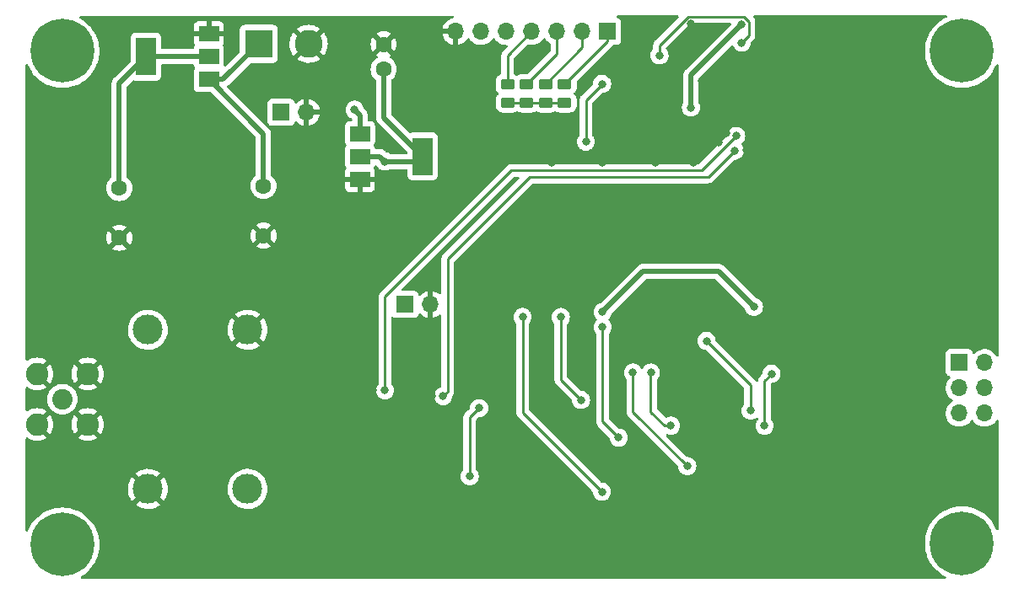
<source format=gbr>
%TF.GenerationSoftware,KiCad,Pcbnew,(6.0.9)*%
%TF.CreationDate,2023-05-20T11:21:48+02:00*%
%TF.ProjectId,sdrt41,73647274-3431-42e6-9b69-6361645f7063,rev?*%
%TF.SameCoordinates,Original*%
%TF.FileFunction,Copper,L4,Bot*%
%TF.FilePolarity,Positive*%
%FSLAX46Y46*%
G04 Gerber Fmt 4.6, Leading zero omitted, Abs format (unit mm)*
G04 Created by KiCad (PCBNEW (6.0.9)) date 2023-05-20 11:21:48*
%MOMM*%
%LPD*%
G01*
G04 APERTURE LIST*
G04 Aperture macros list*
%AMRoundRect*
0 Rectangle with rounded corners*
0 $1 Rounding radius*
0 $2 $3 $4 $5 $6 $7 $8 $9 X,Y pos of 4 corners*
0 Add a 4 corners polygon primitive as box body*
4,1,4,$2,$3,$4,$5,$6,$7,$8,$9,$2,$3,0*
0 Add four circle primitives for the rounded corners*
1,1,$1+$1,$2,$3*
1,1,$1+$1,$4,$5*
1,1,$1+$1,$6,$7*
1,1,$1+$1,$8,$9*
0 Add four rect primitives between the rounded corners*
20,1,$1+$1,$2,$3,$4,$5,0*
20,1,$1+$1,$4,$5,$6,$7,0*
20,1,$1+$1,$6,$7,$8,$9,0*
20,1,$1+$1,$8,$9,$2,$3,0*%
G04 Aperture macros list end*
%TA.AperFunction,SMDPad,CuDef*%
%ADD10RoundRect,0.250000X0.450000X-0.262500X0.450000X0.262500X-0.450000X0.262500X-0.450000X-0.262500X0*%
%TD*%
%TA.AperFunction,ComponentPad*%
%ADD11C,0.800000*%
%TD*%
%TA.AperFunction,ComponentPad*%
%ADD12C,6.400000*%
%TD*%
%TA.AperFunction,ComponentPad*%
%ADD13C,2.050000*%
%TD*%
%TA.AperFunction,ComponentPad*%
%ADD14C,2.250000*%
%TD*%
%TA.AperFunction,ComponentPad*%
%ADD15C,1.600000*%
%TD*%
%TA.AperFunction,ComponentPad*%
%ADD16R,1.700000X1.700000*%
%TD*%
%TA.AperFunction,ComponentPad*%
%ADD17O,1.700000X1.700000*%
%TD*%
%TA.AperFunction,ComponentPad*%
%ADD18R,2.800000X2.800000*%
%TD*%
%TA.AperFunction,ComponentPad*%
%ADD19C,2.800000*%
%TD*%
%TA.AperFunction,ComponentPad*%
%ADD20C,3.000000*%
%TD*%
%TA.AperFunction,SMDPad,CuDef*%
%ADD21R,2.000000X1.500000*%
%TD*%
%TA.AperFunction,SMDPad,CuDef*%
%ADD22R,2.000000X3.800000*%
%TD*%
%TA.AperFunction,ViaPad*%
%ADD23C,0.800000*%
%TD*%
%TA.AperFunction,Conductor*%
%ADD24C,0.250000*%
%TD*%
%TA.AperFunction,Conductor*%
%ADD25C,0.500000*%
%TD*%
G04 APERTURE END LIST*
D10*
%TO.P,R30,1*%
%TO.N,+3V3*%
X74930000Y-72667500D03*
%TO.P,R30,2*%
%TO.N,SDA3*%
X74930000Y-70842500D03*
%TD*%
%TO.P,R29,2*%
%TO.N,SCL3*%
X73025000Y-70842500D03*
%TO.P,R29,1*%
%TO.N,+3V3*%
X73025000Y-72667500D03*
%TD*%
%TO.P,R26,1*%
%TO.N,+3V3*%
X78740000Y-72667500D03*
%TO.P,R26,2*%
%TO.N,SDA2*%
X78740000Y-70842500D03*
%TD*%
%TO.P,R23,1*%
%TO.N,+3V3*%
X76835000Y-72667500D03*
%TO.P,R23,2*%
%TO.N,SCL2*%
X76835000Y-70842500D03*
%TD*%
D11*
%TO.P,H1,1,1*%
%TO.N,unconnected-(H1-Pad1)*%
X116920944Y-69197056D03*
X121018000Y-67500000D03*
X120315056Y-65802944D03*
X120315056Y-69197056D03*
D12*
X118618000Y-67500000D03*
D11*
X118618000Y-65100000D03*
X116920944Y-65802944D03*
X118618000Y-69900000D03*
X116218000Y-67500000D03*
%TD*%
D13*
%TO.P,J2,1,In*%
%TO.N,Net-(J2-Pad1)*%
X28321000Y-102489000D03*
D14*
%TO.P,J2,2,Ext*%
%TO.N,GND*%
X30861000Y-105029000D03*
X30861000Y-99949000D03*
X25781000Y-105029000D03*
X25781000Y-99949000D03*
%TD*%
D15*
%TO.P,C4,1*%
%TO.N,+3V3*%
X60579000Y-69342000D03*
%TO.P,C4,2*%
%TO.N,GND*%
X60579000Y-66842000D03*
%TD*%
D11*
%TO.P,H4,1,1*%
%TO.N,unconnected-(H4-Pad1)*%
X26623944Y-69197056D03*
X30018056Y-69197056D03*
X30018056Y-65802944D03*
X26623944Y-65802944D03*
X28321000Y-69900000D03*
X30721000Y-67500000D03*
X28321000Y-65100000D03*
X25921000Y-67500000D03*
D12*
X28321000Y-67500000D03*
%TD*%
D15*
%TO.P,C1,1*%
%TO.N,+12V*%
X48514000Y-81066000D03*
%TO.P,C1,2*%
%TO.N,GND*%
X48514000Y-86066000D03*
%TD*%
D16*
%TO.P,J5,1,Pin_1*%
%TO.N,SDA2*%
X83058000Y-65532000D03*
D17*
%TO.P,J5,2,Pin_2*%
%TO.N,SCL2*%
X80518000Y-65532000D03*
%TO.P,J5,3,Pin_3*%
%TO.N,SDA3*%
X77978000Y-65532000D03*
%TO.P,J5,4,Pin_4*%
%TO.N,SCL3*%
X75438000Y-65532000D03*
%TO.P,J5,5,Pin_5*%
%TO.N,SDA*%
X72898000Y-65532000D03*
%TO.P,J5,6,Pin_6*%
%TO.N,SCL*%
X70358000Y-65532000D03*
%TO.P,J5,7,Pin_7*%
%TO.N,GND*%
X67818000Y-65532000D03*
%TD*%
D18*
%TO.P,J1,1,Pin_1*%
%TO.N,+12V*%
X48046000Y-66782000D03*
D19*
%TO.P,J1,2,Pin_2*%
%TO.N,GND*%
X53046000Y-66782000D03*
%TD*%
D20*
%TO.P,T1,1,AA*%
%TO.N,Net-(J2-Pad1)*%
X36910000Y-95505000D03*
%TO.P,T1,2,AB*%
%TO.N,GND*%
X36910000Y-111505000D03*
%TO.P,T1,3,SA*%
X46910000Y-95505000D03*
%TO.P,T1,4,SB*%
%TO.N,Net-(C6-Pad1)*%
X46910000Y-111505000D03*
%TD*%
D15*
%TO.P,C3,1*%
%TO.N,+5V*%
X34036000Y-81269200D03*
%TO.P,C3,2*%
%TO.N,GND*%
X34036000Y-86269200D03*
%TD*%
D16*
%TO.P,J6,1,Pin_1*%
%TO.N,/Q+*%
X118359000Y-98821000D03*
D17*
%TO.P,J6,2,Pin_2*%
%TO.N,/Q-*%
X120899000Y-98821000D03*
%TO.P,J6,3,Pin_3*%
%TO.N,Net-(J6-Pad3)*%
X118359000Y-101361000D03*
%TO.P,J6,4,Pin_4*%
X120899000Y-101361000D03*
%TO.P,J6,5,Pin_5*%
%TO.N,/I-*%
X118359000Y-103901000D03*
%TO.P,J6,6,Pin_6*%
%TO.N,/I+*%
X120899000Y-103901000D03*
%TD*%
D16*
%TO.P,J3,1,Pin_1*%
%TO.N,+5V*%
X50292000Y-73660000D03*
D17*
%TO.P,J3,2,Pin_2*%
%TO.N,GND*%
X52832000Y-73660000D03*
%TD*%
D16*
%TO.P,J4,1,Pin_1*%
%TO.N,RX-TX*%
X62733000Y-92964000D03*
D17*
%TO.P,J4,2,Pin_2*%
%TO.N,GND*%
X65273000Y-92964000D03*
%TD*%
D11*
%TO.P,H2,1,1*%
%TO.N,unconnected-(H2-Pad1)*%
X118618000Y-114567000D03*
X118618000Y-119367000D03*
X116920944Y-118664056D03*
X121018000Y-116967000D03*
X116218000Y-116967000D03*
D12*
X118618000Y-116967000D03*
D11*
X116920944Y-115269944D03*
X120315056Y-115269944D03*
X120315056Y-118664056D03*
%TD*%
%TO.P,H3,1,1*%
%TO.N,unconnected-(H3-Pad1)*%
X25921000Y-117094000D03*
X30721000Y-117094000D03*
X30018056Y-118791056D03*
X26623944Y-118791056D03*
X30018056Y-115396944D03*
X28321000Y-119494000D03*
X26623944Y-115396944D03*
D12*
X28321000Y-117094000D03*
D11*
X28321000Y-114694000D03*
%TD*%
D21*
%TO.P,U2,1,GND*%
%TO.N,GND*%
X58191000Y-80405000D03*
D22*
%TO.P,U2,2,VO*%
%TO.N,+3V3*%
X64491000Y-78105000D03*
D21*
X58191000Y-78105000D03*
%TO.P,U2,3,VI*%
%TO.N,+5V*%
X58191000Y-75805000D03*
%TD*%
%TO.P,U1,1,GND*%
%TO.N,GND*%
X43028000Y-65772000D03*
D22*
%TO.P,U1,2,VO*%
%TO.N,+5V*%
X36728000Y-68072000D03*
D21*
X43028000Y-68072000D03*
%TO.P,U1,3,VI*%
%TO.N,+12V*%
X43028000Y-70372000D03*
%TD*%
D23*
%TO.N,SDA1*%
X88265000Y-67945000D03*
X96520000Y-66675000D03*
%TO.N,+3V3*%
X96520000Y-64850000D03*
X91414500Y-73180891D03*
X73025000Y-72667500D03*
%TO.N,GND*%
X87630000Y-81280000D03*
X73660000Y-118110000D03*
X60960000Y-90170000D03*
X107315000Y-113030000D03*
X88900000Y-112600000D03*
X119380000Y-87630000D03*
X91440000Y-64770000D03*
X69850000Y-81280000D03*
X99060000Y-78740000D03*
X73660000Y-83820000D03*
X101803200Y-93751400D03*
X86766400Y-75234800D03*
X38100000Y-118110000D03*
X68580000Y-118110000D03*
X62230000Y-83820000D03*
X96520000Y-87630000D03*
X75692000Y-67818000D03*
X26670000Y-86360000D03*
X32385000Y-90170000D03*
X76200000Y-118110000D03*
X107950000Y-87630000D03*
X48260000Y-118110000D03*
X55880000Y-118110000D03*
X79756000Y-98679000D03*
X26670000Y-90170000D03*
X115570000Y-87630000D03*
X91694000Y-78740000D03*
X80645000Y-88900000D03*
X59512200Y-101600000D03*
X45085000Y-90170000D03*
X64770000Y-83820000D03*
X59690000Y-83820000D03*
X42545000Y-90170000D03*
X65405000Y-102184200D03*
X86766400Y-69088000D03*
X31750000Y-110490000D03*
X113030000Y-64770000D03*
X105537000Y-108966000D03*
X65913000Y-98679000D03*
X50800000Y-118110000D03*
X92710000Y-87630000D03*
X91287499Y-75184000D03*
X111760000Y-87630000D03*
X104013000Y-101158000D03*
X72898000Y-91694000D03*
X40005000Y-90170000D03*
X66040000Y-118110000D03*
X77470000Y-78740000D03*
X89316000Y-102550000D03*
X40640000Y-118110000D03*
X101600000Y-118110000D03*
X80137000Y-94234000D03*
X78740000Y-118110000D03*
X26670000Y-78740000D03*
X96520000Y-118110000D03*
X87630000Y-90805000D03*
X45720000Y-118110000D03*
X100330000Y-73660000D03*
X26670000Y-82550000D03*
X81280000Y-118110000D03*
X92541290Y-70513888D03*
X26670000Y-74930000D03*
X119380000Y-81280000D03*
X71120000Y-118110000D03*
X37465000Y-90170000D03*
X83820000Y-81280000D03*
X86360000Y-118110000D03*
X91440000Y-81280000D03*
X100330000Y-69850000D03*
X47625000Y-90170000D03*
X29845000Y-90170000D03*
X109220000Y-64770000D03*
X72390000Y-78740000D03*
X86360000Y-87630000D03*
X105410000Y-64770000D03*
X88900000Y-87630000D03*
X90382291Y-68989889D03*
X60960000Y-118110000D03*
X56515000Y-90170000D03*
X34925000Y-90170000D03*
X101600000Y-67310000D03*
X87630000Y-64770000D03*
X80010000Y-81280000D03*
X88900000Y-118110000D03*
X94234000Y-76708000D03*
X94869000Y-93218000D03*
X35560000Y-118110000D03*
X107569000Y-99822000D03*
X97028000Y-77470000D03*
X69850000Y-98679000D03*
X101600000Y-64770000D03*
X91440000Y-118110000D03*
X105537000Y-106934000D03*
X58293000Y-80518000D03*
X60706000Y-80518000D03*
X53975000Y-90170000D03*
X87884000Y-78740000D03*
X67310000Y-83820000D03*
X30988000Y-93599000D03*
X76200000Y-81280000D03*
X25400000Y-110617000D03*
X100330000Y-87630000D03*
X104775000Y-115570000D03*
X26670000Y-93726000D03*
X63500000Y-118110000D03*
X57150000Y-83820000D03*
X104140000Y-87630000D03*
X95250000Y-81280000D03*
X119380000Y-76200000D03*
X113919000Y-107950000D03*
X58420000Y-118110000D03*
X43053000Y-65913000D03*
X53340000Y-118110000D03*
X99060000Y-118110000D03*
X71120000Y-86360000D03*
X43180000Y-118110000D03*
X94996916Y-75784613D03*
X83820000Y-118110000D03*
X93980000Y-118110000D03*
X82550000Y-78740000D03*
X104140000Y-118110000D03*
%TO.N,+5V*%
X97741000Y-93218000D03*
X57658000Y-73406000D03*
X82550000Y-93726000D03*
%TO.N,+3V3*%
X60706000Y-78613000D03*
X64491000Y-78105000D03*
%TO.N,Clock*%
X95808800Y-77520800D03*
X66548000Y-102184200D03*
%TO.N,+12C*%
X84166000Y-106360000D03*
X82550000Y-95250000D03*
%TO.N,Net-(C27-Pad2)*%
X98806000Y-105156000D03*
X99507000Y-99949000D03*
%TO.N,Net-(R11-Pad1)*%
X80391000Y-102573500D03*
X78359000Y-94234000D03*
%TO.N,Clock1*%
X95961200Y-76047600D03*
X60706000Y-101600000D03*
%TO.N,Net-(C16-Pad2)*%
X70158880Y-103382080D03*
X69215000Y-110236000D03*
%TO.N,Net-(C23-Pad2)*%
X74525500Y-94234000D03*
X82484000Y-111797500D03*
%TO.N,Net-(R10-Pad1)*%
X89408000Y-105156000D03*
X87399500Y-99822000D03*
%TO.N,Net-(R14-Pad1)*%
X85598000Y-99822000D03*
X91059000Y-109220000D03*
%TO.N,Net-(R27-Pad2)*%
X92987500Y-96647000D03*
X97409000Y-103632000D03*
%TO.N,Net-(JP1-Pad1)*%
X80873600Y-76606400D03*
X82499200Y-70815200D03*
%TD*%
D24*
%TO.N,SDA1*%
X91139695Y-64045000D02*
X88265000Y-66919695D01*
X88265000Y-66919695D02*
X88265000Y-67945000D01*
X96740305Y-64045000D02*
X91139695Y-64045000D01*
X97245000Y-64549695D02*
X96740305Y-64045000D01*
X97245000Y-65950000D02*
X97245000Y-64549695D01*
X96520000Y-66675000D02*
X97245000Y-65950000D01*
D25*
%TO.N,+3V3*%
X91414500Y-73180891D02*
X91414500Y-69955500D01*
X91414500Y-69955500D02*
X96520000Y-64850000D01*
D24*
X73025000Y-72667500D02*
X78740000Y-72667500D01*
%TO.N,SCL3*%
X73025000Y-67945000D02*
X75438000Y-65532000D01*
X73025000Y-70842500D02*
X73025000Y-67945000D01*
%TO.N,SDA3*%
X77978000Y-67794500D02*
X77978000Y-65532000D01*
X74930000Y-70842500D02*
X77978000Y-67794500D01*
%TO.N,SCL2*%
X80518000Y-67159500D02*
X80518000Y-65532000D01*
X76835000Y-70842500D02*
X80518000Y-67159500D01*
%TO.N,SDA2*%
X83058000Y-66524500D02*
X83058000Y-65532000D01*
X78740000Y-70842500D02*
X83058000Y-66524500D01*
D25*
%TO.N,+5V*%
X34036000Y-81269200D02*
X34036000Y-70764000D01*
X34036000Y-70764000D02*
X36728000Y-68072000D01*
X86614000Y-89662000D02*
X94185000Y-89662000D01*
X36728000Y-68072000D02*
X43028000Y-68072000D01*
X94185000Y-89662000D02*
X97741000Y-93218000D01*
X58191000Y-75805000D02*
X58191000Y-73939000D01*
X82550000Y-93726000D02*
X86614000Y-89662000D01*
X58191000Y-73939000D02*
X57658000Y-73406000D01*
%TO.N,+3V3*%
X63983000Y-78613000D02*
X60706000Y-78613000D01*
X60198000Y-78105000D02*
X60706000Y-78613000D01*
X60579000Y-74193000D02*
X64491000Y-78105000D01*
X64491000Y-78105000D02*
X63983000Y-78613000D01*
X58191000Y-78105000D02*
X60198000Y-78105000D01*
X60579000Y-69342000D02*
X60579000Y-74193000D01*
%TO.N,+12V*%
X48514000Y-81193000D02*
X48514000Y-75858000D01*
X44456000Y-70372000D02*
X48046000Y-66782000D01*
X43028000Y-70372000D02*
X44456000Y-70372000D01*
X48514000Y-75858000D02*
X43028000Y-70372000D01*
D24*
%TO.N,Clock*%
X75234800Y-80162400D02*
X67005200Y-88392000D01*
X93167200Y-80162400D02*
X75234800Y-80162400D01*
X95808800Y-77520800D02*
X93167200Y-80162400D01*
X67005200Y-88392000D02*
X67005200Y-101727000D01*
X67005200Y-101727000D02*
X66548000Y-102184200D01*
%TO.N,+12C*%
X82550000Y-104744000D02*
X84166000Y-106360000D01*
X82550000Y-95250000D02*
X82550000Y-104744000D01*
%TO.N,Net-(C27-Pad2)*%
X98806000Y-105156000D02*
X98806000Y-100650000D01*
X98806000Y-100650000D02*
X99507000Y-99949000D01*
%TO.N,Net-(R11-Pad1)*%
X78359000Y-100541500D02*
X78359000Y-94234000D01*
X80391000Y-102573500D02*
X78359000Y-100541500D01*
%TO.N,Clock1*%
X92506800Y-79502000D02*
X73415305Y-79502000D01*
X73415305Y-79502000D02*
X60706000Y-92211305D01*
X95961200Y-76047600D02*
X92506800Y-79502000D01*
X60706000Y-92211305D02*
X60706000Y-101600000D01*
%TO.N,Net-(C16-Pad2)*%
X70158880Y-103382080D02*
X69215000Y-104325960D01*
X69215000Y-104325960D02*
X69215000Y-110236000D01*
%TO.N,Net-(C23-Pad2)*%
X74525500Y-94234000D02*
X74525500Y-103839000D01*
X74525500Y-103839000D02*
X82484000Y-111797500D01*
%TO.N,Net-(R10-Pad1)*%
X87376000Y-99845500D02*
X87376000Y-103759000D01*
X87376000Y-103759000D02*
X88773000Y-105156000D01*
X88773000Y-105156000D02*
X89408000Y-105156000D01*
X87399500Y-99822000D02*
X87376000Y-99845500D01*
%TO.N,Net-(R14-Pad1)*%
X85598000Y-103759000D02*
X91059000Y-109220000D01*
X85598000Y-99822000D02*
X85598000Y-103759000D01*
%TO.N,Net-(R27-Pad2)*%
X97409000Y-103632000D02*
X97409000Y-101068500D01*
X97409000Y-101068500D02*
X92987500Y-96647000D01*
%TO.N,Net-(JP1-Pad1)*%
X80873600Y-72440800D02*
X82499200Y-70815200D01*
X80873600Y-76606400D02*
X80873600Y-72440800D01*
%TD*%
%TA.AperFunction,Conductor*%
%TO.N,GND*%
G36*
X117079545Y-63908876D02*
G01*
X117126107Y-63962472D01*
X117136301Y-64032733D01*
X117106892Y-64097352D01*
X117068764Y-64127229D01*
X116764147Y-64282439D01*
X116764140Y-64282443D01*
X116761206Y-64283938D01*
X116758440Y-64285734D01*
X116758437Y-64285736D01*
X116528135Y-64435295D01*
X116435207Y-64495643D01*
X116293160Y-64610671D01*
X116163825Y-64715405D01*
X116133124Y-64740266D01*
X115858266Y-65015124D01*
X115856194Y-65017682D01*
X115856191Y-65017686D01*
X115766772Y-65128109D01*
X115613643Y-65317207D01*
X115611848Y-65319970D01*
X115611848Y-65319971D01*
X115405857Y-65637172D01*
X115401938Y-65643206D01*
X115400443Y-65646140D01*
X115400439Y-65646147D01*
X115260840Y-65920125D01*
X115225468Y-65989547D01*
X115086167Y-66352438D01*
X114985562Y-66727901D01*
X114960590Y-66885567D01*
X114930540Y-67075295D01*
X114924754Y-67111824D01*
X114904411Y-67500000D01*
X114924754Y-67888176D01*
X114925267Y-67891416D01*
X114925268Y-67891424D01*
X114946980Y-68028502D01*
X114985562Y-68272099D01*
X115086167Y-68647562D01*
X115087352Y-68650650D01*
X115087353Y-68650652D01*
X115121191Y-68738803D01*
X115225468Y-69010453D01*
X115226966Y-69013393D01*
X115397190Y-69347475D01*
X115401938Y-69356794D01*
X115403734Y-69359560D01*
X115403736Y-69359563D01*
X115540451Y-69570087D01*
X115613643Y-69682793D01*
X115705499Y-69796225D01*
X115844947Y-69968428D01*
X115858266Y-69984876D01*
X116133124Y-70259734D01*
X116135682Y-70261806D01*
X116135686Y-70261809D01*
X116226392Y-70335261D01*
X116435207Y-70504357D01*
X116437970Y-70506152D01*
X116437971Y-70506152D01*
X116714646Y-70685826D01*
X116761205Y-70716062D01*
X116764139Y-70717557D01*
X116764146Y-70717561D01*
X116955774Y-70815200D01*
X117107547Y-70892532D01*
X117277722Y-70957856D01*
X117422966Y-71013610D01*
X117470438Y-71031833D01*
X117845901Y-71132438D01*
X118011396Y-71158650D01*
X118226576Y-71192732D01*
X118226584Y-71192733D01*
X118229824Y-71193246D01*
X118618000Y-71213589D01*
X119006176Y-71193246D01*
X119009416Y-71192733D01*
X119009424Y-71192732D01*
X119224604Y-71158650D01*
X119390099Y-71132438D01*
X119765562Y-71031833D01*
X119813035Y-71013610D01*
X119958278Y-70957856D01*
X120128453Y-70892532D01*
X120280226Y-70815200D01*
X120471854Y-70717561D01*
X120471861Y-70717557D01*
X120474795Y-70716062D01*
X120521355Y-70685826D01*
X120798029Y-70506152D01*
X120798030Y-70506152D01*
X120800793Y-70504357D01*
X121009608Y-70335261D01*
X121100314Y-70261809D01*
X121100318Y-70261806D01*
X121102876Y-70259734D01*
X121377734Y-69984876D01*
X121391054Y-69968428D01*
X121530501Y-69796225D01*
X121622357Y-69682793D01*
X121695549Y-69570087D01*
X121832264Y-69359563D01*
X121832266Y-69359560D01*
X121834062Y-69356794D01*
X121838811Y-69347475D01*
X122009034Y-69013393D01*
X122010532Y-69010453D01*
X122056869Y-68889741D01*
X122099955Y-68833313D01*
X122166708Y-68809136D01*
X122235935Y-68824887D01*
X122285657Y-68875565D01*
X122300500Y-68934895D01*
X122300500Y-98059483D01*
X122280498Y-98127604D01*
X122226842Y-98174097D01*
X122156568Y-98184201D01*
X122091988Y-98154707D01*
X122068708Y-98127923D01*
X121981822Y-97993617D01*
X121981820Y-97993614D01*
X121979014Y-97989277D01*
X121828670Y-97824051D01*
X121824619Y-97820852D01*
X121824615Y-97820848D01*
X121657414Y-97688800D01*
X121657410Y-97688798D01*
X121653359Y-97685598D01*
X121457789Y-97577638D01*
X121452920Y-97575914D01*
X121452916Y-97575912D01*
X121252087Y-97504795D01*
X121252083Y-97504794D01*
X121247212Y-97503069D01*
X121242119Y-97502162D01*
X121242116Y-97502161D01*
X121032373Y-97464800D01*
X121032367Y-97464799D01*
X121027284Y-97463894D01*
X120953452Y-97462992D01*
X120809081Y-97461228D01*
X120809079Y-97461228D01*
X120803911Y-97461165D01*
X120583091Y-97494955D01*
X120370756Y-97564357D01*
X120172607Y-97667507D01*
X120168474Y-97670610D01*
X120168471Y-97670612D01*
X119998100Y-97798530D01*
X119993965Y-97801635D01*
X119937537Y-97860684D01*
X119913283Y-97886064D01*
X119851759Y-97921494D01*
X119780846Y-97918037D01*
X119723060Y-97876791D01*
X119704207Y-97843243D01*
X119662767Y-97732703D01*
X119659615Y-97724295D01*
X119572261Y-97607739D01*
X119455705Y-97520385D01*
X119319316Y-97469255D01*
X119257134Y-97462500D01*
X117460866Y-97462500D01*
X117398684Y-97469255D01*
X117262295Y-97520385D01*
X117145739Y-97607739D01*
X117058385Y-97724295D01*
X117007255Y-97860684D01*
X117000500Y-97922866D01*
X117000500Y-99719134D01*
X117007255Y-99781316D01*
X117058385Y-99917705D01*
X117145739Y-100034261D01*
X117262295Y-100121615D01*
X117270704Y-100124767D01*
X117270705Y-100124768D01*
X117379451Y-100165535D01*
X117436216Y-100208176D01*
X117460916Y-100274738D01*
X117445709Y-100344087D01*
X117426316Y-100370568D01*
X117312819Y-100489336D01*
X117299629Y-100503138D01*
X117296720Y-100507403D01*
X117296714Y-100507411D01*
X117246272Y-100581356D01*
X117173743Y-100687680D01*
X117127416Y-100787483D01*
X117094916Y-100857500D01*
X117079688Y-100890305D01*
X117019989Y-101105570D01*
X116996251Y-101327695D01*
X116996548Y-101332848D01*
X116996548Y-101332851D01*
X117008812Y-101545547D01*
X117009110Y-101550715D01*
X117010247Y-101555761D01*
X117010248Y-101555767D01*
X117029761Y-101642348D01*
X117058222Y-101768639D01*
X117090723Y-101848680D01*
X117139582Y-101969005D01*
X117142266Y-101975616D01*
X117179610Y-102036556D01*
X117256291Y-102161688D01*
X117258987Y-102166088D01*
X117405250Y-102334938D01*
X117481846Y-102398529D01*
X117566481Y-102468794D01*
X117577126Y-102477632D01*
X117635793Y-102511914D01*
X117650445Y-102520476D01*
X117699169Y-102572114D01*
X117712240Y-102641897D01*
X117685509Y-102707669D01*
X117645055Y-102741027D01*
X117632607Y-102747507D01*
X117628474Y-102750610D01*
X117628471Y-102750612D01*
X117458100Y-102878530D01*
X117453965Y-102881635D01*
X117450393Y-102885373D01*
X117324790Y-103016809D01*
X117299629Y-103043138D01*
X117296720Y-103047403D01*
X117296714Y-103047411D01*
X117253716Y-103110444D01*
X117173743Y-103227680D01*
X117158535Y-103260444D01*
X117088059Y-103412272D01*
X117079688Y-103430305D01*
X117019989Y-103645570D01*
X116996251Y-103867695D01*
X116996548Y-103872848D01*
X116996548Y-103872851D01*
X117008812Y-104085547D01*
X117009110Y-104090715D01*
X117010247Y-104095761D01*
X117010248Y-104095767D01*
X117027846Y-104173852D01*
X117058222Y-104308639D01*
X117081060Y-104364882D01*
X117136805Y-104502166D01*
X117142266Y-104515616D01*
X117186846Y-104588364D01*
X117256291Y-104701688D01*
X117258987Y-104706088D01*
X117405250Y-104874938D01*
X117577126Y-105017632D01*
X117770000Y-105130338D01*
X117774825Y-105132180D01*
X117774826Y-105132181D01*
X117797850Y-105140973D01*
X117978692Y-105210030D01*
X117983760Y-105211061D01*
X117983763Y-105211062D01*
X118091017Y-105232883D01*
X118197597Y-105254567D01*
X118202772Y-105254757D01*
X118202774Y-105254757D01*
X118415673Y-105262564D01*
X118415677Y-105262564D01*
X118420837Y-105262753D01*
X118425957Y-105262097D01*
X118425959Y-105262097D01*
X118637288Y-105235025D01*
X118637289Y-105235025D01*
X118642416Y-105234368D01*
X118647366Y-105232883D01*
X118851429Y-105171661D01*
X118851434Y-105171659D01*
X118856384Y-105170174D01*
X119056994Y-105071896D01*
X119238860Y-104942173D01*
X119397096Y-104784489D01*
X119456594Y-104701689D01*
X119527453Y-104603077D01*
X119528776Y-104604028D01*
X119575645Y-104560857D01*
X119645580Y-104548625D01*
X119711026Y-104576144D01*
X119738875Y-104607994D01*
X119798987Y-104706088D01*
X119945250Y-104874938D01*
X120117126Y-105017632D01*
X120310000Y-105130338D01*
X120314825Y-105132180D01*
X120314826Y-105132181D01*
X120337850Y-105140973D01*
X120518692Y-105210030D01*
X120523760Y-105211061D01*
X120523763Y-105211062D01*
X120631017Y-105232883D01*
X120737597Y-105254567D01*
X120742772Y-105254757D01*
X120742774Y-105254757D01*
X120955673Y-105262564D01*
X120955677Y-105262564D01*
X120960837Y-105262753D01*
X120965957Y-105262097D01*
X120965959Y-105262097D01*
X121177288Y-105235025D01*
X121177289Y-105235025D01*
X121182416Y-105234368D01*
X121187366Y-105232883D01*
X121391429Y-105171661D01*
X121391434Y-105171659D01*
X121396384Y-105170174D01*
X121596994Y-105071896D01*
X121778860Y-104942173D01*
X121937096Y-104784489D01*
X121996594Y-104701689D01*
X122064433Y-104607280D01*
X122064434Y-104607279D01*
X122067453Y-104603077D01*
X122067553Y-104602875D01*
X122118721Y-104555759D01*
X122188658Y-104543538D01*
X122254100Y-104571068D01*
X122294269Y-104629607D01*
X122300500Y-104668740D01*
X122300500Y-115532105D01*
X122280498Y-115600226D01*
X122226842Y-115646719D01*
X122156568Y-115656823D01*
X122091988Y-115627329D01*
X122056869Y-115577259D01*
X122011716Y-115459632D01*
X122010532Y-115456547D01*
X122009034Y-115453607D01*
X121835561Y-115113147D01*
X121835557Y-115113140D01*
X121834062Y-115110206D01*
X121622357Y-114784207D01*
X121377734Y-114482124D01*
X121102876Y-114207266D01*
X120800793Y-113962643D01*
X120673127Y-113879736D01*
X120477564Y-113752736D01*
X120477561Y-113752734D01*
X120474795Y-113750938D01*
X120471861Y-113749443D01*
X120471854Y-113749439D01*
X120131393Y-113575966D01*
X120128453Y-113574468D01*
X119765562Y-113435167D01*
X119390099Y-113334562D01*
X119186207Y-113302268D01*
X119009424Y-113274268D01*
X119009416Y-113274267D01*
X119006176Y-113273754D01*
X118618000Y-113253411D01*
X118229824Y-113273754D01*
X118226584Y-113274267D01*
X118226576Y-113274268D01*
X118049793Y-113302268D01*
X117845901Y-113334562D01*
X117470438Y-113435167D01*
X117107547Y-113574468D01*
X117104607Y-113575966D01*
X116764147Y-113749439D01*
X116764140Y-113749443D01*
X116761206Y-113750938D01*
X116435207Y-113962643D01*
X116133124Y-114207266D01*
X115858266Y-114482124D01*
X115613643Y-114784207D01*
X115401938Y-115110206D01*
X115400443Y-115113140D01*
X115400439Y-115113147D01*
X115226966Y-115453607D01*
X115225468Y-115456547D01*
X115086167Y-115819438D01*
X114985562Y-116194901D01*
X114924754Y-116578824D01*
X114904411Y-116967000D01*
X114924754Y-117355176D01*
X114985562Y-117739099D01*
X115086167Y-118114562D01*
X115087352Y-118117650D01*
X115087353Y-118117652D01*
X115134918Y-118241562D01*
X115225468Y-118477453D01*
X115401938Y-118823794D01*
X115613643Y-119149793D01*
X115858266Y-119451876D01*
X116133124Y-119726734D01*
X116435207Y-119971357D01*
X116761205Y-120183062D01*
X116764139Y-120184557D01*
X116764146Y-120184561D01*
X116959764Y-120284233D01*
X117011379Y-120332981D01*
X117028445Y-120401896D01*
X117005544Y-120469098D01*
X116949947Y-120513250D01*
X116902561Y-120522500D01*
X30276038Y-120522500D01*
X30207917Y-120502498D01*
X30161424Y-120448842D01*
X30151320Y-120378568D01*
X30180814Y-120313988D01*
X30207414Y-120290827D01*
X30501029Y-120100152D01*
X30501030Y-120100152D01*
X30503793Y-120098357D01*
X30805876Y-119853734D01*
X31080734Y-119578876D01*
X31325357Y-119276793D01*
X31537062Y-118950794D01*
X31603271Y-118820853D01*
X31712034Y-118607393D01*
X31713532Y-118604453D01*
X31852833Y-118241562D01*
X31953438Y-117866099D01*
X32014246Y-117482176D01*
X32034589Y-117094000D01*
X32014246Y-116705824D01*
X31953438Y-116321901D01*
X31852833Y-115946438D01*
X31805308Y-115822630D01*
X31714716Y-115586632D01*
X31713532Y-115583547D01*
X31537062Y-115237206D01*
X31325357Y-114911207D01*
X31080734Y-114609124D01*
X30805876Y-114334266D01*
X30503793Y-114089643D01*
X30177795Y-113877938D01*
X30174861Y-113876443D01*
X30174854Y-113876439D01*
X29834393Y-113702966D01*
X29831453Y-113701468D01*
X29468562Y-113562167D01*
X29093099Y-113461562D01*
X28889207Y-113429268D01*
X28712424Y-113401268D01*
X28712416Y-113401267D01*
X28709176Y-113400754D01*
X28321000Y-113380411D01*
X27932824Y-113400754D01*
X27929584Y-113401267D01*
X27929576Y-113401268D01*
X27752793Y-113429268D01*
X27548901Y-113461562D01*
X27173438Y-113562167D01*
X26810547Y-113701468D01*
X26807607Y-113702966D01*
X26467147Y-113876439D01*
X26467140Y-113876443D01*
X26464206Y-113877938D01*
X26138207Y-114089643D01*
X25836124Y-114334266D01*
X25561266Y-114609124D01*
X25316643Y-114911207D01*
X25104938Y-115237206D01*
X24928468Y-115583547D01*
X24927284Y-115586632D01*
X24882131Y-115704259D01*
X24839045Y-115760687D01*
X24772292Y-115784864D01*
X24703065Y-115769113D01*
X24653343Y-115718435D01*
X24638500Y-115659105D01*
X24638500Y-113094654D01*
X35685618Y-113094654D01*
X35692673Y-113104627D01*
X35723679Y-113130551D01*
X35730598Y-113135579D01*
X35955272Y-113276515D01*
X35962807Y-113280556D01*
X36204520Y-113389694D01*
X36212551Y-113392680D01*
X36466832Y-113468002D01*
X36475184Y-113469869D01*
X36737340Y-113509984D01*
X36745874Y-113510700D01*
X37011045Y-113514867D01*
X37019596Y-113514418D01*
X37282883Y-113482557D01*
X37291284Y-113480955D01*
X37547824Y-113413653D01*
X37555926Y-113410926D01*
X37800949Y-113309434D01*
X37808617Y-113305628D01*
X38037598Y-113171822D01*
X38044679Y-113167009D01*
X38124655Y-113104301D01*
X38133125Y-113092442D01*
X38126608Y-113080818D01*
X36922812Y-111877022D01*
X36908868Y-111869408D01*
X36907035Y-111869539D01*
X36900420Y-111873790D01*
X35692910Y-113081300D01*
X35685618Y-113094654D01*
X24638500Y-113094654D01*
X24638500Y-111488204D01*
X34897665Y-111488204D01*
X34912932Y-111752969D01*
X34914005Y-111761470D01*
X34965065Y-112021722D01*
X34967276Y-112029974D01*
X35053184Y-112280894D01*
X35056499Y-112288779D01*
X35175664Y-112525713D01*
X35180020Y-112533079D01*
X35309347Y-112721250D01*
X35319601Y-112729594D01*
X35333342Y-112722448D01*
X36537978Y-111517812D01*
X36544356Y-111506132D01*
X37274408Y-111506132D01*
X37274539Y-111507965D01*
X37278790Y-111514580D01*
X38485730Y-112721520D01*
X38497939Y-112728187D01*
X38509439Y-112719497D01*
X38606831Y-112586913D01*
X38611418Y-112579685D01*
X38737962Y-112346621D01*
X38741530Y-112338827D01*
X38835271Y-112090750D01*
X38837748Y-112082544D01*
X38896954Y-111824038D01*
X38898294Y-111815577D01*
X38922031Y-111549616D01*
X38922277Y-111544677D01*
X38922666Y-111507485D01*
X38922523Y-111502519D01*
X38921255Y-111483918D01*
X44896917Y-111483918D01*
X44912682Y-111757320D01*
X44913507Y-111761525D01*
X44913508Y-111761533D01*
X44934698Y-111869539D01*
X44965405Y-112026053D01*
X44966792Y-112030103D01*
X44966793Y-112030108D01*
X44987605Y-112090895D01*
X45054112Y-112285144D01*
X45177160Y-112529799D01*
X45179586Y-112533328D01*
X45179589Y-112533334D01*
X45308741Y-112721250D01*
X45332274Y-112755490D01*
X45516582Y-112958043D01*
X45726675Y-113133707D01*
X45730316Y-113135991D01*
X45955024Y-113276951D01*
X45955028Y-113276953D01*
X45958664Y-113279234D01*
X46026544Y-113309883D01*
X46204345Y-113390164D01*
X46204349Y-113390166D01*
X46208257Y-113391930D01*
X46239782Y-113401268D01*
X46466723Y-113468491D01*
X46466727Y-113468492D01*
X46470836Y-113469709D01*
X46475070Y-113470357D01*
X46475075Y-113470358D01*
X46737298Y-113510483D01*
X46737300Y-113510483D01*
X46741540Y-113511132D01*
X46880912Y-113513322D01*
X47011071Y-113515367D01*
X47011077Y-113515367D01*
X47015362Y-113515434D01*
X47287235Y-113482534D01*
X47552127Y-113413041D01*
X47556087Y-113411401D01*
X47556092Y-113411399D01*
X47739527Y-113335417D01*
X47805136Y-113308241D01*
X48041582Y-113170073D01*
X48257089Y-113001094D01*
X48298809Y-112958043D01*
X48444686Y-112807509D01*
X48447669Y-112804431D01*
X48450202Y-112800983D01*
X48450206Y-112800978D01*
X48607257Y-112587178D01*
X48609795Y-112583723D01*
X48611841Y-112579955D01*
X48738418Y-112346830D01*
X48738419Y-112346828D01*
X48740468Y-112343054D01*
X48837269Y-112086877D01*
X48898407Y-111819933D01*
X48899824Y-111804065D01*
X48922531Y-111549627D01*
X48922532Y-111549616D01*
X48922751Y-111547161D01*
X48923193Y-111505000D01*
X48917804Y-111425944D01*
X48904859Y-111236055D01*
X48904858Y-111236049D01*
X48904567Y-111231778D01*
X48849032Y-110963612D01*
X48757617Y-110705465D01*
X48632013Y-110462112D01*
X48622040Y-110447921D01*
X48477008Y-110241562D01*
X48474545Y-110238057D01*
X48472634Y-110236000D01*
X68301496Y-110236000D01*
X68302186Y-110242565D01*
X68306230Y-110281037D01*
X68321458Y-110425928D01*
X68380473Y-110607556D01*
X68475960Y-110772944D01*
X68480378Y-110777851D01*
X68480379Y-110777852D01*
X68599325Y-110909955D01*
X68603747Y-110914866D01*
X68758248Y-111027118D01*
X68764276Y-111029802D01*
X68764278Y-111029803D01*
X68926681Y-111102109D01*
X68932712Y-111104794D01*
X68997824Y-111118634D01*
X69113056Y-111143128D01*
X69113061Y-111143128D01*
X69119513Y-111144500D01*
X69310487Y-111144500D01*
X69316939Y-111143128D01*
X69316944Y-111143128D01*
X69432176Y-111118634D01*
X69497288Y-111104794D01*
X69503319Y-111102109D01*
X69665722Y-111029803D01*
X69665724Y-111029802D01*
X69671752Y-111027118D01*
X69826253Y-110914866D01*
X69830675Y-110909955D01*
X69949621Y-110777852D01*
X69949622Y-110777851D01*
X69954040Y-110772944D01*
X70049527Y-110607556D01*
X70108542Y-110425928D01*
X70123771Y-110281037D01*
X70127814Y-110242565D01*
X70128504Y-110236000D01*
X70126679Y-110218633D01*
X70109232Y-110052635D01*
X70109232Y-110052633D01*
X70108542Y-110046072D01*
X70049527Y-109864444D01*
X69954040Y-109699056D01*
X69880863Y-109617785D01*
X69850147Y-109553779D01*
X69848500Y-109533476D01*
X69848500Y-104640555D01*
X69868502Y-104572434D01*
X69885405Y-104551459D01*
X70109381Y-104327484D01*
X70171693Y-104293459D01*
X70198476Y-104290580D01*
X70254367Y-104290580D01*
X70260819Y-104289208D01*
X70260824Y-104289208D01*
X70352627Y-104269694D01*
X70441168Y-104250874D01*
X70447199Y-104248189D01*
X70609602Y-104175883D01*
X70609604Y-104175882D01*
X70615632Y-104173198D01*
X70639788Y-104155648D01*
X70706481Y-104107192D01*
X70770133Y-104060946D01*
X70779861Y-104050142D01*
X70893501Y-103923932D01*
X70893502Y-103923931D01*
X70897920Y-103919024D01*
X70984561Y-103768958D01*
X70990103Y-103759359D01*
X70990104Y-103759358D01*
X70993407Y-103753636D01*
X71052422Y-103572008D01*
X71063019Y-103471188D01*
X71071694Y-103388645D01*
X71072384Y-103382080D01*
X71056156Y-103227680D01*
X71053112Y-103198715D01*
X71053112Y-103198713D01*
X71052422Y-103192152D01*
X70993407Y-103010524D01*
X70897920Y-102845136D01*
X70807864Y-102745118D01*
X70774555Y-102708125D01*
X70774554Y-102708124D01*
X70770133Y-102703214D01*
X70615632Y-102590962D01*
X70609604Y-102588278D01*
X70609602Y-102588277D01*
X70447199Y-102515971D01*
X70447198Y-102515971D01*
X70441168Y-102513286D01*
X70347768Y-102493433D01*
X70260824Y-102474952D01*
X70260819Y-102474952D01*
X70254367Y-102473580D01*
X70063393Y-102473580D01*
X70056941Y-102474952D01*
X70056936Y-102474952D01*
X69969992Y-102493433D01*
X69876592Y-102513286D01*
X69870562Y-102515971D01*
X69870561Y-102515971D01*
X69708158Y-102588277D01*
X69708156Y-102588278D01*
X69702128Y-102590962D01*
X69547627Y-102703214D01*
X69543206Y-102708124D01*
X69543205Y-102708125D01*
X69509897Y-102745118D01*
X69419840Y-102845136D01*
X69324353Y-103010524D01*
X69265338Y-103192152D01*
X69264648Y-103198713D01*
X69264648Y-103198715D01*
X69247973Y-103357372D01*
X69220960Y-103423029D01*
X69211759Y-103433297D01*
X69013055Y-103632000D01*
X68822742Y-103822313D01*
X68814463Y-103829847D01*
X68807982Y-103833960D01*
X68783920Y-103859584D01*
X68761357Y-103883611D01*
X68758602Y-103886453D01*
X68738865Y-103906190D01*
X68736385Y-103909387D01*
X68728682Y-103918407D01*
X68698414Y-103950639D01*
X68694595Y-103957585D01*
X68694593Y-103957588D01*
X68688652Y-103968394D01*
X68677801Y-103984913D01*
X68665386Y-104000919D01*
X68662241Y-104008188D01*
X68662238Y-104008192D01*
X68647826Y-104041497D01*
X68642609Y-104052147D01*
X68621305Y-104090900D01*
X68619334Y-104098575D01*
X68619334Y-104098576D01*
X68616267Y-104110522D01*
X68609863Y-104129226D01*
X68601819Y-104147815D01*
X68600580Y-104155638D01*
X68600577Y-104155648D01*
X68594901Y-104191484D01*
X68592495Y-104203104D01*
X68584056Y-104235973D01*
X68581500Y-104245930D01*
X68581500Y-104266184D01*
X68579949Y-104285894D01*
X68576780Y-104305903D01*
X68577526Y-104313795D01*
X68580941Y-104349921D01*
X68581500Y-104361779D01*
X68581500Y-109533476D01*
X68561498Y-109601597D01*
X68549142Y-109617779D01*
X68475960Y-109699056D01*
X68380473Y-109864444D01*
X68321458Y-110046072D01*
X68320768Y-110052633D01*
X68320768Y-110052635D01*
X68303321Y-110218633D01*
X68301496Y-110236000D01*
X48472634Y-110236000D01*
X48404466Y-110162643D01*
X48291046Y-110040588D01*
X48291043Y-110040585D01*
X48288125Y-110037445D01*
X48284810Y-110034731D01*
X48284806Y-110034728D01*
X48079523Y-109866706D01*
X48076205Y-109863990D01*
X47842704Y-109720901D01*
X47838768Y-109719173D01*
X47595873Y-109612549D01*
X47595869Y-109612548D01*
X47591945Y-109610825D01*
X47328566Y-109535800D01*
X47324324Y-109535196D01*
X47324318Y-109535195D01*
X47123834Y-109506662D01*
X47057443Y-109497213D01*
X46913589Y-109496460D01*
X46787877Y-109495802D01*
X46787871Y-109495802D01*
X46783591Y-109495780D01*
X46779347Y-109496339D01*
X46779343Y-109496339D01*
X46660302Y-109512011D01*
X46512078Y-109531525D01*
X46507938Y-109532658D01*
X46507936Y-109532658D01*
X46435008Y-109552609D01*
X46247928Y-109603788D01*
X46243980Y-109605472D01*
X45999982Y-109709546D01*
X45999978Y-109709548D01*
X45996030Y-109711232D01*
X45911450Y-109761852D01*
X45764725Y-109849664D01*
X45764721Y-109849667D01*
X45761043Y-109851868D01*
X45547318Y-110023094D01*
X45358808Y-110221742D01*
X45199002Y-110444136D01*
X45070857Y-110686161D01*
X45069385Y-110690184D01*
X45069383Y-110690188D01*
X44988959Y-110909955D01*
X44976743Y-110943337D01*
X44918404Y-111210907D01*
X44896917Y-111483918D01*
X38921255Y-111483918D01*
X38904362Y-111236123D01*
X38903201Y-111227649D01*
X38849419Y-110967944D01*
X38847120Y-110959709D01*
X38758588Y-110709705D01*
X38755191Y-110701854D01*
X38633550Y-110466178D01*
X38629122Y-110458866D01*
X38510031Y-110289417D01*
X38499509Y-110281037D01*
X38486121Y-110288089D01*
X37282022Y-111492188D01*
X37274408Y-111506132D01*
X36544356Y-111506132D01*
X36545592Y-111503868D01*
X36545461Y-111502035D01*
X36541210Y-111495420D01*
X35333814Y-110288024D01*
X35321804Y-110281466D01*
X35310064Y-110290434D01*
X35201935Y-110440911D01*
X35197418Y-110448196D01*
X35073325Y-110682567D01*
X35069839Y-110690395D01*
X34978700Y-110939446D01*
X34976311Y-110947670D01*
X34919812Y-111206795D01*
X34918563Y-111215250D01*
X34897754Y-111479653D01*
X34897665Y-111488204D01*
X24638500Y-111488204D01*
X24638500Y-109917500D01*
X35686584Y-109917500D01*
X35692980Y-109928770D01*
X36897188Y-111132978D01*
X36911132Y-111140592D01*
X36912965Y-111140461D01*
X36919580Y-111136210D01*
X38126604Y-109929186D01*
X38133795Y-109916017D01*
X38126473Y-109905780D01*
X38079233Y-109867115D01*
X38072261Y-109862160D01*
X37846122Y-109723582D01*
X37838552Y-109719624D01*
X37595704Y-109613022D01*
X37587644Y-109610120D01*
X37332592Y-109537467D01*
X37324214Y-109535685D01*
X37061656Y-109498318D01*
X37053111Y-109497691D01*
X36787908Y-109496302D01*
X36779374Y-109496839D01*
X36516433Y-109531456D01*
X36508035Y-109533149D01*
X36252238Y-109603127D01*
X36244143Y-109605946D01*
X36000199Y-109709997D01*
X35992577Y-109713881D01*
X35765013Y-109850075D01*
X35757981Y-109854962D01*
X35695053Y-109905377D01*
X35686584Y-109917500D01*
X24638500Y-109917500D01*
X24638500Y-106469093D01*
X24658502Y-106400972D01*
X24712158Y-106354479D01*
X24782432Y-106344375D01*
X24830335Y-106361660D01*
X25033121Y-106485927D01*
X25041915Y-106490408D01*
X25270242Y-106584984D01*
X25279627Y-106588033D01*
X25519940Y-106645728D01*
X25529687Y-106647271D01*
X25776070Y-106666662D01*
X25785930Y-106666662D01*
X26032313Y-106647271D01*
X26042060Y-106645728D01*
X26282373Y-106588033D01*
X26291758Y-106584984D01*
X26520085Y-106490408D01*
X26528879Y-106485927D01*
X26734928Y-106359660D01*
X26738968Y-106353471D01*
X29901884Y-106353471D01*
X29905570Y-106358740D01*
X30113121Y-106485927D01*
X30121915Y-106490408D01*
X30350242Y-106584984D01*
X30359627Y-106588033D01*
X30599940Y-106645728D01*
X30609687Y-106647271D01*
X30856070Y-106666662D01*
X30865930Y-106666662D01*
X31112313Y-106647271D01*
X31122060Y-106645728D01*
X31362373Y-106588033D01*
X31371758Y-106584984D01*
X31600085Y-106490408D01*
X31608879Y-106485927D01*
X31814928Y-106359660D01*
X31820190Y-106351599D01*
X31814183Y-106341393D01*
X30873812Y-105401022D01*
X30859868Y-105393408D01*
X30858035Y-105393539D01*
X30851420Y-105397790D01*
X29909276Y-106339934D01*
X29901884Y-106353471D01*
X26738968Y-106353471D01*
X26740190Y-106351599D01*
X26734183Y-106341393D01*
X25510885Y-105118095D01*
X25476859Y-105055783D01*
X25478694Y-105030132D01*
X26145408Y-105030132D01*
X26145539Y-105031965D01*
X26149790Y-105038580D01*
X27091934Y-105980724D01*
X27105471Y-105988116D01*
X27110740Y-105984430D01*
X27237927Y-105776879D01*
X27242408Y-105768085D01*
X27336984Y-105539758D01*
X27340033Y-105530373D01*
X27397728Y-105290060D01*
X27399271Y-105280313D01*
X27418662Y-105033930D01*
X29223338Y-105033930D01*
X29242729Y-105280313D01*
X29244272Y-105290060D01*
X29301967Y-105530373D01*
X29305016Y-105539758D01*
X29399592Y-105768085D01*
X29404073Y-105776879D01*
X29530340Y-105982928D01*
X29538401Y-105988190D01*
X29548607Y-105982183D01*
X30488978Y-105041812D01*
X30495356Y-105030132D01*
X31225408Y-105030132D01*
X31225539Y-105031965D01*
X31229790Y-105038580D01*
X32171934Y-105980724D01*
X32185471Y-105988116D01*
X32190740Y-105984430D01*
X32317927Y-105776879D01*
X32322408Y-105768085D01*
X32416984Y-105539758D01*
X32420033Y-105530373D01*
X32477728Y-105290060D01*
X32479271Y-105280313D01*
X32498662Y-105033930D01*
X32498662Y-105024070D01*
X32479271Y-104777687D01*
X32477728Y-104767940D01*
X32420033Y-104527627D01*
X32416984Y-104518242D01*
X32322408Y-104289915D01*
X32317927Y-104281121D01*
X32191660Y-104075072D01*
X32183599Y-104069810D01*
X32173393Y-104075817D01*
X31233022Y-105016188D01*
X31225408Y-105030132D01*
X30495356Y-105030132D01*
X30496592Y-105027868D01*
X30496461Y-105026035D01*
X30492210Y-105019420D01*
X29550066Y-104077276D01*
X29536529Y-104069884D01*
X29531260Y-104073570D01*
X29404073Y-104281121D01*
X29399592Y-104289915D01*
X29305016Y-104518242D01*
X29301967Y-104527627D01*
X29244272Y-104767940D01*
X29242729Y-104777687D01*
X29223338Y-105024070D01*
X29223338Y-105033930D01*
X27418662Y-105033930D01*
X27418662Y-105024070D01*
X27399271Y-104777687D01*
X27397728Y-104767940D01*
X27340033Y-104527627D01*
X27336984Y-104518242D01*
X27242408Y-104289915D01*
X27237927Y-104281121D01*
X27111660Y-104075072D01*
X27103599Y-104069810D01*
X27093393Y-104075817D01*
X26153022Y-105016188D01*
X26145408Y-105030132D01*
X25478694Y-105030132D01*
X25481924Y-104984968D01*
X25510885Y-104939905D01*
X26732724Y-103718066D01*
X26740116Y-103704529D01*
X26736430Y-103699260D01*
X26528879Y-103572073D01*
X26520085Y-103567592D01*
X26291758Y-103473016D01*
X26282373Y-103469967D01*
X26042060Y-103412272D01*
X26032313Y-103410729D01*
X25785930Y-103391338D01*
X25776070Y-103391338D01*
X25529687Y-103410729D01*
X25519940Y-103412272D01*
X25279627Y-103469967D01*
X25270242Y-103473016D01*
X25041915Y-103567592D01*
X25033121Y-103572073D01*
X24830335Y-103696340D01*
X24761801Y-103714878D01*
X24694124Y-103693421D01*
X24648792Y-103638782D01*
X24638500Y-103588907D01*
X24638500Y-102489000D01*
X26782758Y-102489000D01*
X26801696Y-102729634D01*
X26802850Y-102734441D01*
X26802851Y-102734447D01*
X26832551Y-102858155D01*
X26858045Y-102964343D01*
X26859938Y-102968914D01*
X26859939Y-102968916D01*
X26920595Y-103115352D01*
X26950416Y-103187347D01*
X26953002Y-103191567D01*
X26956977Y-103198054D01*
X27076536Y-103393156D01*
X27233299Y-103576701D01*
X27416844Y-103733464D01*
X27622653Y-103859584D01*
X27627223Y-103861477D01*
X27627227Y-103861479D01*
X27828528Y-103944860D01*
X27845657Y-103951955D01*
X27897623Y-103964431D01*
X28075553Y-104007149D01*
X28075559Y-104007150D01*
X28080366Y-104008304D01*
X28321000Y-104027242D01*
X28561634Y-104008304D01*
X28566441Y-104007150D01*
X28566447Y-104007149D01*
X28744377Y-103964431D01*
X28796343Y-103951955D01*
X28813472Y-103944860D01*
X29014773Y-103861479D01*
X29014777Y-103861477D01*
X29019347Y-103859584D01*
X29225156Y-103733464D01*
X29256843Y-103706401D01*
X29901810Y-103706401D01*
X29907817Y-103716607D01*
X30848188Y-104656978D01*
X30862132Y-104664592D01*
X30863965Y-104664461D01*
X30870580Y-104660210D01*
X31812724Y-103718066D01*
X31820116Y-103704529D01*
X31816430Y-103699260D01*
X31608879Y-103572073D01*
X31600085Y-103567592D01*
X31371758Y-103473016D01*
X31362373Y-103469967D01*
X31122060Y-103412272D01*
X31112313Y-103410729D01*
X30865930Y-103391338D01*
X30856070Y-103391338D01*
X30609687Y-103410729D01*
X30599940Y-103412272D01*
X30359627Y-103469967D01*
X30350242Y-103473016D01*
X30121915Y-103567592D01*
X30113121Y-103572073D01*
X29907072Y-103698340D01*
X29901810Y-103706401D01*
X29256843Y-103706401D01*
X29408701Y-103576701D01*
X29565464Y-103393156D01*
X29685023Y-103198054D01*
X29688998Y-103191567D01*
X29691584Y-103187347D01*
X29721406Y-103115352D01*
X29782061Y-102968916D01*
X29782062Y-102968914D01*
X29783955Y-102964343D01*
X29809449Y-102858155D01*
X29839149Y-102734447D01*
X29839150Y-102734441D01*
X29840304Y-102729634D01*
X29859242Y-102489000D01*
X29840304Y-102248366D01*
X29839150Y-102243559D01*
X29839149Y-102243553D01*
X29796048Y-102064028D01*
X29783955Y-102013657D01*
X29781871Y-102008625D01*
X29693479Y-101795227D01*
X29693477Y-101795223D01*
X29691584Y-101790653D01*
X29574752Y-101600000D01*
X59792496Y-101600000D01*
X59793186Y-101606565D01*
X59811383Y-101779697D01*
X59812458Y-101789928D01*
X59871473Y-101971556D01*
X59874776Y-101977278D01*
X59874777Y-101977279D01*
X59888377Y-102000835D01*
X59966960Y-102136944D01*
X59971378Y-102141851D01*
X59971379Y-102141852D01*
X60067285Y-102248366D01*
X60094747Y-102278866D01*
X60166546Y-102331031D01*
X60216832Y-102367566D01*
X60249248Y-102391118D01*
X60255276Y-102393802D01*
X60255278Y-102393803D01*
X60417681Y-102466109D01*
X60423712Y-102468794D01*
X60495580Y-102484070D01*
X60604056Y-102507128D01*
X60604061Y-102507128D01*
X60610513Y-102508500D01*
X60801487Y-102508500D01*
X60807939Y-102507128D01*
X60807944Y-102507128D01*
X60916420Y-102484070D01*
X60988288Y-102468794D01*
X60994319Y-102466109D01*
X61156722Y-102393803D01*
X61156724Y-102393802D01*
X61162752Y-102391118D01*
X61195169Y-102367566D01*
X61245454Y-102331031D01*
X61317253Y-102278866D01*
X61344715Y-102248366D01*
X61440621Y-102141852D01*
X61440622Y-102141851D01*
X61445040Y-102136944D01*
X61523623Y-102000835D01*
X61537223Y-101977279D01*
X61537224Y-101977278D01*
X61540527Y-101971556D01*
X61599542Y-101789928D01*
X61600618Y-101779697D01*
X61618814Y-101606565D01*
X61619504Y-101600000D01*
X61613781Y-101545547D01*
X61600232Y-101416635D01*
X61600232Y-101416633D01*
X61599542Y-101410072D01*
X61540527Y-101228444D01*
X61445040Y-101063056D01*
X61371863Y-100981785D01*
X61341147Y-100917779D01*
X61339500Y-100897476D01*
X61339500Y-94294070D01*
X61359502Y-94225949D01*
X61413158Y-94179456D01*
X61483432Y-94169352D01*
X61541065Y-94193244D01*
X61636295Y-94264615D01*
X61772684Y-94315745D01*
X61834866Y-94322500D01*
X63631134Y-94322500D01*
X63693316Y-94315745D01*
X63829705Y-94264615D01*
X63946261Y-94177261D01*
X64033615Y-94060705D01*
X64077798Y-93942848D01*
X64120440Y-93886084D01*
X64187001Y-93861384D01*
X64256350Y-93876592D01*
X64291017Y-93904580D01*
X64316218Y-93933673D01*
X64323580Y-93940883D01*
X64487434Y-94076916D01*
X64495881Y-94082831D01*
X64679756Y-94190279D01*
X64689042Y-94194729D01*
X64888001Y-94270703D01*
X64897899Y-94273579D01*
X65001250Y-94294606D01*
X65015299Y-94293410D01*
X65019000Y-94283065D01*
X65019000Y-91647102D01*
X65015082Y-91633758D01*
X65000806Y-91631771D01*
X64962324Y-91637660D01*
X64952288Y-91640051D01*
X64749868Y-91706212D01*
X64740359Y-91710209D01*
X64551463Y-91808542D01*
X64542738Y-91814036D01*
X64372433Y-91941905D01*
X64364726Y-91948748D01*
X64287478Y-92029584D01*
X64225954Y-92065014D01*
X64155042Y-92061557D01*
X64097255Y-92020311D01*
X64078402Y-91986763D01*
X64036767Y-91875703D01*
X64033615Y-91867295D01*
X63946261Y-91750739D01*
X63829705Y-91663385D01*
X63693316Y-91612255D01*
X63631134Y-91605500D01*
X62511899Y-91605500D01*
X62443778Y-91585498D01*
X62397285Y-91531842D01*
X62387181Y-91461568D01*
X62416675Y-91396988D01*
X62422804Y-91390405D01*
X73640804Y-80172405D01*
X73703116Y-80138379D01*
X73729899Y-80135500D01*
X74061606Y-80135500D01*
X74129727Y-80155502D01*
X74176220Y-80209158D01*
X74186324Y-80279432D01*
X74156830Y-80344012D01*
X74150701Y-80350595D01*
X66612947Y-87888348D01*
X66604661Y-87895888D01*
X66598182Y-87900000D01*
X66592757Y-87905777D01*
X66551557Y-87949651D01*
X66548802Y-87952493D01*
X66529065Y-87972230D01*
X66526585Y-87975427D01*
X66518882Y-87984447D01*
X66488614Y-88016679D01*
X66484795Y-88023625D01*
X66484793Y-88023628D01*
X66478852Y-88034434D01*
X66468001Y-88050953D01*
X66455586Y-88066959D01*
X66452441Y-88074228D01*
X66452438Y-88074232D01*
X66438026Y-88107537D01*
X66432809Y-88118187D01*
X66411505Y-88156940D01*
X66409534Y-88164615D01*
X66409534Y-88164616D01*
X66406467Y-88176562D01*
X66400063Y-88195266D01*
X66392019Y-88213855D01*
X66390780Y-88221678D01*
X66390777Y-88221688D01*
X66385101Y-88257524D01*
X66382695Y-88269144D01*
X66371700Y-88311970D01*
X66371700Y-88332224D01*
X66370149Y-88351934D01*
X66366980Y-88371943D01*
X66367726Y-88379835D01*
X66371141Y-88415961D01*
X66371700Y-88427819D01*
X66371700Y-91841116D01*
X66351698Y-91909237D01*
X66298042Y-91955730D01*
X66227768Y-91965834D01*
X66167608Y-91939998D01*
X66031139Y-91832222D01*
X66022552Y-91826517D01*
X65836117Y-91723599D01*
X65826705Y-91719369D01*
X65625959Y-91648280D01*
X65615988Y-91645646D01*
X65544837Y-91632972D01*
X65531540Y-91634432D01*
X65527000Y-91648989D01*
X65527000Y-94282517D01*
X65531064Y-94296359D01*
X65544478Y-94298393D01*
X65551184Y-94297534D01*
X65561262Y-94295392D01*
X65765255Y-94234191D01*
X65774842Y-94230433D01*
X65966095Y-94136739D01*
X65974945Y-94131464D01*
X66148328Y-94007792D01*
X66156195Y-94001143D01*
X66156763Y-94000577D01*
X66157048Y-94000422D01*
X66160146Y-93997804D01*
X66160687Y-93998444D01*
X66219136Y-93966663D01*
X66289942Y-93971854D01*
X66346702Y-94014502D01*
X66371395Y-94081066D01*
X66371700Y-94089831D01*
X66371700Y-101190845D01*
X66351698Y-101258966D01*
X66298042Y-101305459D01*
X66278428Y-101311935D01*
X66278447Y-101311994D01*
X66272171Y-101314033D01*
X66265712Y-101315406D01*
X66230903Y-101330904D01*
X66097278Y-101390397D01*
X66097276Y-101390398D01*
X66091248Y-101393082D01*
X66085907Y-101396962D01*
X66085906Y-101396963D01*
X66073568Y-101405927D01*
X65936747Y-101505334D01*
X65932326Y-101510244D01*
X65932325Y-101510245D01*
X65826213Y-101628095D01*
X65808960Y-101647256D01*
X65783595Y-101691189D01*
X65722964Y-101796206D01*
X65713473Y-101812644D01*
X65654458Y-101994272D01*
X65653768Y-102000833D01*
X65653768Y-102000835D01*
X65646704Y-102068045D01*
X65634496Y-102184200D01*
X65635186Y-102190765D01*
X65643930Y-102273955D01*
X65654458Y-102374128D01*
X65713473Y-102555756D01*
X65716776Y-102561478D01*
X65716777Y-102561479D01*
X65727508Y-102580065D01*
X65808960Y-102721144D01*
X65813378Y-102726051D01*
X65813379Y-102726052D01*
X65920603Y-102845136D01*
X65936747Y-102863066D01*
X66091248Y-102975318D01*
X66097276Y-102978002D01*
X66097278Y-102978003D01*
X66235181Y-103039401D01*
X66265712Y-103052994D01*
X66359113Y-103072847D01*
X66446056Y-103091328D01*
X66446061Y-103091328D01*
X66452513Y-103092700D01*
X66643487Y-103092700D01*
X66649939Y-103091328D01*
X66649944Y-103091328D01*
X66736887Y-103072847D01*
X66830288Y-103052994D01*
X66860819Y-103039401D01*
X66998722Y-102978003D01*
X66998724Y-102978002D01*
X67004752Y-102975318D01*
X67159253Y-102863066D01*
X67175397Y-102845136D01*
X67282621Y-102726052D01*
X67282622Y-102726051D01*
X67287040Y-102721144D01*
X67368492Y-102580065D01*
X67379223Y-102561479D01*
X67379224Y-102561478D01*
X67382527Y-102555756D01*
X67441542Y-102374128D01*
X67451555Y-102278866D01*
X67459165Y-102206456D01*
X67486178Y-102140800D01*
X67492625Y-102133374D01*
X67516358Y-102108101D01*
X67521786Y-102102321D01*
X67531546Y-102084568D01*
X67542399Y-102068045D01*
X67545652Y-102063851D01*
X67554813Y-102052041D01*
X67572376Y-102011457D01*
X67577583Y-102000827D01*
X67598895Y-101962060D01*
X67600866Y-101954383D01*
X67600868Y-101954378D01*
X67603932Y-101942442D01*
X67610338Y-101923730D01*
X67615234Y-101912417D01*
X67618381Y-101905145D01*
X67625297Y-101861481D01*
X67627704Y-101849860D01*
X67636728Y-101814711D01*
X67636728Y-101814710D01*
X67638700Y-101807030D01*
X67638700Y-101786769D01*
X67640251Y-101767058D01*
X67640800Y-101763596D01*
X67643419Y-101747057D01*
X67639259Y-101703046D01*
X67638700Y-101691189D01*
X67638700Y-94234000D01*
X73611996Y-94234000D01*
X73612686Y-94240565D01*
X73629955Y-94404866D01*
X73631958Y-94423928D01*
X73690973Y-94605556D01*
X73786460Y-94770944D01*
X73859637Y-94852215D01*
X73890353Y-94916221D01*
X73892000Y-94936524D01*
X73892000Y-103760233D01*
X73891473Y-103771416D01*
X73889798Y-103778909D01*
X73890047Y-103786835D01*
X73890047Y-103786836D01*
X73891938Y-103846986D01*
X73892000Y-103850945D01*
X73892000Y-103878856D01*
X73892497Y-103882790D01*
X73892497Y-103882791D01*
X73892505Y-103882856D01*
X73893438Y-103894693D01*
X73894827Y-103938889D01*
X73900478Y-103958339D01*
X73904487Y-103977700D01*
X73907026Y-103997797D01*
X73909945Y-104005168D01*
X73909945Y-104005170D01*
X73923304Y-104038912D01*
X73927149Y-104050142D01*
X73933800Y-104073034D01*
X73939482Y-104092593D01*
X73943515Y-104099412D01*
X73943517Y-104099417D01*
X73949793Y-104110028D01*
X73958488Y-104127776D01*
X73965948Y-104146617D01*
X73970610Y-104153033D01*
X73970610Y-104153034D01*
X73991936Y-104182387D01*
X73998452Y-104192307D01*
X74003687Y-104201158D01*
X74020958Y-104230362D01*
X74035279Y-104244683D01*
X74048119Y-104259716D01*
X74060028Y-104276107D01*
X74093256Y-104303596D01*
X74094105Y-104304298D01*
X74102884Y-104312288D01*
X81536878Y-111746282D01*
X81570904Y-111808594D01*
X81573092Y-111822203D01*
X81590458Y-111987428D01*
X81649473Y-112169056D01*
X81744960Y-112334444D01*
X81872747Y-112476366D01*
X81971843Y-112548364D01*
X82020511Y-112583723D01*
X82027248Y-112588618D01*
X82033276Y-112591302D01*
X82033278Y-112591303D01*
X82195681Y-112663609D01*
X82201712Y-112666294D01*
X82295112Y-112686147D01*
X82382056Y-112704628D01*
X82382061Y-112704628D01*
X82388513Y-112706000D01*
X82579487Y-112706000D01*
X82585939Y-112704628D01*
X82585944Y-112704628D01*
X82672888Y-112686147D01*
X82766288Y-112666294D01*
X82772319Y-112663609D01*
X82934722Y-112591303D01*
X82934724Y-112591302D01*
X82940752Y-112588618D01*
X82947490Y-112583723D01*
X82996157Y-112548364D01*
X83095253Y-112476366D01*
X83223040Y-112334444D01*
X83318527Y-112169056D01*
X83377542Y-111987428D01*
X83389933Y-111869539D01*
X83396814Y-111804065D01*
X83397504Y-111797500D01*
X83377542Y-111607572D01*
X83318527Y-111425944D01*
X83223040Y-111260556D01*
X83201041Y-111236123D01*
X83099675Y-111123545D01*
X83099674Y-111123544D01*
X83095253Y-111118634D01*
X82940752Y-111006382D01*
X82934724Y-111003698D01*
X82934722Y-111003697D01*
X82772319Y-110931391D01*
X82772318Y-110931391D01*
X82766288Y-110928706D01*
X82672888Y-110908853D01*
X82585944Y-110890372D01*
X82585939Y-110890372D01*
X82579487Y-110889000D01*
X82523594Y-110889000D01*
X82455473Y-110868998D01*
X82434499Y-110852095D01*
X75195905Y-103613500D01*
X75161879Y-103551188D01*
X75159000Y-103524405D01*
X75159000Y-94936524D01*
X75179002Y-94868403D01*
X75191358Y-94852221D01*
X75264540Y-94770944D01*
X75360027Y-94605556D01*
X75419042Y-94423928D01*
X75421046Y-94404866D01*
X75438314Y-94240565D01*
X75439004Y-94234000D01*
X77445496Y-94234000D01*
X77446186Y-94240565D01*
X77463455Y-94404866D01*
X77465458Y-94423928D01*
X77524473Y-94605556D01*
X77619960Y-94770944D01*
X77693137Y-94852215D01*
X77723853Y-94916221D01*
X77725500Y-94936524D01*
X77725500Y-100462733D01*
X77724973Y-100473916D01*
X77723298Y-100481409D01*
X77723547Y-100489335D01*
X77723547Y-100489336D01*
X77725438Y-100549486D01*
X77725500Y-100553445D01*
X77725500Y-100581356D01*
X77725997Y-100585290D01*
X77725997Y-100585291D01*
X77726005Y-100585356D01*
X77726938Y-100597193D01*
X77728327Y-100641389D01*
X77733978Y-100660839D01*
X77737987Y-100680200D01*
X77740526Y-100700297D01*
X77743445Y-100707668D01*
X77743445Y-100707670D01*
X77756804Y-100741412D01*
X77760649Y-100752642D01*
X77772982Y-100795093D01*
X77777015Y-100801912D01*
X77777017Y-100801917D01*
X77783293Y-100812528D01*
X77791988Y-100830276D01*
X77799448Y-100849117D01*
X77804110Y-100855533D01*
X77804110Y-100855534D01*
X77825436Y-100884887D01*
X77831952Y-100894807D01*
X77847858Y-100921702D01*
X77854458Y-100932862D01*
X77868779Y-100947183D01*
X77881619Y-100962216D01*
X77893528Y-100978607D01*
X77899634Y-100983658D01*
X77927605Y-101006798D01*
X77936384Y-101014788D01*
X79443878Y-102522283D01*
X79477904Y-102584595D01*
X79480093Y-102598206D01*
X79483453Y-102630174D01*
X79495785Y-102747507D01*
X79497458Y-102763428D01*
X79556473Y-102945056D01*
X79559776Y-102950778D01*
X79559777Y-102950779D01*
X79571704Y-102971437D01*
X79651960Y-103110444D01*
X79779747Y-103252366D01*
X79934248Y-103364618D01*
X79940276Y-103367302D01*
X79940278Y-103367303D01*
X80102681Y-103439609D01*
X80108712Y-103442294D01*
X80200019Y-103461702D01*
X80289056Y-103480628D01*
X80289061Y-103480628D01*
X80295513Y-103482000D01*
X80486487Y-103482000D01*
X80492939Y-103480628D01*
X80492944Y-103480628D01*
X80581981Y-103461702D01*
X80673288Y-103442294D01*
X80679319Y-103439609D01*
X80841722Y-103367303D01*
X80841724Y-103367302D01*
X80847752Y-103364618D01*
X81002253Y-103252366D01*
X81130040Y-103110444D01*
X81210296Y-102971437D01*
X81222223Y-102950779D01*
X81222224Y-102950778D01*
X81225527Y-102945056D01*
X81284542Y-102763428D01*
X81286216Y-102747507D01*
X81303814Y-102580065D01*
X81304504Y-102573500D01*
X81302639Y-102555756D01*
X81285232Y-102390135D01*
X81285232Y-102390133D01*
X81284542Y-102383572D01*
X81225527Y-102201944D01*
X81215283Y-102184200D01*
X81171347Y-102108101D01*
X81130040Y-102036556D01*
X81113755Y-102018469D01*
X81006675Y-101899545D01*
X81006674Y-101899544D01*
X81002253Y-101894634D01*
X80847752Y-101782382D01*
X80841724Y-101779698D01*
X80841722Y-101779697D01*
X80679319Y-101707391D01*
X80679318Y-101707391D01*
X80673288Y-101704706D01*
X80579888Y-101684853D01*
X80492944Y-101666372D01*
X80492939Y-101666372D01*
X80486487Y-101665000D01*
X80430594Y-101665000D01*
X80362473Y-101644998D01*
X80341499Y-101628095D01*
X79029405Y-100316000D01*
X78995379Y-100253688D01*
X78992500Y-100226905D01*
X78992500Y-95250000D01*
X81636496Y-95250000D01*
X81656458Y-95439928D01*
X81715473Y-95621556D01*
X81810960Y-95786944D01*
X81884137Y-95868215D01*
X81914853Y-95932221D01*
X81916500Y-95952524D01*
X81916500Y-104665233D01*
X81915973Y-104676416D01*
X81914298Y-104683909D01*
X81914547Y-104691835D01*
X81914547Y-104691836D01*
X81916438Y-104751986D01*
X81916500Y-104755945D01*
X81916500Y-104783856D01*
X81916997Y-104787790D01*
X81916997Y-104787791D01*
X81917005Y-104787856D01*
X81917938Y-104799693D01*
X81919327Y-104843889D01*
X81924978Y-104863339D01*
X81928987Y-104882700D01*
X81931526Y-104902797D01*
X81934445Y-104910168D01*
X81934445Y-104910170D01*
X81947804Y-104943912D01*
X81951649Y-104955142D01*
X81956731Y-104972635D01*
X81963982Y-104997593D01*
X81968015Y-105004412D01*
X81968017Y-105004417D01*
X81974293Y-105015028D01*
X81982988Y-105032776D01*
X81990448Y-105051617D01*
X81995110Y-105058033D01*
X81995110Y-105058034D01*
X82016436Y-105087387D01*
X82022952Y-105097307D01*
X82045458Y-105135362D01*
X82059779Y-105149683D01*
X82072619Y-105164716D01*
X82084528Y-105181107D01*
X82090634Y-105186158D01*
X82118605Y-105209298D01*
X82127384Y-105217288D01*
X83218878Y-106308783D01*
X83252904Y-106371095D01*
X83255093Y-106384706D01*
X83272458Y-106549928D01*
X83331473Y-106731556D01*
X83426960Y-106896944D01*
X83554747Y-107038866D01*
X83709248Y-107151118D01*
X83715276Y-107153802D01*
X83715278Y-107153803D01*
X83877681Y-107226109D01*
X83883712Y-107228794D01*
X83977112Y-107248647D01*
X84064056Y-107267128D01*
X84064061Y-107267128D01*
X84070513Y-107268500D01*
X84261487Y-107268500D01*
X84267939Y-107267128D01*
X84267944Y-107267128D01*
X84354888Y-107248647D01*
X84448288Y-107228794D01*
X84454319Y-107226109D01*
X84616722Y-107153803D01*
X84616724Y-107153802D01*
X84622752Y-107151118D01*
X84777253Y-107038866D01*
X84905040Y-106896944D01*
X85000527Y-106731556D01*
X85059542Y-106549928D01*
X85079504Y-106360000D01*
X85074121Y-106308783D01*
X85060232Y-106176635D01*
X85060232Y-106176633D01*
X85059542Y-106170072D01*
X85000527Y-105988444D01*
X84905040Y-105823056D01*
X84863595Y-105777026D01*
X84781675Y-105686045D01*
X84781674Y-105686044D01*
X84777253Y-105681134D01*
X84622752Y-105568882D01*
X84616724Y-105566198D01*
X84616722Y-105566197D01*
X84454319Y-105493891D01*
X84454318Y-105493891D01*
X84448288Y-105491206D01*
X84354888Y-105471353D01*
X84267944Y-105452872D01*
X84267939Y-105452872D01*
X84261487Y-105451500D01*
X84205595Y-105451500D01*
X84137474Y-105431498D01*
X84116499Y-105414595D01*
X83220404Y-104518499D01*
X83186379Y-104456187D01*
X83183500Y-104429404D01*
X83183500Y-99822000D01*
X84684496Y-99822000D01*
X84685186Y-99828565D01*
X84702353Y-99991896D01*
X84704458Y-100011928D01*
X84763473Y-100193556D01*
X84766776Y-100199278D01*
X84766777Y-100199279D01*
X84786329Y-100233143D01*
X84858960Y-100358944D01*
X84932137Y-100440215D01*
X84962853Y-100504221D01*
X84964500Y-100524524D01*
X84964500Y-103680233D01*
X84963973Y-103691416D01*
X84962298Y-103698909D01*
X84962547Y-103706835D01*
X84962547Y-103706836D01*
X84964438Y-103766986D01*
X84964500Y-103770945D01*
X84964500Y-103798856D01*
X84964997Y-103802790D01*
X84964997Y-103802791D01*
X84965005Y-103802856D01*
X84965938Y-103814693D01*
X84967327Y-103858889D01*
X84972978Y-103878339D01*
X84976987Y-103897700D01*
X84978463Y-103909379D01*
X84979526Y-103917797D01*
X84982445Y-103925168D01*
X84982445Y-103925170D01*
X84995804Y-103958912D01*
X84999649Y-103970142D01*
X85009771Y-104004983D01*
X85011982Y-104012593D01*
X85016015Y-104019412D01*
X85016017Y-104019417D01*
X85022293Y-104030028D01*
X85030988Y-104047776D01*
X85038448Y-104066617D01*
X85043110Y-104073033D01*
X85043110Y-104073034D01*
X85064436Y-104102387D01*
X85070952Y-104112307D01*
X85093458Y-104150362D01*
X85107779Y-104164683D01*
X85120619Y-104179716D01*
X85132528Y-104196107D01*
X85138634Y-104201158D01*
X85166605Y-104224298D01*
X85175384Y-104232288D01*
X90111878Y-109168782D01*
X90145904Y-109231094D01*
X90148092Y-109244703D01*
X90165458Y-109409928D01*
X90224473Y-109591556D01*
X90227776Y-109597278D01*
X90227777Y-109597279D01*
X90261686Y-109656010D01*
X90319960Y-109756944D01*
X90324378Y-109761851D01*
X90324379Y-109761852D01*
X90416753Y-109864444D01*
X90447747Y-109898866D01*
X90602248Y-110011118D01*
X90608276Y-110013802D01*
X90608278Y-110013803D01*
X90680756Y-110046072D01*
X90776712Y-110088794D01*
X90870113Y-110108647D01*
X90957056Y-110127128D01*
X90957061Y-110127128D01*
X90963513Y-110128500D01*
X91154487Y-110128500D01*
X91160939Y-110127128D01*
X91160944Y-110127128D01*
X91247887Y-110108647D01*
X91341288Y-110088794D01*
X91437244Y-110046072D01*
X91509722Y-110013803D01*
X91509724Y-110013802D01*
X91515752Y-110011118D01*
X91670253Y-109898866D01*
X91701247Y-109864444D01*
X91793621Y-109761852D01*
X91793622Y-109761851D01*
X91798040Y-109756944D01*
X91856314Y-109656010D01*
X91890223Y-109597279D01*
X91890224Y-109597278D01*
X91893527Y-109591556D01*
X91952542Y-109409928D01*
X91972504Y-109220000D01*
X91952542Y-109030072D01*
X91893527Y-108848444D01*
X91798040Y-108683056D01*
X91670253Y-108541134D01*
X91515752Y-108428882D01*
X91509724Y-108426198D01*
X91509722Y-108426197D01*
X91347319Y-108353891D01*
X91347318Y-108353891D01*
X91341288Y-108351206D01*
X91247888Y-108331353D01*
X91160944Y-108312872D01*
X91160939Y-108312872D01*
X91154487Y-108311500D01*
X91098595Y-108311500D01*
X91030474Y-108291498D01*
X91009500Y-108274595D01*
X88946673Y-106211768D01*
X88912647Y-106149456D01*
X88917712Y-106078641D01*
X88960259Y-106021805D01*
X89026779Y-105996994D01*
X89087017Y-106007566D01*
X89118999Y-106021805D01*
X89125712Y-106024794D01*
X89219113Y-106044647D01*
X89306056Y-106063128D01*
X89306061Y-106063128D01*
X89312513Y-106064500D01*
X89503487Y-106064500D01*
X89509939Y-106063128D01*
X89509944Y-106063128D01*
X89596887Y-106044647D01*
X89690288Y-106024794D01*
X89696319Y-106022109D01*
X89858722Y-105949803D01*
X89858724Y-105949802D01*
X89864752Y-105947118D01*
X90019253Y-105834866D01*
X90095941Y-105749695D01*
X90142621Y-105697852D01*
X90142622Y-105697851D01*
X90147040Y-105692944D01*
X90242527Y-105527556D01*
X90301542Y-105345928D01*
X90315063Y-105217288D01*
X90320814Y-105162565D01*
X90321504Y-105156000D01*
X90312904Y-105074173D01*
X90302232Y-104972635D01*
X90302232Y-104972633D01*
X90301542Y-104966072D01*
X90242527Y-104784444D01*
X90232999Y-104767940D01*
X90173330Y-104664592D01*
X90147040Y-104619056D01*
X90133350Y-104603851D01*
X90023675Y-104482045D01*
X90023674Y-104482044D01*
X90019253Y-104477134D01*
X89864752Y-104364882D01*
X89858724Y-104362198D01*
X89858722Y-104362197D01*
X89696319Y-104289891D01*
X89696318Y-104289891D01*
X89690288Y-104287206D01*
X89591388Y-104266184D01*
X89509944Y-104248872D01*
X89509939Y-104248872D01*
X89503487Y-104247500D01*
X89312513Y-104247500D01*
X89306061Y-104248872D01*
X89306056Y-104248872D01*
X89224612Y-104266184D01*
X89125712Y-104287206D01*
X89119682Y-104289891D01*
X89119681Y-104289891D01*
X88979528Y-104352291D01*
X88909161Y-104361725D01*
X88844864Y-104331618D01*
X88839184Y-104326279D01*
X88046405Y-103533500D01*
X88012379Y-103471188D01*
X88009500Y-103444405D01*
X88009500Y-100550624D01*
X88029502Y-100482503D01*
X88041864Y-100466314D01*
X88134121Y-100363852D01*
X88134125Y-100363847D01*
X88138540Y-100358944D01*
X88211171Y-100233143D01*
X88230723Y-100199279D01*
X88230724Y-100199278D01*
X88234027Y-100193556D01*
X88293042Y-100011928D01*
X88295148Y-99991896D01*
X88312314Y-99828565D01*
X88313004Y-99822000D01*
X88302550Y-99722531D01*
X88293732Y-99638635D01*
X88293732Y-99638633D01*
X88293042Y-99632072D01*
X88234027Y-99450444D01*
X88227175Y-99438575D01*
X88141841Y-99290774D01*
X88138540Y-99285056D01*
X88010753Y-99143134D01*
X87911657Y-99071136D01*
X87861594Y-99034763D01*
X87861593Y-99034762D01*
X87856252Y-99030882D01*
X87850224Y-99028198D01*
X87850222Y-99028197D01*
X87687819Y-98955891D01*
X87687818Y-98955891D01*
X87681788Y-98953206D01*
X87588387Y-98933353D01*
X87501444Y-98914872D01*
X87501439Y-98914872D01*
X87494987Y-98913500D01*
X87304013Y-98913500D01*
X87297561Y-98914872D01*
X87297556Y-98914872D01*
X87210613Y-98933353D01*
X87117212Y-98953206D01*
X87111182Y-98955891D01*
X87111181Y-98955891D01*
X86948778Y-99028197D01*
X86948776Y-99028198D01*
X86942748Y-99030882D01*
X86937407Y-99034762D01*
X86937406Y-99034763D01*
X86887343Y-99071136D01*
X86788247Y-99143134D01*
X86660460Y-99285056D01*
X86657159Y-99290774D01*
X86607869Y-99376146D01*
X86556486Y-99425139D01*
X86486773Y-99438575D01*
X86420862Y-99412189D01*
X86389631Y-99376146D01*
X86340341Y-99290774D01*
X86337040Y-99285056D01*
X86209253Y-99143134D01*
X86110157Y-99071136D01*
X86060094Y-99034763D01*
X86060093Y-99034762D01*
X86054752Y-99030882D01*
X86048724Y-99028198D01*
X86048722Y-99028197D01*
X85886319Y-98955891D01*
X85886318Y-98955891D01*
X85880288Y-98953206D01*
X85786887Y-98933353D01*
X85699944Y-98914872D01*
X85699939Y-98914872D01*
X85693487Y-98913500D01*
X85502513Y-98913500D01*
X85496061Y-98914872D01*
X85496056Y-98914872D01*
X85409113Y-98933353D01*
X85315712Y-98953206D01*
X85309682Y-98955891D01*
X85309681Y-98955891D01*
X85147278Y-99028197D01*
X85147276Y-99028198D01*
X85141248Y-99030882D01*
X85135907Y-99034762D01*
X85135906Y-99034763D01*
X85085843Y-99071136D01*
X84986747Y-99143134D01*
X84858960Y-99285056D01*
X84855659Y-99290774D01*
X84770326Y-99438575D01*
X84763473Y-99450444D01*
X84704458Y-99632072D01*
X84703768Y-99638633D01*
X84703768Y-99638635D01*
X84694950Y-99722531D01*
X84684496Y-99822000D01*
X83183500Y-99822000D01*
X83183500Y-96647000D01*
X92073996Y-96647000D01*
X92074686Y-96653565D01*
X92090180Y-96800978D01*
X92093958Y-96836928D01*
X92152973Y-97018556D01*
X92248460Y-97183944D01*
X92252878Y-97188851D01*
X92252879Y-97188852D01*
X92361856Y-97309883D01*
X92376247Y-97325866D01*
X92464098Y-97389694D01*
X92496233Y-97413041D01*
X92530748Y-97438118D01*
X92536776Y-97440802D01*
X92536778Y-97440803D01*
X92694741Y-97511132D01*
X92705212Y-97515794D01*
X92798612Y-97535647D01*
X92885556Y-97554128D01*
X92885561Y-97554128D01*
X92892013Y-97555500D01*
X92947906Y-97555500D01*
X93016027Y-97575502D01*
X93037001Y-97592405D01*
X96738595Y-101293999D01*
X96772621Y-101356311D01*
X96775500Y-101383094D01*
X96775500Y-102929476D01*
X96755498Y-102997597D01*
X96743142Y-103013779D01*
X96669960Y-103095056D01*
X96617526Y-103185874D01*
X96578314Y-103253792D01*
X96574473Y-103260444D01*
X96515458Y-103442072D01*
X96514768Y-103448633D01*
X96514768Y-103448635D01*
X96500971Y-103579909D01*
X96495496Y-103632000D01*
X96496186Y-103638565D01*
X96513447Y-103802791D01*
X96515458Y-103821928D01*
X96574473Y-104003556D01*
X96577776Y-104009278D01*
X96577777Y-104009279D01*
X96583630Y-104019417D01*
X96669960Y-104168944D01*
X96674378Y-104173851D01*
X96674379Y-104173852D01*
X96770998Y-104281158D01*
X96797747Y-104310866D01*
X96952248Y-104423118D01*
X96958276Y-104425802D01*
X96958278Y-104425803D01*
X97120681Y-104498109D01*
X97126712Y-104500794D01*
X97196444Y-104515616D01*
X97307056Y-104539128D01*
X97307061Y-104539128D01*
X97313513Y-104540500D01*
X97504487Y-104540500D01*
X97510939Y-104539128D01*
X97510944Y-104539128D01*
X97621556Y-104515616D01*
X97691288Y-104500794D01*
X97697319Y-104498109D01*
X97859722Y-104425803D01*
X97859724Y-104425802D01*
X97865752Y-104423118D01*
X97972439Y-104345605D01*
X98039307Y-104321747D01*
X98108458Y-104337827D01*
X98157938Y-104388741D01*
X98172500Y-104447541D01*
X98172500Y-104453476D01*
X98152498Y-104521597D01*
X98140142Y-104537779D01*
X98066960Y-104619056D01*
X98040670Y-104664592D01*
X97981002Y-104767940D01*
X97971473Y-104784444D01*
X97912458Y-104966072D01*
X97911768Y-104972633D01*
X97911768Y-104972635D01*
X97901096Y-105074173D01*
X97892496Y-105156000D01*
X97893186Y-105162565D01*
X97898938Y-105217288D01*
X97912458Y-105345928D01*
X97971473Y-105527556D01*
X98066960Y-105692944D01*
X98071378Y-105697851D01*
X98071379Y-105697852D01*
X98118059Y-105749695D01*
X98194747Y-105834866D01*
X98349248Y-105947118D01*
X98355276Y-105949802D01*
X98355278Y-105949803D01*
X98517681Y-106022109D01*
X98523712Y-106024794D01*
X98617113Y-106044647D01*
X98704056Y-106063128D01*
X98704061Y-106063128D01*
X98710513Y-106064500D01*
X98901487Y-106064500D01*
X98907939Y-106063128D01*
X98907944Y-106063128D01*
X98994887Y-106044647D01*
X99088288Y-106024794D01*
X99094319Y-106022109D01*
X99256722Y-105949803D01*
X99256724Y-105949802D01*
X99262752Y-105947118D01*
X99417253Y-105834866D01*
X99493941Y-105749695D01*
X99540621Y-105697852D01*
X99540622Y-105697851D01*
X99545040Y-105692944D01*
X99640527Y-105527556D01*
X99699542Y-105345928D01*
X99713063Y-105217288D01*
X99718814Y-105162565D01*
X99719504Y-105156000D01*
X99710904Y-105074173D01*
X99700232Y-104972635D01*
X99700232Y-104972633D01*
X99699542Y-104966072D01*
X99640527Y-104784444D01*
X99630999Y-104767940D01*
X99571330Y-104664592D01*
X99545040Y-104619056D01*
X99471863Y-104537785D01*
X99441147Y-104473779D01*
X99439500Y-104453476D01*
X99439500Y-100983500D01*
X99459502Y-100915379D01*
X99513158Y-100868886D01*
X99565500Y-100857500D01*
X99602487Y-100857500D01*
X99608939Y-100856128D01*
X99608944Y-100856128D01*
X99695888Y-100837647D01*
X99789288Y-100817794D01*
X99795319Y-100815109D01*
X99957722Y-100742803D01*
X99957724Y-100742802D01*
X99963752Y-100740118D01*
X99999987Y-100713792D01*
X100035926Y-100687680D01*
X100118253Y-100627866D01*
X100160131Y-100581356D01*
X100241621Y-100490852D01*
X100241622Y-100490851D01*
X100246040Y-100485944D01*
X100312409Y-100370989D01*
X100338223Y-100326279D01*
X100338224Y-100326278D01*
X100341527Y-100320556D01*
X100400542Y-100138928D01*
X100402031Y-100124767D01*
X100419814Y-99955565D01*
X100420504Y-99949000D01*
X100400542Y-99759072D01*
X100341527Y-99577444D01*
X100246040Y-99412056D01*
X100118253Y-99270134D01*
X99963752Y-99157882D01*
X99957724Y-99155198D01*
X99957722Y-99155197D01*
X99795319Y-99082891D01*
X99795318Y-99082891D01*
X99789288Y-99080206D01*
X99695888Y-99060353D01*
X99608944Y-99041872D01*
X99608939Y-99041872D01*
X99602487Y-99040500D01*
X99411513Y-99040500D01*
X99405061Y-99041872D01*
X99405056Y-99041872D01*
X99318112Y-99060353D01*
X99224712Y-99080206D01*
X99218682Y-99082891D01*
X99218681Y-99082891D01*
X99056278Y-99155197D01*
X99056276Y-99155198D01*
X99050248Y-99157882D01*
X98895747Y-99270134D01*
X98767960Y-99412056D01*
X98672473Y-99577444D01*
X98613458Y-99759072D01*
X98612768Y-99765633D01*
X98612768Y-99765635D01*
X98596093Y-99924292D01*
X98569080Y-99989949D01*
X98559878Y-100000218D01*
X98413742Y-100146353D01*
X98405463Y-100153887D01*
X98398982Y-100158000D01*
X98371495Y-100187271D01*
X98352357Y-100207651D01*
X98349602Y-100210493D01*
X98329865Y-100230230D01*
X98327385Y-100233427D01*
X98319682Y-100242447D01*
X98289414Y-100274679D01*
X98285595Y-100281625D01*
X98285593Y-100281628D01*
X98279652Y-100292434D01*
X98268801Y-100308953D01*
X98256386Y-100324959D01*
X98253241Y-100332228D01*
X98253238Y-100332232D01*
X98238826Y-100365537D01*
X98233609Y-100376187D01*
X98212305Y-100414940D01*
X98210334Y-100422615D01*
X98210334Y-100422616D01*
X98207267Y-100434562D01*
X98200863Y-100453266D01*
X98192819Y-100471855D01*
X98191580Y-100479678D01*
X98191577Y-100479688D01*
X98185901Y-100515524D01*
X98183495Y-100527144D01*
X98177759Y-100549486D01*
X98172500Y-100569970D01*
X98172500Y-100590224D01*
X98170949Y-100609934D01*
X98167780Y-100629943D01*
X98168526Y-100637835D01*
X98168277Y-100645758D01*
X98166644Y-100645707D01*
X98154911Y-100706297D01*
X98105872Y-100757636D01*
X98036862Y-100774313D01*
X97969791Y-100751033D01*
X97934516Y-100712601D01*
X97917578Y-100683960D01*
X97917574Y-100683955D01*
X97913542Y-100677137D01*
X97899218Y-100662813D01*
X97886376Y-100647778D01*
X97874472Y-100631393D01*
X97840406Y-100603211D01*
X97831627Y-100595222D01*
X93934622Y-96698217D01*
X93900596Y-96635905D01*
X93898407Y-96622292D01*
X93894717Y-96587178D01*
X93881042Y-96457072D01*
X93822027Y-96275444D01*
X93726540Y-96110056D01*
X93709288Y-96090895D01*
X93603175Y-95973045D01*
X93603174Y-95973044D01*
X93598753Y-95968134D01*
X93444252Y-95855882D01*
X93438224Y-95853198D01*
X93438222Y-95853197D01*
X93275819Y-95780891D01*
X93275818Y-95780891D01*
X93269788Y-95778206D01*
X93171528Y-95757320D01*
X93089444Y-95739872D01*
X93089439Y-95739872D01*
X93082987Y-95738500D01*
X92892013Y-95738500D01*
X92885561Y-95739872D01*
X92885556Y-95739872D01*
X92803472Y-95757320D01*
X92705212Y-95778206D01*
X92699182Y-95780891D01*
X92699181Y-95780891D01*
X92536778Y-95853197D01*
X92536776Y-95853198D01*
X92530748Y-95855882D01*
X92376247Y-95968134D01*
X92371826Y-95973044D01*
X92371825Y-95973045D01*
X92265713Y-96090895D01*
X92248460Y-96110056D01*
X92152973Y-96275444D01*
X92093958Y-96457072D01*
X92093268Y-96463633D01*
X92093268Y-96463635D01*
X92086717Y-96525968D01*
X92073996Y-96647000D01*
X83183500Y-96647000D01*
X83183500Y-95952524D01*
X83203502Y-95884403D01*
X83215858Y-95868221D01*
X83289040Y-95786944D01*
X83384527Y-95621556D01*
X83443542Y-95439928D01*
X83463504Y-95250000D01*
X83443542Y-95060072D01*
X83384527Y-94878444D01*
X83369383Y-94852213D01*
X83292341Y-94718774D01*
X83289040Y-94713056D01*
X83278776Y-94701656D01*
X83162312Y-94572310D01*
X83131594Y-94508303D01*
X83140359Y-94437849D01*
X83162312Y-94403690D01*
X83284621Y-94267852D01*
X83284622Y-94267851D01*
X83289040Y-94262944D01*
X83384527Y-94097556D01*
X83439387Y-93928714D01*
X83470125Y-93878556D01*
X86891276Y-90457405D01*
X86953588Y-90423379D01*
X86980371Y-90420500D01*
X93818629Y-90420500D01*
X93886750Y-90440502D01*
X93907724Y-90457405D01*
X96820875Y-93370556D01*
X96851613Y-93420714D01*
X96906473Y-93589556D01*
X97001960Y-93754944D01*
X97006378Y-93759851D01*
X97006379Y-93759852D01*
X97120039Y-93886084D01*
X97129747Y-93896866D01*
X97190331Y-93940883D01*
X97269557Y-93998444D01*
X97284248Y-94009118D01*
X97290276Y-94011802D01*
X97290278Y-94011803D01*
X97449811Y-94082831D01*
X97458712Y-94086794D01*
X97552113Y-94106647D01*
X97639056Y-94125128D01*
X97639061Y-94125128D01*
X97645513Y-94126500D01*
X97836487Y-94126500D01*
X97842939Y-94125128D01*
X97842944Y-94125128D01*
X97929887Y-94106647D01*
X98023288Y-94086794D01*
X98032189Y-94082831D01*
X98191722Y-94011803D01*
X98191724Y-94011802D01*
X98197752Y-94009118D01*
X98212444Y-93998444D01*
X98291669Y-93940883D01*
X98352253Y-93896866D01*
X98361961Y-93886084D01*
X98475621Y-93759852D01*
X98475622Y-93759851D01*
X98480040Y-93754944D01*
X98575527Y-93589556D01*
X98634542Y-93407928D01*
X98639177Y-93363834D01*
X98653814Y-93224565D01*
X98654504Y-93218000D01*
X98637062Y-93052045D01*
X98635232Y-93034635D01*
X98635232Y-93034633D01*
X98634542Y-93028072D01*
X98575527Y-92846444D01*
X98480040Y-92681056D01*
X98352253Y-92539134D01*
X98253157Y-92467136D01*
X98203094Y-92430763D01*
X98203093Y-92430762D01*
X98197752Y-92426882D01*
X98191724Y-92424198D01*
X98191722Y-92424197D01*
X98029319Y-92351891D01*
X98029318Y-92351891D01*
X98023288Y-92349206D01*
X98016833Y-92347834D01*
X98016824Y-92347831D01*
X97960228Y-92335801D01*
X97897331Y-92301650D01*
X94768770Y-89173089D01*
X94756384Y-89158677D01*
X94747851Y-89147082D01*
X94747846Y-89147077D01*
X94743508Y-89141182D01*
X94737930Y-89136443D01*
X94737927Y-89136440D01*
X94703232Y-89106965D01*
X94695716Y-89100035D01*
X94690021Y-89094340D01*
X94673736Y-89081456D01*
X94667749Y-89076719D01*
X94664345Y-89073928D01*
X94614297Y-89031409D01*
X94614295Y-89031408D01*
X94608715Y-89026667D01*
X94602199Y-89023339D01*
X94597150Y-89019972D01*
X94592021Y-89016805D01*
X94586284Y-89012266D01*
X94520125Y-88981345D01*
X94516225Y-88979439D01*
X94451192Y-88946231D01*
X94444084Y-88944492D01*
X94438441Y-88942393D01*
X94432678Y-88940476D01*
X94426050Y-88937378D01*
X94354583Y-88922513D01*
X94350299Y-88921543D01*
X94279390Y-88904192D01*
X94273788Y-88903844D01*
X94273785Y-88903844D01*
X94268236Y-88903500D01*
X94268238Y-88903464D01*
X94264245Y-88903225D01*
X94260053Y-88902851D01*
X94252885Y-88901360D01*
X94189120Y-88903085D01*
X94175479Y-88903454D01*
X94172072Y-88903500D01*
X86681070Y-88903500D01*
X86662120Y-88902067D01*
X86647885Y-88899901D01*
X86647881Y-88899901D01*
X86640651Y-88898801D01*
X86633359Y-88899394D01*
X86633356Y-88899394D01*
X86587982Y-88903085D01*
X86577767Y-88903500D01*
X86569707Y-88903500D01*
X86566073Y-88903924D01*
X86566067Y-88903924D01*
X86553042Y-88905443D01*
X86541480Y-88906791D01*
X86537132Y-88907221D01*
X86464364Y-88913140D01*
X86457403Y-88915395D01*
X86451463Y-88916582D01*
X86445588Y-88917971D01*
X86438319Y-88918818D01*
X86369670Y-88943736D01*
X86365542Y-88945153D01*
X86303064Y-88965393D01*
X86303062Y-88965394D01*
X86296101Y-88967649D01*
X86289846Y-88971445D01*
X86284372Y-88973951D01*
X86278942Y-88976670D01*
X86272063Y-88979167D01*
X86265943Y-88983180D01*
X86265942Y-88983180D01*
X86211024Y-89019186D01*
X86207320Y-89021523D01*
X86144893Y-89059405D01*
X86136516Y-89066803D01*
X86136492Y-89066776D01*
X86133500Y-89069429D01*
X86130267Y-89072132D01*
X86124148Y-89076144D01*
X86094951Y-89106965D01*
X86070872Y-89132383D01*
X86068494Y-89134825D01*
X82393669Y-92809650D01*
X82330772Y-92843801D01*
X82274176Y-92855831D01*
X82274167Y-92855834D01*
X82267712Y-92857206D01*
X82261682Y-92859891D01*
X82261681Y-92859891D01*
X82099278Y-92932197D01*
X82099276Y-92932198D01*
X82093248Y-92934882D01*
X81938747Y-93047134D01*
X81810960Y-93189056D01*
X81715473Y-93354444D01*
X81656458Y-93536072D01*
X81655768Y-93542633D01*
X81655768Y-93542635D01*
X81653938Y-93560045D01*
X81636496Y-93726000D01*
X81637186Y-93732565D01*
X81654863Y-93900749D01*
X81656458Y-93915928D01*
X81715473Y-94097556D01*
X81810960Y-94262944D01*
X81815378Y-94267851D01*
X81815379Y-94267852D01*
X81937688Y-94403690D01*
X81968406Y-94467697D01*
X81959641Y-94538151D01*
X81937688Y-94572310D01*
X81821225Y-94701656D01*
X81810960Y-94713056D01*
X81807659Y-94718774D01*
X81730618Y-94852213D01*
X81715473Y-94878444D01*
X81656458Y-95060072D01*
X81636496Y-95250000D01*
X78992500Y-95250000D01*
X78992500Y-94936524D01*
X79012502Y-94868403D01*
X79024858Y-94852221D01*
X79098040Y-94770944D01*
X79193527Y-94605556D01*
X79252542Y-94423928D01*
X79254546Y-94404866D01*
X79271814Y-94240565D01*
X79272504Y-94234000D01*
X79261727Y-94131464D01*
X79253232Y-94050635D01*
X79253232Y-94050633D01*
X79252542Y-94044072D01*
X79193527Y-93862444D01*
X79188970Y-93854550D01*
X79113355Y-93723582D01*
X79098040Y-93697056D01*
X79019340Y-93609650D01*
X78974675Y-93560045D01*
X78974674Y-93560044D01*
X78970253Y-93555134D01*
X78815752Y-93442882D01*
X78809724Y-93440198D01*
X78809722Y-93440197D01*
X78647319Y-93367891D01*
X78647318Y-93367891D01*
X78641288Y-93365206D01*
X78547888Y-93345353D01*
X78460944Y-93326872D01*
X78460939Y-93326872D01*
X78454487Y-93325500D01*
X78263513Y-93325500D01*
X78257061Y-93326872D01*
X78257056Y-93326872D01*
X78170112Y-93345353D01*
X78076712Y-93365206D01*
X78070682Y-93367891D01*
X78070681Y-93367891D01*
X77908278Y-93440197D01*
X77908276Y-93440198D01*
X77902248Y-93442882D01*
X77747747Y-93555134D01*
X77743326Y-93560044D01*
X77743325Y-93560045D01*
X77698661Y-93609650D01*
X77619960Y-93697056D01*
X77604645Y-93723582D01*
X77529031Y-93854550D01*
X77524473Y-93862444D01*
X77465458Y-94044072D01*
X77464768Y-94050633D01*
X77464768Y-94050635D01*
X77456273Y-94131464D01*
X77445496Y-94234000D01*
X75439004Y-94234000D01*
X75428227Y-94131464D01*
X75419732Y-94050635D01*
X75419732Y-94050633D01*
X75419042Y-94044072D01*
X75360027Y-93862444D01*
X75355470Y-93854550D01*
X75279855Y-93723582D01*
X75264540Y-93697056D01*
X75185840Y-93609650D01*
X75141175Y-93560045D01*
X75141174Y-93560044D01*
X75136753Y-93555134D01*
X74982252Y-93442882D01*
X74976224Y-93440198D01*
X74976222Y-93440197D01*
X74813819Y-93367891D01*
X74813818Y-93367891D01*
X74807788Y-93365206D01*
X74714388Y-93345353D01*
X74627444Y-93326872D01*
X74627439Y-93326872D01*
X74620987Y-93325500D01*
X74430013Y-93325500D01*
X74423561Y-93326872D01*
X74423556Y-93326872D01*
X74336612Y-93345353D01*
X74243212Y-93365206D01*
X74237182Y-93367891D01*
X74237181Y-93367891D01*
X74074778Y-93440197D01*
X74074776Y-93440198D01*
X74068748Y-93442882D01*
X73914247Y-93555134D01*
X73909826Y-93560044D01*
X73909825Y-93560045D01*
X73865161Y-93609650D01*
X73786460Y-93697056D01*
X73771145Y-93723582D01*
X73695531Y-93854550D01*
X73690973Y-93862444D01*
X73631958Y-94044072D01*
X73631268Y-94050633D01*
X73631268Y-94050635D01*
X73622773Y-94131464D01*
X73611996Y-94234000D01*
X67638700Y-94234000D01*
X67638700Y-88706594D01*
X67658702Y-88638473D01*
X67675605Y-88617499D01*
X75460300Y-80832805D01*
X75522612Y-80798779D01*
X75549395Y-80795900D01*
X93088433Y-80795900D01*
X93099616Y-80796427D01*
X93107109Y-80798102D01*
X93115035Y-80797853D01*
X93115036Y-80797853D01*
X93175186Y-80795962D01*
X93179145Y-80795900D01*
X93207056Y-80795900D01*
X93210991Y-80795403D01*
X93211056Y-80795395D01*
X93222893Y-80794462D01*
X93255151Y-80793448D01*
X93259170Y-80793322D01*
X93267089Y-80793073D01*
X93286543Y-80787421D01*
X93305900Y-80783413D01*
X93318130Y-80781868D01*
X93318131Y-80781868D01*
X93325997Y-80780874D01*
X93333368Y-80777955D01*
X93333370Y-80777955D01*
X93367112Y-80764596D01*
X93378342Y-80760751D01*
X93413183Y-80750629D01*
X93413184Y-80750629D01*
X93420793Y-80748418D01*
X93427612Y-80744385D01*
X93427617Y-80744383D01*
X93438228Y-80738107D01*
X93455976Y-80729412D01*
X93474817Y-80721952D01*
X93510587Y-80695964D01*
X93520507Y-80689448D01*
X93551735Y-80670980D01*
X93551738Y-80670978D01*
X93558562Y-80666942D01*
X93572883Y-80652621D01*
X93587917Y-80639780D01*
X93597894Y-80632531D01*
X93604307Y-80627872D01*
X93632498Y-80593795D01*
X93640488Y-80585016D01*
X95759299Y-78466205D01*
X95821611Y-78432179D01*
X95848394Y-78429300D01*
X95904287Y-78429300D01*
X95910739Y-78427928D01*
X95910744Y-78427928D01*
X95997688Y-78409447D01*
X96091088Y-78389594D01*
X96097119Y-78386909D01*
X96259522Y-78314603D01*
X96259524Y-78314602D01*
X96265552Y-78311918D01*
X96420053Y-78199666D01*
X96547840Y-78057744D01*
X96643327Y-77892356D01*
X96702342Y-77710728D01*
X96704039Y-77694588D01*
X96721614Y-77527365D01*
X96722304Y-77520800D01*
X96717428Y-77474409D01*
X96703032Y-77337435D01*
X96703032Y-77337433D01*
X96702342Y-77330872D01*
X96643327Y-77149244D01*
X96624540Y-77116703D01*
X96606114Y-77084790D01*
X96547840Y-76983856D01*
X96511106Y-76943058D01*
X96480390Y-76879053D01*
X96489154Y-76808599D01*
X96530681Y-76756815D01*
X96572453Y-76726466D01*
X96700240Y-76584544D01*
X96795727Y-76419156D01*
X96854742Y-76237528D01*
X96874704Y-76047600D01*
X96866758Y-75971997D01*
X96855432Y-75864235D01*
X96855432Y-75864233D01*
X96854742Y-75857672D01*
X96795727Y-75676044D01*
X96700240Y-75510656D01*
X96650170Y-75455047D01*
X96576875Y-75373645D01*
X96576874Y-75373644D01*
X96572453Y-75368734D01*
X96417952Y-75256482D01*
X96411924Y-75253798D01*
X96411922Y-75253797D01*
X96249519Y-75181491D01*
X96249518Y-75181491D01*
X96243488Y-75178806D01*
X96150088Y-75158953D01*
X96063144Y-75140472D01*
X96063139Y-75140472D01*
X96056687Y-75139100D01*
X95865713Y-75139100D01*
X95859261Y-75140472D01*
X95859256Y-75140472D01*
X95772312Y-75158953D01*
X95678912Y-75178806D01*
X95672882Y-75181491D01*
X95672881Y-75181491D01*
X95510478Y-75253797D01*
X95510476Y-75253798D01*
X95504448Y-75256482D01*
X95349947Y-75368734D01*
X95345526Y-75373644D01*
X95345525Y-75373645D01*
X95272231Y-75455047D01*
X95222160Y-75510656D01*
X95126673Y-75676044D01*
X95067658Y-75857672D01*
X95053941Y-75988187D01*
X95050293Y-76022892D01*
X95023280Y-76088549D01*
X95014078Y-76098817D01*
X92281300Y-78831595D01*
X92218988Y-78865621D01*
X92192205Y-78868500D01*
X73494068Y-78868500D01*
X73482884Y-78867973D01*
X73475396Y-78866299D01*
X73467473Y-78866548D01*
X73407338Y-78868438D01*
X73403380Y-78868500D01*
X73375449Y-78868500D01*
X73371534Y-78868995D01*
X73371530Y-78868995D01*
X73371472Y-78869003D01*
X73371443Y-78869006D01*
X73359601Y-78869939D01*
X73315415Y-78871327D01*
X73298049Y-78876372D01*
X73295963Y-78876978D01*
X73276611Y-78880986D01*
X73264373Y-78882532D01*
X73264371Y-78882533D01*
X73256508Y-78883526D01*
X73215391Y-78899806D01*
X73204190Y-78903641D01*
X73161711Y-78915982D01*
X73154892Y-78920015D01*
X73154887Y-78920017D01*
X73144276Y-78926293D01*
X73126526Y-78934990D01*
X73107688Y-78942448D01*
X73101272Y-78947109D01*
X73101271Y-78947110D01*
X73071930Y-78968428D01*
X73062006Y-78974947D01*
X73030765Y-78993422D01*
X73030760Y-78993426D01*
X73023942Y-78997458D01*
X73009618Y-79011782D01*
X72994586Y-79024621D01*
X72978198Y-79036528D01*
X72950017Y-79070593D01*
X72942027Y-79079373D01*
X60313747Y-91707653D01*
X60305461Y-91715193D01*
X60298982Y-91719305D01*
X60293557Y-91725082D01*
X60252357Y-91768956D01*
X60249602Y-91771798D01*
X60229865Y-91791535D01*
X60227385Y-91794732D01*
X60219682Y-91803752D01*
X60189414Y-91835984D01*
X60185595Y-91842930D01*
X60185593Y-91842933D01*
X60179652Y-91853739D01*
X60168801Y-91870258D01*
X60156386Y-91886264D01*
X60153241Y-91893533D01*
X60153238Y-91893537D01*
X60138826Y-91926842D01*
X60133609Y-91937492D01*
X60112305Y-91976245D01*
X60110334Y-91983920D01*
X60110334Y-91983921D01*
X60107267Y-91995867D01*
X60100863Y-92014571D01*
X60092819Y-92033160D01*
X60091580Y-92040983D01*
X60091577Y-92040993D01*
X60085901Y-92076829D01*
X60083495Y-92088449D01*
X60072500Y-92131275D01*
X60072500Y-92151529D01*
X60070949Y-92171239D01*
X60067780Y-92191248D01*
X60068526Y-92199140D01*
X60071941Y-92235266D01*
X60072500Y-92247124D01*
X60072500Y-100897476D01*
X60052498Y-100965597D01*
X60040142Y-100981779D01*
X59966960Y-101063056D01*
X59871473Y-101228444D01*
X59812458Y-101410072D01*
X59811768Y-101416633D01*
X59811768Y-101416635D01*
X59798219Y-101545547D01*
X59792496Y-101600000D01*
X29574752Y-101600000D01*
X29565464Y-101584844D01*
X29408701Y-101401299D01*
X29259034Y-101273471D01*
X29901884Y-101273471D01*
X29905570Y-101278740D01*
X30113121Y-101405927D01*
X30121915Y-101410408D01*
X30350242Y-101504984D01*
X30359627Y-101508033D01*
X30599940Y-101565728D01*
X30609687Y-101567271D01*
X30856070Y-101586662D01*
X30865930Y-101586662D01*
X31112313Y-101567271D01*
X31122060Y-101565728D01*
X31362373Y-101508033D01*
X31371758Y-101504984D01*
X31600085Y-101410408D01*
X31608879Y-101405927D01*
X31814928Y-101279660D01*
X31820190Y-101271599D01*
X31814183Y-101261393D01*
X30873812Y-100321022D01*
X30859868Y-100313408D01*
X30858035Y-100313539D01*
X30851420Y-100317790D01*
X29909276Y-101259934D01*
X29901884Y-101273471D01*
X29259034Y-101273471D01*
X29225156Y-101244536D01*
X29019347Y-101118416D01*
X29014777Y-101116523D01*
X29014773Y-101116521D01*
X28800916Y-101027939D01*
X28800914Y-101027938D01*
X28796343Y-101026045D01*
X28713961Y-101006267D01*
X28566447Y-100970851D01*
X28566441Y-100970850D01*
X28561634Y-100969696D01*
X28321000Y-100950758D01*
X28080366Y-100969696D01*
X28075559Y-100970850D01*
X28075553Y-100970851D01*
X27928039Y-101006267D01*
X27845657Y-101026045D01*
X27841086Y-101027938D01*
X27841084Y-101027939D01*
X27627227Y-101116521D01*
X27627223Y-101116523D01*
X27622653Y-101118416D01*
X27416844Y-101244536D01*
X27233299Y-101401299D01*
X27076536Y-101584844D01*
X26950416Y-101790653D01*
X26948523Y-101795223D01*
X26948521Y-101795227D01*
X26860129Y-102008625D01*
X26858045Y-102013657D01*
X26845952Y-102064028D01*
X26802851Y-102243553D01*
X26802850Y-102243559D01*
X26801696Y-102248366D01*
X26782758Y-102489000D01*
X24638500Y-102489000D01*
X24638500Y-101389093D01*
X24658502Y-101320972D01*
X24712158Y-101274479D01*
X24782432Y-101264375D01*
X24830335Y-101281660D01*
X25033121Y-101405927D01*
X25041915Y-101410408D01*
X25270242Y-101504984D01*
X25279627Y-101508033D01*
X25519940Y-101565728D01*
X25529687Y-101567271D01*
X25776070Y-101586662D01*
X25785930Y-101586662D01*
X26032313Y-101567271D01*
X26042060Y-101565728D01*
X26282373Y-101508033D01*
X26291758Y-101504984D01*
X26520085Y-101410408D01*
X26528879Y-101405927D01*
X26734928Y-101279660D01*
X26740190Y-101271599D01*
X26734183Y-101261393D01*
X25510885Y-100038095D01*
X25476859Y-99975783D01*
X25478694Y-99950132D01*
X26145408Y-99950132D01*
X26145539Y-99951965D01*
X26149790Y-99958580D01*
X27091934Y-100900724D01*
X27105471Y-100908116D01*
X27110740Y-100904430D01*
X27237927Y-100696879D01*
X27242408Y-100688085D01*
X27336984Y-100459758D01*
X27340033Y-100450373D01*
X27397728Y-100210060D01*
X27399271Y-100200313D01*
X27418662Y-99953930D01*
X29223338Y-99953930D01*
X29242729Y-100200313D01*
X29244272Y-100210060D01*
X29301967Y-100450373D01*
X29305016Y-100459758D01*
X29399592Y-100688085D01*
X29404073Y-100696879D01*
X29530340Y-100902928D01*
X29538401Y-100908190D01*
X29548607Y-100902183D01*
X30488978Y-99961812D01*
X30495356Y-99950132D01*
X31225408Y-99950132D01*
X31225539Y-99951965D01*
X31229790Y-99958580D01*
X32171934Y-100900724D01*
X32185471Y-100908116D01*
X32190740Y-100904430D01*
X32317927Y-100696879D01*
X32322408Y-100688085D01*
X32416984Y-100459758D01*
X32420033Y-100450373D01*
X32477728Y-100210060D01*
X32479271Y-100200313D01*
X32498662Y-99953930D01*
X32498662Y-99944070D01*
X32479271Y-99697687D01*
X32477728Y-99687940D01*
X32420033Y-99447627D01*
X32416984Y-99438242D01*
X32322408Y-99209915D01*
X32317927Y-99201121D01*
X32191660Y-98995072D01*
X32183599Y-98989810D01*
X32173393Y-98995817D01*
X31233022Y-99936188D01*
X31225408Y-99950132D01*
X30495356Y-99950132D01*
X30496592Y-99947868D01*
X30496461Y-99946035D01*
X30492210Y-99939420D01*
X29550066Y-98997276D01*
X29536529Y-98989884D01*
X29531260Y-98993570D01*
X29404073Y-99201121D01*
X29399592Y-99209915D01*
X29305016Y-99438242D01*
X29301967Y-99447627D01*
X29244272Y-99687940D01*
X29242729Y-99697687D01*
X29223338Y-99944070D01*
X29223338Y-99953930D01*
X27418662Y-99953930D01*
X27418662Y-99944070D01*
X27399271Y-99697687D01*
X27397728Y-99687940D01*
X27340033Y-99447627D01*
X27336984Y-99438242D01*
X27242408Y-99209915D01*
X27237927Y-99201121D01*
X27111660Y-98995072D01*
X27103599Y-98989810D01*
X27093393Y-98995817D01*
X26153022Y-99936188D01*
X26145408Y-99950132D01*
X25478694Y-99950132D01*
X25481924Y-99904968D01*
X25510885Y-99859905D01*
X26732724Y-98638066D01*
X26739094Y-98626401D01*
X29901810Y-98626401D01*
X29907817Y-98636607D01*
X30848188Y-99576978D01*
X30862132Y-99584592D01*
X30863965Y-99584461D01*
X30870580Y-99580210D01*
X31812724Y-98638066D01*
X31820116Y-98624529D01*
X31816430Y-98619260D01*
X31608879Y-98492073D01*
X31600085Y-98487592D01*
X31371758Y-98393016D01*
X31362373Y-98389967D01*
X31122060Y-98332272D01*
X31112313Y-98330729D01*
X30865930Y-98311338D01*
X30856070Y-98311338D01*
X30609687Y-98330729D01*
X30599940Y-98332272D01*
X30359627Y-98389967D01*
X30350242Y-98393016D01*
X30121915Y-98487592D01*
X30113121Y-98492073D01*
X29907072Y-98618340D01*
X29901810Y-98626401D01*
X26739094Y-98626401D01*
X26740116Y-98624529D01*
X26736430Y-98619260D01*
X26528879Y-98492073D01*
X26520085Y-98487592D01*
X26291758Y-98393016D01*
X26282373Y-98389967D01*
X26042060Y-98332272D01*
X26032313Y-98330729D01*
X25785930Y-98311338D01*
X25776070Y-98311338D01*
X25529687Y-98330729D01*
X25519940Y-98332272D01*
X25279627Y-98389967D01*
X25270242Y-98393016D01*
X25041915Y-98487592D01*
X25033121Y-98492073D01*
X24830335Y-98616340D01*
X24761801Y-98634878D01*
X24694124Y-98613421D01*
X24648792Y-98558782D01*
X24638500Y-98508907D01*
X24638500Y-95483918D01*
X34896917Y-95483918D01*
X34912682Y-95757320D01*
X34913507Y-95761525D01*
X34913508Y-95761533D01*
X34941490Y-95904158D01*
X34965405Y-96026053D01*
X34966792Y-96030103D01*
X34966793Y-96030108D01*
X35050791Y-96275444D01*
X35054112Y-96285144D01*
X35177160Y-96529799D01*
X35179586Y-96533328D01*
X35179589Y-96533334D01*
X35308741Y-96721250D01*
X35332274Y-96755490D01*
X35516582Y-96958043D01*
X35726675Y-97133707D01*
X35730316Y-97135991D01*
X35955024Y-97276951D01*
X35955028Y-97276953D01*
X35958664Y-97279234D01*
X36061942Y-97325866D01*
X36204345Y-97390164D01*
X36204349Y-97390166D01*
X36208257Y-97391930D01*
X36212377Y-97393150D01*
X36212376Y-97393150D01*
X36466723Y-97468491D01*
X36466727Y-97468492D01*
X36470836Y-97469709D01*
X36475070Y-97470357D01*
X36475075Y-97470358D01*
X36737298Y-97510483D01*
X36737300Y-97510483D01*
X36741540Y-97511132D01*
X36880912Y-97513322D01*
X37011071Y-97515367D01*
X37011077Y-97515367D01*
X37015362Y-97515434D01*
X37287235Y-97482534D01*
X37552127Y-97413041D01*
X37556087Y-97411401D01*
X37556092Y-97411399D01*
X37753211Y-97329749D01*
X37805136Y-97308241D01*
X38041582Y-97170073D01*
X38137767Y-97094654D01*
X45685618Y-97094654D01*
X45692673Y-97104627D01*
X45723679Y-97130551D01*
X45730598Y-97135579D01*
X45955272Y-97276515D01*
X45962807Y-97280556D01*
X46204520Y-97389694D01*
X46212551Y-97392680D01*
X46466832Y-97468002D01*
X46475184Y-97469869D01*
X46737340Y-97509984D01*
X46745874Y-97510700D01*
X47011045Y-97514867D01*
X47019596Y-97514418D01*
X47282883Y-97482557D01*
X47291284Y-97480955D01*
X47547824Y-97413653D01*
X47555926Y-97410926D01*
X47800949Y-97309434D01*
X47808617Y-97305628D01*
X48037598Y-97171822D01*
X48044679Y-97167009D01*
X48124655Y-97104301D01*
X48133125Y-97092442D01*
X48126608Y-97080818D01*
X46922812Y-95877022D01*
X46908868Y-95869408D01*
X46907035Y-95869539D01*
X46900420Y-95873790D01*
X45692910Y-97081300D01*
X45685618Y-97094654D01*
X38137767Y-97094654D01*
X38257089Y-97001094D01*
X38298809Y-96958043D01*
X38444686Y-96807509D01*
X38447669Y-96804431D01*
X38450202Y-96800983D01*
X38450206Y-96800978D01*
X38607257Y-96587178D01*
X38609795Y-96583723D01*
X38611841Y-96579955D01*
X38738418Y-96346830D01*
X38738419Y-96346828D01*
X38740468Y-96343054D01*
X38826350Y-96115774D01*
X38835751Y-96090895D01*
X38835752Y-96090891D01*
X38837269Y-96086877D01*
X38879117Y-95904158D01*
X38897449Y-95824117D01*
X38897450Y-95824113D01*
X38898407Y-95819933D01*
X38901352Y-95786944D01*
X38922531Y-95549627D01*
X38922532Y-95549616D01*
X38922751Y-95547161D01*
X38923193Y-95505000D01*
X38922048Y-95488204D01*
X44897665Y-95488204D01*
X44912932Y-95752969D01*
X44914005Y-95761470D01*
X44965065Y-96021722D01*
X44967276Y-96029974D01*
X45053184Y-96280894D01*
X45056499Y-96288779D01*
X45175664Y-96525713D01*
X45180020Y-96533079D01*
X45309347Y-96721250D01*
X45319601Y-96729594D01*
X45333342Y-96722448D01*
X46537978Y-95517812D01*
X46544356Y-95506132D01*
X47274408Y-95506132D01*
X47274539Y-95507965D01*
X47278790Y-95514580D01*
X48485730Y-96721520D01*
X48497939Y-96728187D01*
X48509439Y-96719497D01*
X48606831Y-96586913D01*
X48611418Y-96579685D01*
X48737962Y-96346621D01*
X48741530Y-96338827D01*
X48835271Y-96090750D01*
X48837748Y-96082544D01*
X48896954Y-95824038D01*
X48898294Y-95815577D01*
X48922031Y-95549616D01*
X48922277Y-95544677D01*
X48922666Y-95507485D01*
X48922523Y-95502519D01*
X48904362Y-95236123D01*
X48903201Y-95227649D01*
X48849419Y-94967944D01*
X48847120Y-94959709D01*
X48758588Y-94709705D01*
X48755191Y-94701854D01*
X48633550Y-94466178D01*
X48629122Y-94458866D01*
X48510031Y-94289417D01*
X48499509Y-94281037D01*
X48486121Y-94288089D01*
X47282022Y-95492188D01*
X47274408Y-95506132D01*
X46544356Y-95506132D01*
X46545592Y-95503868D01*
X46545461Y-95502035D01*
X46541210Y-95495420D01*
X45333814Y-94288024D01*
X45321804Y-94281466D01*
X45310064Y-94290434D01*
X45201935Y-94440911D01*
X45197418Y-94448196D01*
X45073325Y-94682567D01*
X45069839Y-94690395D01*
X44978700Y-94939446D01*
X44976311Y-94947670D01*
X44919812Y-95206795D01*
X44918563Y-95215250D01*
X44897754Y-95479653D01*
X44897665Y-95488204D01*
X38922048Y-95488204D01*
X38906257Y-95256565D01*
X38904859Y-95236055D01*
X38904858Y-95236049D01*
X38904567Y-95231778D01*
X38849032Y-94963612D01*
X38757617Y-94705465D01*
X38702806Y-94599271D01*
X38633978Y-94465919D01*
X38633978Y-94465918D01*
X38632013Y-94462112D01*
X38622040Y-94447921D01*
X38515520Y-94296359D01*
X38474545Y-94238057D01*
X38309740Y-94060705D01*
X38291046Y-94040588D01*
X38291043Y-94040585D01*
X38288125Y-94037445D01*
X38284810Y-94034731D01*
X38284806Y-94034728D01*
X38141581Y-93917500D01*
X45686584Y-93917500D01*
X45692980Y-93928770D01*
X46897188Y-95132978D01*
X46911132Y-95140592D01*
X46912965Y-95140461D01*
X46919580Y-95136210D01*
X48126604Y-93929186D01*
X48133795Y-93916017D01*
X48126473Y-93905780D01*
X48079233Y-93867115D01*
X48072261Y-93862160D01*
X47846122Y-93723582D01*
X47838552Y-93719624D01*
X47595704Y-93613022D01*
X47587644Y-93610120D01*
X47332592Y-93537467D01*
X47324214Y-93535685D01*
X47061656Y-93498318D01*
X47053111Y-93497691D01*
X46787908Y-93496302D01*
X46779374Y-93496839D01*
X46516433Y-93531456D01*
X46508035Y-93533149D01*
X46252238Y-93603127D01*
X46244143Y-93605946D01*
X46000199Y-93709997D01*
X45992577Y-93713881D01*
X45765013Y-93850075D01*
X45757981Y-93854962D01*
X45695053Y-93905377D01*
X45686584Y-93917500D01*
X38141581Y-93917500D01*
X38124931Y-93903872D01*
X38076205Y-93863990D01*
X37842704Y-93720901D01*
X37838768Y-93719173D01*
X37595873Y-93612549D01*
X37595869Y-93612548D01*
X37591945Y-93610825D01*
X37328566Y-93535800D01*
X37324324Y-93535196D01*
X37324318Y-93535195D01*
X37123834Y-93506662D01*
X37057443Y-93497213D01*
X36913589Y-93496460D01*
X36787877Y-93495802D01*
X36787871Y-93495802D01*
X36783591Y-93495780D01*
X36779347Y-93496339D01*
X36779343Y-93496339D01*
X36660302Y-93512011D01*
X36512078Y-93531525D01*
X36507938Y-93532658D01*
X36507936Y-93532658D01*
X36439972Y-93551251D01*
X36247928Y-93603788D01*
X36243980Y-93605472D01*
X35999982Y-93709546D01*
X35999978Y-93709548D01*
X35996030Y-93711232D01*
X35877414Y-93782222D01*
X35764725Y-93849664D01*
X35764721Y-93849667D01*
X35761043Y-93851868D01*
X35547318Y-94023094D01*
X35476656Y-94097556D01*
X35385852Y-94193244D01*
X35358808Y-94221742D01*
X35199002Y-94444136D01*
X35070857Y-94686161D01*
X35069385Y-94690184D01*
X35069383Y-94690188D01*
X35038036Y-94775847D01*
X34976743Y-94943337D01*
X34918404Y-95210907D01*
X34896917Y-95483918D01*
X24638500Y-95483918D01*
X24638500Y-87355262D01*
X33314493Y-87355262D01*
X33323789Y-87367277D01*
X33374994Y-87403131D01*
X33384489Y-87408614D01*
X33581947Y-87500690D01*
X33592239Y-87504436D01*
X33802688Y-87560825D01*
X33813481Y-87562728D01*
X34030525Y-87581717D01*
X34041475Y-87581717D01*
X34258519Y-87562728D01*
X34269312Y-87560825D01*
X34479761Y-87504436D01*
X34490053Y-87500690D01*
X34687511Y-87408614D01*
X34697006Y-87403131D01*
X34749048Y-87366691D01*
X34757424Y-87356212D01*
X34750356Y-87342766D01*
X34559652Y-87152062D01*
X47792493Y-87152062D01*
X47801789Y-87164077D01*
X47852994Y-87199931D01*
X47862489Y-87205414D01*
X48059947Y-87297490D01*
X48070239Y-87301236D01*
X48280688Y-87357625D01*
X48291481Y-87359528D01*
X48508525Y-87378517D01*
X48519475Y-87378517D01*
X48736519Y-87359528D01*
X48747312Y-87357625D01*
X48957761Y-87301236D01*
X48968053Y-87297490D01*
X49165511Y-87205414D01*
X49175006Y-87199931D01*
X49227048Y-87163491D01*
X49235424Y-87153012D01*
X49228356Y-87139566D01*
X48526812Y-86438022D01*
X48512868Y-86430408D01*
X48511035Y-86430539D01*
X48504420Y-86434790D01*
X47798923Y-87140287D01*
X47792493Y-87152062D01*
X34559652Y-87152062D01*
X34048812Y-86641222D01*
X34034868Y-86633608D01*
X34033035Y-86633739D01*
X34026420Y-86637990D01*
X33320923Y-87343487D01*
X33314493Y-87355262D01*
X24638500Y-87355262D01*
X24638500Y-86274675D01*
X32723483Y-86274675D01*
X32742472Y-86491719D01*
X32744375Y-86502512D01*
X32800764Y-86712961D01*
X32804510Y-86723253D01*
X32896586Y-86920711D01*
X32902069Y-86930206D01*
X32938509Y-86982248D01*
X32948988Y-86990624D01*
X32962434Y-86983556D01*
X33663978Y-86282012D01*
X33670356Y-86270332D01*
X34400408Y-86270332D01*
X34400539Y-86272165D01*
X34404790Y-86278780D01*
X35110287Y-86984277D01*
X35122062Y-86990707D01*
X35134077Y-86981411D01*
X35169931Y-86930206D01*
X35175414Y-86920711D01*
X35267490Y-86723253D01*
X35271236Y-86712961D01*
X35327625Y-86502512D01*
X35329528Y-86491719D01*
X35348517Y-86274675D01*
X35348517Y-86263725D01*
X35331697Y-86071475D01*
X47201483Y-86071475D01*
X47220472Y-86288519D01*
X47222375Y-86299312D01*
X47278764Y-86509761D01*
X47282510Y-86520053D01*
X47374586Y-86717511D01*
X47380069Y-86727006D01*
X47416509Y-86779048D01*
X47426988Y-86787424D01*
X47440434Y-86780356D01*
X48141978Y-86078812D01*
X48148356Y-86067132D01*
X48878408Y-86067132D01*
X48878539Y-86068965D01*
X48882790Y-86075580D01*
X49588287Y-86781077D01*
X49600062Y-86787507D01*
X49612077Y-86778211D01*
X49647931Y-86727006D01*
X49653414Y-86717511D01*
X49745490Y-86520053D01*
X49749236Y-86509761D01*
X49805625Y-86299312D01*
X49807528Y-86288519D01*
X49826517Y-86071475D01*
X49826517Y-86060525D01*
X49807528Y-85843481D01*
X49805625Y-85832688D01*
X49749236Y-85622239D01*
X49745490Y-85611947D01*
X49653414Y-85414489D01*
X49647931Y-85404994D01*
X49611491Y-85352952D01*
X49601012Y-85344576D01*
X49587566Y-85351644D01*
X48886022Y-86053188D01*
X48878408Y-86067132D01*
X48148356Y-86067132D01*
X48149592Y-86064868D01*
X48149461Y-86063035D01*
X48145210Y-86056420D01*
X47439713Y-85350923D01*
X47427938Y-85344493D01*
X47415923Y-85353789D01*
X47380069Y-85404994D01*
X47374586Y-85414489D01*
X47282510Y-85611947D01*
X47278764Y-85622239D01*
X47222375Y-85832688D01*
X47220472Y-85843481D01*
X47201483Y-86060525D01*
X47201483Y-86071475D01*
X35331697Y-86071475D01*
X35329528Y-86046681D01*
X35327625Y-86035888D01*
X35271236Y-85825439D01*
X35267490Y-85815147D01*
X35175414Y-85617689D01*
X35169931Y-85608194D01*
X35133491Y-85556152D01*
X35123012Y-85547776D01*
X35109566Y-85554844D01*
X34408022Y-86256388D01*
X34400408Y-86270332D01*
X33670356Y-86270332D01*
X33671592Y-86268068D01*
X33671461Y-86266235D01*
X33667210Y-86259620D01*
X32961713Y-85554123D01*
X32949938Y-85547693D01*
X32937923Y-85556989D01*
X32902069Y-85608194D01*
X32896586Y-85617689D01*
X32804510Y-85815147D01*
X32800764Y-85825439D01*
X32744375Y-86035888D01*
X32742472Y-86046681D01*
X32723483Y-86263725D01*
X32723483Y-86274675D01*
X24638500Y-86274675D01*
X24638500Y-85182188D01*
X33314576Y-85182188D01*
X33321644Y-85195634D01*
X34023188Y-85897178D01*
X34037132Y-85904792D01*
X34038965Y-85904661D01*
X34045580Y-85900410D01*
X34751077Y-85194913D01*
X34757507Y-85183138D01*
X34748211Y-85171123D01*
X34697006Y-85135269D01*
X34687511Y-85129786D01*
X34490053Y-85037710D01*
X34479761Y-85033964D01*
X34274585Y-84978988D01*
X47792576Y-84978988D01*
X47799644Y-84992434D01*
X48501188Y-85693978D01*
X48515132Y-85701592D01*
X48516965Y-85701461D01*
X48523580Y-85697210D01*
X49229077Y-84991713D01*
X49235507Y-84979938D01*
X49226211Y-84967923D01*
X49175006Y-84932069D01*
X49165511Y-84926586D01*
X48968053Y-84834510D01*
X48957761Y-84830764D01*
X48747312Y-84774375D01*
X48736519Y-84772472D01*
X48519475Y-84753483D01*
X48508525Y-84753483D01*
X48291481Y-84772472D01*
X48280688Y-84774375D01*
X48070239Y-84830764D01*
X48059947Y-84834510D01*
X47862489Y-84926586D01*
X47852994Y-84932069D01*
X47800952Y-84968509D01*
X47792576Y-84978988D01*
X34274585Y-84978988D01*
X34269312Y-84977575D01*
X34258519Y-84975672D01*
X34041475Y-84956683D01*
X34030525Y-84956683D01*
X33813481Y-84975672D01*
X33802688Y-84977575D01*
X33592239Y-85033964D01*
X33581947Y-85037710D01*
X33384489Y-85129786D01*
X33374994Y-85135269D01*
X33322952Y-85171709D01*
X33314576Y-85182188D01*
X24638500Y-85182188D01*
X24638500Y-81269200D01*
X32722502Y-81269200D01*
X32742457Y-81497287D01*
X32743881Y-81502600D01*
X32743881Y-81502602D01*
X32786761Y-81662629D01*
X32801716Y-81718443D01*
X32804039Y-81723424D01*
X32804039Y-81723425D01*
X32896151Y-81920962D01*
X32896154Y-81920967D01*
X32898477Y-81925949D01*
X33029802Y-82113500D01*
X33191700Y-82275398D01*
X33196208Y-82278555D01*
X33196211Y-82278557D01*
X33229273Y-82301707D01*
X33379251Y-82406723D01*
X33384233Y-82409046D01*
X33384238Y-82409049D01*
X33581775Y-82501161D01*
X33586757Y-82503484D01*
X33592065Y-82504906D01*
X33592067Y-82504907D01*
X33802598Y-82561319D01*
X33802600Y-82561319D01*
X33807913Y-82562743D01*
X34036000Y-82582698D01*
X34264087Y-82562743D01*
X34269400Y-82561319D01*
X34269402Y-82561319D01*
X34479933Y-82504907D01*
X34479935Y-82504906D01*
X34485243Y-82503484D01*
X34490225Y-82501161D01*
X34687762Y-82409049D01*
X34687767Y-82409046D01*
X34692749Y-82406723D01*
X34842727Y-82301707D01*
X34875789Y-82278557D01*
X34875792Y-82278555D01*
X34880300Y-82275398D01*
X35042198Y-82113500D01*
X35173523Y-81925949D01*
X35175846Y-81920967D01*
X35175849Y-81920962D01*
X35267961Y-81723425D01*
X35267961Y-81723424D01*
X35270284Y-81718443D01*
X35285240Y-81662629D01*
X35328119Y-81502602D01*
X35328119Y-81502600D01*
X35329543Y-81497287D01*
X35349498Y-81269200D01*
X35329543Y-81041113D01*
X35276564Y-80843393D01*
X35271707Y-80825267D01*
X35271706Y-80825265D01*
X35270284Y-80819957D01*
X35259066Y-80795900D01*
X35175849Y-80617438D01*
X35175846Y-80617433D01*
X35173523Y-80612451D01*
X35042198Y-80424900D01*
X34880300Y-80263002D01*
X34848229Y-80240545D01*
X34803901Y-80185090D01*
X34794500Y-80137333D01*
X34794500Y-71130371D01*
X34814502Y-71062250D01*
X34831405Y-71041276D01*
X35401217Y-70471464D01*
X35463529Y-70437438D01*
X35534541Y-70442577D01*
X35610282Y-70470971D01*
X35610288Y-70470973D01*
X35617684Y-70473745D01*
X35679866Y-70480500D01*
X37776134Y-70480500D01*
X37838316Y-70473745D01*
X37974705Y-70422615D01*
X38091261Y-70335261D01*
X38178615Y-70218705D01*
X38229745Y-70082316D01*
X38236500Y-70020134D01*
X38236500Y-68956500D01*
X38256502Y-68888379D01*
X38310158Y-68841886D01*
X38362500Y-68830500D01*
X41403507Y-68830500D01*
X41471628Y-68850502D01*
X41518121Y-68904158D01*
X41525543Y-68925763D01*
X41526255Y-68932316D01*
X41529027Y-68939711D01*
X41529028Y-68939714D01*
X41554391Y-69007368D01*
X41577385Y-69068705D01*
X41582770Y-69075890D01*
X41582771Y-69075892D01*
X41635640Y-69146435D01*
X41660488Y-69212942D01*
X41645435Y-69282324D01*
X41635640Y-69297565D01*
X41589175Y-69359563D01*
X41577385Y-69375295D01*
X41526255Y-69511684D01*
X41519500Y-69573866D01*
X41519500Y-71170134D01*
X41526255Y-71232316D01*
X41577385Y-71368705D01*
X41664739Y-71485261D01*
X41781295Y-71572615D01*
X41917684Y-71623745D01*
X41979866Y-71630500D01*
X43161629Y-71630500D01*
X43229750Y-71650502D01*
X43250724Y-71667405D01*
X47718595Y-76135276D01*
X47752621Y-76197588D01*
X47755500Y-76224371D01*
X47755500Y-79934133D01*
X47735498Y-80002254D01*
X47701772Y-80037345D01*
X47669700Y-80059802D01*
X47507802Y-80221700D01*
X47504645Y-80226208D01*
X47504643Y-80226211D01*
X47449902Y-80304389D01*
X47376477Y-80409251D01*
X47374154Y-80414233D01*
X47374151Y-80414238D01*
X47331015Y-80506745D01*
X47279716Y-80616757D01*
X47278294Y-80622065D01*
X47278293Y-80622067D01*
X47221881Y-80832598D01*
X47220457Y-80837913D01*
X47200502Y-81066000D01*
X47220457Y-81294087D01*
X47221881Y-81299400D01*
X47221881Y-81299402D01*
X47274905Y-81497287D01*
X47279716Y-81515243D01*
X47282039Y-81520224D01*
X47282039Y-81520225D01*
X47374151Y-81717762D01*
X47374154Y-81717767D01*
X47376477Y-81722749D01*
X47507802Y-81910300D01*
X47669700Y-82072198D01*
X47674208Y-82075355D01*
X47674211Y-82075357D01*
X47722243Y-82108989D01*
X47857251Y-82203523D01*
X47862233Y-82205846D01*
X47862238Y-82205849D01*
X48003031Y-82271501D01*
X48064757Y-82300284D01*
X48070065Y-82301706D01*
X48070067Y-82301707D01*
X48280598Y-82358119D01*
X48280600Y-82358119D01*
X48285913Y-82359543D01*
X48514000Y-82379498D01*
X48742087Y-82359543D01*
X48747400Y-82358119D01*
X48747402Y-82358119D01*
X48957933Y-82301707D01*
X48957935Y-82301706D01*
X48963243Y-82300284D01*
X49024969Y-82271501D01*
X49165762Y-82205849D01*
X49165767Y-82205846D01*
X49170749Y-82203523D01*
X49305757Y-82108989D01*
X49353789Y-82075357D01*
X49353792Y-82075355D01*
X49358300Y-82072198D01*
X49520198Y-81910300D01*
X49651523Y-81722749D01*
X49653846Y-81717767D01*
X49653849Y-81717762D01*
X49745961Y-81520225D01*
X49745961Y-81520224D01*
X49748284Y-81515243D01*
X49753096Y-81497287D01*
X49806119Y-81299402D01*
X49806119Y-81299400D01*
X49807543Y-81294087D01*
X49815803Y-81199669D01*
X56683001Y-81199669D01*
X56683371Y-81206490D01*
X56688895Y-81257352D01*
X56692521Y-81272604D01*
X56737676Y-81393054D01*
X56746214Y-81408649D01*
X56822715Y-81510724D01*
X56835276Y-81523285D01*
X56937351Y-81599786D01*
X56952946Y-81608324D01*
X57073394Y-81653478D01*
X57088649Y-81657105D01*
X57139514Y-81662631D01*
X57146328Y-81663000D01*
X57918885Y-81663000D01*
X57934124Y-81658525D01*
X57935329Y-81657135D01*
X57937000Y-81649452D01*
X57937000Y-81644884D01*
X58445000Y-81644884D01*
X58449475Y-81660123D01*
X58450865Y-81661328D01*
X58458548Y-81662999D01*
X59235669Y-81662999D01*
X59242490Y-81662629D01*
X59293352Y-81657105D01*
X59308604Y-81653479D01*
X59429054Y-81608324D01*
X59444649Y-81599786D01*
X59546724Y-81523285D01*
X59559285Y-81510724D01*
X59635786Y-81408649D01*
X59644324Y-81393054D01*
X59689478Y-81272606D01*
X59693105Y-81257351D01*
X59698631Y-81206486D01*
X59699000Y-81199672D01*
X59699000Y-80677115D01*
X59694525Y-80661876D01*
X59693135Y-80660671D01*
X59685452Y-80659000D01*
X58463115Y-80659000D01*
X58447876Y-80663475D01*
X58446671Y-80664865D01*
X58445000Y-80672548D01*
X58445000Y-81644884D01*
X57937000Y-81644884D01*
X57937000Y-80677115D01*
X57932525Y-80661876D01*
X57931135Y-80660671D01*
X57923452Y-80659000D01*
X56701116Y-80659000D01*
X56685877Y-80663475D01*
X56684672Y-80664865D01*
X56683001Y-80672548D01*
X56683001Y-81199669D01*
X49815803Y-81199669D01*
X49827498Y-81066000D01*
X49807543Y-80837913D01*
X49806119Y-80832598D01*
X49749707Y-80622067D01*
X49749706Y-80622065D01*
X49748284Y-80616757D01*
X49696985Y-80506745D01*
X49653849Y-80414238D01*
X49653846Y-80414233D01*
X49651523Y-80409251D01*
X49578098Y-80304389D01*
X49523357Y-80226211D01*
X49523355Y-80226208D01*
X49520198Y-80221700D01*
X49358300Y-80059802D01*
X49326229Y-80037345D01*
X49281901Y-79981890D01*
X49272500Y-79934133D01*
X49272500Y-78903134D01*
X56682500Y-78903134D01*
X56689255Y-78965316D01*
X56740385Y-79101705D01*
X56745771Y-79108891D01*
X56798953Y-79179852D01*
X56823801Y-79246358D01*
X56808748Y-79315741D01*
X56798953Y-79330982D01*
X56746214Y-79401352D01*
X56737676Y-79416946D01*
X56692522Y-79537394D01*
X56688895Y-79552649D01*
X56683369Y-79603514D01*
X56683000Y-79610328D01*
X56683000Y-80132885D01*
X56687475Y-80148124D01*
X56688865Y-80149329D01*
X56696548Y-80151000D01*
X59680884Y-80151000D01*
X59696123Y-80146525D01*
X59697328Y-80145135D01*
X59698999Y-80137452D01*
X59698999Y-79610331D01*
X59698629Y-79603510D01*
X59693105Y-79552648D01*
X59689479Y-79537396D01*
X59644324Y-79416946D01*
X59635786Y-79401352D01*
X59583047Y-79330982D01*
X59558199Y-79264476D01*
X59573252Y-79195093D01*
X59583047Y-79179852D01*
X59636229Y-79108891D01*
X59641615Y-79101705D01*
X59665062Y-79039161D01*
X59707704Y-78982397D01*
X59774266Y-78957697D01*
X59843614Y-78972905D01*
X59892162Y-79020390D01*
X59966960Y-79149944D01*
X60094747Y-79291866D01*
X60184045Y-79356745D01*
X60243904Y-79400235D01*
X60249248Y-79404118D01*
X60255276Y-79406802D01*
X60255278Y-79406803D01*
X60417681Y-79479109D01*
X60423712Y-79481794D01*
X60497603Y-79497500D01*
X60604056Y-79520128D01*
X60604061Y-79520128D01*
X60610513Y-79521500D01*
X60801487Y-79521500D01*
X60807939Y-79520128D01*
X60807944Y-79520128D01*
X60914397Y-79497500D01*
X60988288Y-79481794D01*
X60994319Y-79479109D01*
X61156722Y-79406803D01*
X61156724Y-79406802D01*
X61162752Y-79404118D01*
X61168091Y-79400239D01*
X61168098Y-79400235D01*
X61174528Y-79395563D01*
X61248587Y-79371500D01*
X62856500Y-79371500D01*
X62924621Y-79391502D01*
X62971114Y-79445158D01*
X62982500Y-79497500D01*
X62982500Y-80053134D01*
X62989255Y-80115316D01*
X63040385Y-80251705D01*
X63127739Y-80368261D01*
X63244295Y-80455615D01*
X63380684Y-80506745D01*
X63442866Y-80513500D01*
X65539134Y-80513500D01*
X65601316Y-80506745D01*
X65737705Y-80455615D01*
X65854261Y-80368261D01*
X65941615Y-80251705D01*
X65992745Y-80115316D01*
X65999500Y-80053134D01*
X65999500Y-76606400D01*
X79960096Y-76606400D01*
X79980058Y-76796328D01*
X80039073Y-76977956D01*
X80042376Y-76983678D01*
X80042377Y-76983679D01*
X80060647Y-77015324D01*
X80134560Y-77143344D01*
X80262347Y-77285266D01*
X80349418Y-77348527D01*
X80401060Y-77386047D01*
X80416848Y-77397518D01*
X80422876Y-77400202D01*
X80422878Y-77400203D01*
X80578898Y-77469667D01*
X80591312Y-77475194D01*
X80684713Y-77495047D01*
X80771656Y-77513528D01*
X80771661Y-77513528D01*
X80778113Y-77514900D01*
X80969087Y-77514900D01*
X80975539Y-77513528D01*
X80975544Y-77513528D01*
X81062487Y-77495047D01*
X81155888Y-77475194D01*
X81168302Y-77469667D01*
X81324322Y-77400203D01*
X81324324Y-77400202D01*
X81330352Y-77397518D01*
X81346141Y-77386047D01*
X81397782Y-77348527D01*
X81484853Y-77285266D01*
X81612640Y-77143344D01*
X81686553Y-77015324D01*
X81704823Y-76983679D01*
X81704824Y-76983678D01*
X81708127Y-76977956D01*
X81767142Y-76796328D01*
X81787104Y-76606400D01*
X81767142Y-76416472D01*
X81708127Y-76234844D01*
X81702081Y-76224371D01*
X81631741Y-76102540D01*
X81612640Y-76069456D01*
X81539463Y-75988185D01*
X81508747Y-75924179D01*
X81507100Y-75903876D01*
X81507100Y-72755394D01*
X81527102Y-72687273D01*
X81544005Y-72666299D01*
X82449699Y-71760605D01*
X82512011Y-71726579D01*
X82538794Y-71723700D01*
X82594687Y-71723700D01*
X82601139Y-71722328D01*
X82601144Y-71722328D01*
X82689823Y-71703478D01*
X82781488Y-71683994D01*
X82787519Y-71681309D01*
X82949922Y-71609003D01*
X82949924Y-71609002D01*
X82955952Y-71606318D01*
X83110453Y-71494066D01*
X83163478Y-71435176D01*
X83233821Y-71357052D01*
X83233822Y-71357051D01*
X83238240Y-71352144D01*
X83333727Y-71186756D01*
X83392742Y-71005128D01*
X83397711Y-70957856D01*
X83412014Y-70821765D01*
X83412704Y-70815200D01*
X83410107Y-70790493D01*
X83393432Y-70631835D01*
X83393432Y-70631833D01*
X83392742Y-70625272D01*
X83333727Y-70443644D01*
X83238240Y-70278256D01*
X83219459Y-70257397D01*
X83114875Y-70141245D01*
X83114874Y-70141244D01*
X83110453Y-70136334D01*
X82955952Y-70024082D01*
X82949924Y-70021398D01*
X82949922Y-70021397D01*
X82787519Y-69949091D01*
X82787518Y-69949091D01*
X82781488Y-69946406D01*
X82688088Y-69926553D01*
X82601144Y-69908072D01*
X82601139Y-69908072D01*
X82594687Y-69906700D01*
X82403713Y-69906700D01*
X82397261Y-69908072D01*
X82397256Y-69908072D01*
X82310312Y-69926553D01*
X82216912Y-69946406D01*
X82210882Y-69949091D01*
X82210881Y-69949091D01*
X82048478Y-70021397D01*
X82048476Y-70021398D01*
X82042448Y-70024082D01*
X81887947Y-70136334D01*
X81883526Y-70141244D01*
X81883525Y-70141245D01*
X81778942Y-70257397D01*
X81760160Y-70278256D01*
X81664673Y-70443644D01*
X81605658Y-70625272D01*
X81604968Y-70631833D01*
X81604968Y-70631835D01*
X81588293Y-70790493D01*
X81561280Y-70856150D01*
X81552078Y-70866418D01*
X80481347Y-71937148D01*
X80473061Y-71944688D01*
X80466582Y-71948800D01*
X80461157Y-71954577D01*
X80419957Y-71998451D01*
X80417202Y-72001293D01*
X80397465Y-72021030D01*
X80394985Y-72024227D01*
X80387282Y-72033247D01*
X80357014Y-72065479D01*
X80353195Y-72072425D01*
X80353193Y-72072428D01*
X80347252Y-72083234D01*
X80336401Y-72099753D01*
X80323986Y-72115759D01*
X80320841Y-72123028D01*
X80320838Y-72123032D01*
X80306426Y-72156337D01*
X80301209Y-72166987D01*
X80279905Y-72205740D01*
X80277934Y-72213415D01*
X80277934Y-72213416D01*
X80274867Y-72225362D01*
X80268463Y-72244066D01*
X80260419Y-72262655D01*
X80259180Y-72270478D01*
X80259177Y-72270488D01*
X80253501Y-72306324D01*
X80251095Y-72317944D01*
X80242505Y-72351402D01*
X80240100Y-72360770D01*
X80240100Y-72381024D01*
X80238549Y-72400734D01*
X80235380Y-72420743D01*
X80236126Y-72428635D01*
X80239541Y-72464761D01*
X80240100Y-72476619D01*
X80240100Y-75903876D01*
X80220098Y-75971997D01*
X80207742Y-75988179D01*
X80134560Y-76069456D01*
X80115459Y-76102540D01*
X80045120Y-76224371D01*
X80039073Y-76234844D01*
X79980058Y-76416472D01*
X79960096Y-76606400D01*
X65999500Y-76606400D01*
X65999500Y-76156866D01*
X65992745Y-76094684D01*
X65941615Y-75958295D01*
X65854261Y-75841739D01*
X65737705Y-75754385D01*
X65601316Y-75703255D01*
X65539134Y-75696500D01*
X63442866Y-75696500D01*
X63380684Y-75703255D01*
X63373288Y-75706027D01*
X63373282Y-75706029D01*
X63297541Y-75734423D01*
X63226734Y-75739606D01*
X63164217Y-75705536D01*
X61374405Y-73915724D01*
X61340379Y-73853412D01*
X61337500Y-73826629D01*
X61337500Y-70473867D01*
X61357502Y-70405746D01*
X61391228Y-70370655D01*
X61423300Y-70348198D01*
X61585198Y-70186300D01*
X61589449Y-70180230D01*
X61652828Y-70089715D01*
X61716523Y-69998749D01*
X61718846Y-69993767D01*
X61718849Y-69993762D01*
X61810961Y-69796225D01*
X61810961Y-69796224D01*
X61813284Y-69791243D01*
X61814713Y-69785912D01*
X61871119Y-69575402D01*
X61871119Y-69575400D01*
X61872543Y-69570087D01*
X61892498Y-69342000D01*
X61872543Y-69113913D01*
X61862355Y-69075892D01*
X61814707Y-68898067D01*
X61814706Y-68898065D01*
X61813284Y-68892757D01*
X61801168Y-68866774D01*
X61718849Y-68690238D01*
X61718846Y-68690233D01*
X61716523Y-68685251D01*
X61627853Y-68558617D01*
X61588357Y-68502211D01*
X61588355Y-68502208D01*
X61585198Y-68497700D01*
X61423300Y-68335802D01*
X61418792Y-68332645D01*
X61418789Y-68332643D01*
X61267511Y-68226717D01*
X61235749Y-68204477D01*
X61230765Y-68202153D01*
X61228472Y-68200829D01*
X61179479Y-68149447D01*
X61166043Y-68079733D01*
X61192429Y-68013822D01*
X61228472Y-67982591D01*
X61240002Y-67975934D01*
X61292048Y-67939491D01*
X61300424Y-67929012D01*
X61293356Y-67915566D01*
X60591812Y-67214022D01*
X60577868Y-67206408D01*
X60576035Y-67206539D01*
X60569420Y-67210790D01*
X59863923Y-67916287D01*
X59857493Y-67928062D01*
X59866789Y-67940077D01*
X59917998Y-67975934D01*
X59929528Y-67982591D01*
X59978521Y-68033973D01*
X59991958Y-68103687D01*
X59965571Y-68169598D01*
X59929528Y-68200829D01*
X59927235Y-68202153D01*
X59922251Y-68204477D01*
X59890489Y-68226717D01*
X59739211Y-68332643D01*
X59739208Y-68332645D01*
X59734700Y-68335802D01*
X59572802Y-68497700D01*
X59569645Y-68502208D01*
X59569643Y-68502211D01*
X59530147Y-68558617D01*
X59441477Y-68685251D01*
X59439154Y-68690233D01*
X59439151Y-68690238D01*
X59356832Y-68866774D01*
X59344716Y-68892757D01*
X59343294Y-68898065D01*
X59343293Y-68898067D01*
X59295645Y-69075892D01*
X59285457Y-69113913D01*
X59265502Y-69342000D01*
X59285457Y-69570087D01*
X59286881Y-69575400D01*
X59286881Y-69575402D01*
X59343288Y-69785912D01*
X59344716Y-69791243D01*
X59347039Y-69796224D01*
X59347039Y-69796225D01*
X59439151Y-69993762D01*
X59439154Y-69993767D01*
X59441477Y-69998749D01*
X59505172Y-70089715D01*
X59568552Y-70180230D01*
X59572802Y-70186300D01*
X59734700Y-70348198D01*
X59766771Y-70370655D01*
X59811099Y-70426110D01*
X59820500Y-70473867D01*
X59820500Y-74125930D01*
X59819067Y-74144880D01*
X59815801Y-74166349D01*
X59816394Y-74173641D01*
X59816394Y-74173644D01*
X59820085Y-74219018D01*
X59820500Y-74229233D01*
X59820500Y-74237293D01*
X59820925Y-74240937D01*
X59823789Y-74265507D01*
X59824222Y-74269882D01*
X59825604Y-74286865D01*
X59830140Y-74342637D01*
X59832396Y-74349601D01*
X59833587Y-74355560D01*
X59834971Y-74361415D01*
X59835818Y-74368681D01*
X59860735Y-74437327D01*
X59862152Y-74441455D01*
X59884649Y-74510899D01*
X59888445Y-74517154D01*
X59890951Y-74522628D01*
X59893670Y-74528058D01*
X59896167Y-74534937D01*
X59900180Y-74541057D01*
X59900180Y-74541058D01*
X59936186Y-74595976D01*
X59938523Y-74599680D01*
X59976405Y-74662107D01*
X59980121Y-74666315D01*
X59980122Y-74666316D01*
X59983803Y-74670484D01*
X59983776Y-74670508D01*
X59986429Y-74673500D01*
X59989132Y-74676733D01*
X59993144Y-74682852D01*
X59998456Y-74687884D01*
X60049383Y-74736128D01*
X60051825Y-74738506D01*
X62945595Y-77632276D01*
X62979621Y-77694588D01*
X62982500Y-77721371D01*
X62982500Y-77728500D01*
X62962498Y-77796621D01*
X62908842Y-77843114D01*
X62856500Y-77854500D01*
X61248587Y-77854500D01*
X61174528Y-77830437D01*
X61168098Y-77825765D01*
X61168091Y-77825761D01*
X61162752Y-77821882D01*
X61156724Y-77819198D01*
X61156722Y-77819197D01*
X60994319Y-77746891D01*
X60994318Y-77746891D01*
X60988288Y-77744206D01*
X60981833Y-77742834D01*
X60981824Y-77742831D01*
X60925228Y-77730801D01*
X60862331Y-77696650D01*
X60781770Y-77616089D01*
X60769384Y-77601677D01*
X60760851Y-77590082D01*
X60760846Y-77590077D01*
X60756508Y-77584182D01*
X60750930Y-77579443D01*
X60750927Y-77579440D01*
X60716232Y-77549965D01*
X60708716Y-77543035D01*
X60703021Y-77537340D01*
X60682115Y-77520800D01*
X60680749Y-77519719D01*
X60677345Y-77516928D01*
X60627297Y-77474409D01*
X60627295Y-77474408D01*
X60621715Y-77469667D01*
X60615199Y-77466339D01*
X60610150Y-77462972D01*
X60605021Y-77459805D01*
X60599284Y-77455266D01*
X60533125Y-77424345D01*
X60529225Y-77422439D01*
X60464192Y-77389231D01*
X60457084Y-77387492D01*
X60451441Y-77385393D01*
X60445678Y-77383476D01*
X60439050Y-77380378D01*
X60367583Y-77365513D01*
X60363299Y-77364543D01*
X60292390Y-77347192D01*
X60286788Y-77346844D01*
X60286785Y-77346844D01*
X60281236Y-77346500D01*
X60281238Y-77346464D01*
X60277245Y-77346225D01*
X60273053Y-77345851D01*
X60265885Y-77344360D01*
X60199675Y-77346151D01*
X60188479Y-77346454D01*
X60185072Y-77346500D01*
X59815493Y-77346500D01*
X59747372Y-77326498D01*
X59700879Y-77272842D01*
X59693457Y-77251237D01*
X59692745Y-77244684D01*
X59689972Y-77237285D01*
X59644767Y-77116703D01*
X59641615Y-77108295D01*
X59583360Y-77030565D01*
X59558512Y-76964058D01*
X59573565Y-76894676D01*
X59583360Y-76879435D01*
X59636229Y-76808892D01*
X59636230Y-76808890D01*
X59641615Y-76801705D01*
X59692745Y-76665316D01*
X59699500Y-76603134D01*
X59699500Y-75006866D01*
X59692745Y-74944684D01*
X59641615Y-74808295D01*
X59554261Y-74691739D01*
X59437705Y-74604385D01*
X59301316Y-74553255D01*
X59239134Y-74546500D01*
X59075500Y-74546500D01*
X59007379Y-74526498D01*
X58960886Y-74472842D01*
X58949500Y-74420500D01*
X58949500Y-74006070D01*
X58950933Y-73987120D01*
X58953099Y-73972885D01*
X58953099Y-73972881D01*
X58954199Y-73965651D01*
X58952752Y-73947852D01*
X58949915Y-73912982D01*
X58949500Y-73902767D01*
X58949500Y-73894707D01*
X58946209Y-73866480D01*
X58945778Y-73862121D01*
X58940453Y-73796660D01*
X58939860Y-73789364D01*
X58937605Y-73782403D01*
X58936418Y-73776463D01*
X58935029Y-73770588D01*
X58934182Y-73763319D01*
X58909264Y-73694670D01*
X58907847Y-73690542D01*
X58887607Y-73628064D01*
X58887606Y-73628062D01*
X58885351Y-73621101D01*
X58881555Y-73614846D01*
X58879049Y-73609372D01*
X58876330Y-73603942D01*
X58873833Y-73597063D01*
X58868786Y-73589365D01*
X58833814Y-73536024D01*
X58831467Y-73532305D01*
X58826509Y-73524134D01*
X58793595Y-73469893D01*
X58786197Y-73461516D01*
X58786224Y-73461492D01*
X58783571Y-73458500D01*
X58780868Y-73455267D01*
X58776856Y-73449148D01*
X58720617Y-73395872D01*
X58718175Y-73393494D01*
X58578125Y-73253444D01*
X58547387Y-73203285D01*
X58509333Y-73086166D01*
X58492527Y-73034444D01*
X58397040Y-72869056D01*
X58364509Y-72832926D01*
X58273675Y-72732045D01*
X58273674Y-72732044D01*
X58269253Y-72727134D01*
X58114752Y-72614882D01*
X58108724Y-72612198D01*
X58108722Y-72612197D01*
X57946319Y-72539891D01*
X57946318Y-72539891D01*
X57940288Y-72537206D01*
X57846888Y-72517353D01*
X57759944Y-72498872D01*
X57759939Y-72498872D01*
X57753487Y-72497500D01*
X57562513Y-72497500D01*
X57556061Y-72498872D01*
X57556056Y-72498872D01*
X57469112Y-72517353D01*
X57375712Y-72537206D01*
X57369682Y-72539891D01*
X57369681Y-72539891D01*
X57207278Y-72612197D01*
X57207276Y-72612198D01*
X57201248Y-72614882D01*
X57046747Y-72727134D01*
X57042326Y-72732044D01*
X57042325Y-72732045D01*
X56951492Y-72832926D01*
X56918960Y-72869056D01*
X56823473Y-73034444D01*
X56764458Y-73216072D01*
X56763768Y-73222633D01*
X56763768Y-73222635D01*
X56748883Y-73364256D01*
X56744496Y-73406000D01*
X56745186Y-73412565D01*
X56760490Y-73558170D01*
X56764458Y-73595928D01*
X56823473Y-73777556D01*
X56918960Y-73942944D01*
X57046747Y-74084866D01*
X57201248Y-74197118D01*
X57207274Y-74199801D01*
X57207281Y-74199805D01*
X57357748Y-74266796D01*
X57411844Y-74312776D01*
X57432500Y-74381903D01*
X57432500Y-74420500D01*
X57412498Y-74488621D01*
X57358842Y-74535114D01*
X57306500Y-74546500D01*
X57142866Y-74546500D01*
X57080684Y-74553255D01*
X56944295Y-74604385D01*
X56827739Y-74691739D01*
X56740385Y-74808295D01*
X56689255Y-74944684D01*
X56682500Y-75006866D01*
X56682500Y-76603134D01*
X56689255Y-76665316D01*
X56740385Y-76801705D01*
X56745770Y-76808890D01*
X56745771Y-76808892D01*
X56798640Y-76879435D01*
X56823488Y-76945942D01*
X56808435Y-77015324D01*
X56798640Y-77030565D01*
X56740385Y-77108295D01*
X56689255Y-77244684D01*
X56682500Y-77306866D01*
X56682500Y-78903134D01*
X49272500Y-78903134D01*
X49272500Y-75925070D01*
X49273933Y-75906120D01*
X49276099Y-75891885D01*
X49276099Y-75891881D01*
X49277199Y-75884651D01*
X49275539Y-75864235D01*
X49272915Y-75831982D01*
X49272500Y-75821767D01*
X49272500Y-75813707D01*
X49269209Y-75785480D01*
X49268778Y-75781121D01*
X49263454Y-75715662D01*
X49263453Y-75715659D01*
X49262860Y-75708364D01*
X49260604Y-75701400D01*
X49259417Y-75695461D01*
X49258030Y-75689590D01*
X49257182Y-75682319D01*
X49254686Y-75675443D01*
X49254684Y-75675434D01*
X49232275Y-75613702D01*
X49230865Y-75609598D01*
X49208352Y-75540101D01*
X49204556Y-75533846D01*
X49202057Y-75528387D01*
X49199329Y-75522939D01*
X49196833Y-75516063D01*
X49156805Y-75455010D01*
X49154481Y-75451327D01*
X49119500Y-75393680D01*
X49119499Y-75393679D01*
X49116595Y-75388893D01*
X49109198Y-75380517D01*
X49109225Y-75380493D01*
X49106570Y-75377499D01*
X49103868Y-75374268D01*
X49099856Y-75368148D01*
X49043617Y-75314872D01*
X49041175Y-75312494D01*
X48286815Y-74558134D01*
X48933500Y-74558134D01*
X48940255Y-74620316D01*
X48991385Y-74756705D01*
X49078739Y-74873261D01*
X49195295Y-74960615D01*
X49331684Y-75011745D01*
X49393866Y-75018500D01*
X51190134Y-75018500D01*
X51252316Y-75011745D01*
X51388705Y-74960615D01*
X51505261Y-74873261D01*
X51592615Y-74756705D01*
X51599438Y-74738506D01*
X51636798Y-74638848D01*
X51679440Y-74582084D01*
X51746001Y-74557384D01*
X51815350Y-74572592D01*
X51850017Y-74600580D01*
X51875218Y-74629673D01*
X51882580Y-74636883D01*
X52046434Y-74772916D01*
X52054881Y-74778831D01*
X52238756Y-74886279D01*
X52248042Y-74890729D01*
X52447001Y-74966703D01*
X52456899Y-74969579D01*
X52560250Y-74990606D01*
X52574299Y-74989410D01*
X52578000Y-74979065D01*
X52578000Y-74978517D01*
X53086000Y-74978517D01*
X53090064Y-74992359D01*
X53103478Y-74994393D01*
X53110184Y-74993534D01*
X53120262Y-74991392D01*
X53324255Y-74930191D01*
X53333842Y-74926433D01*
X53525095Y-74832739D01*
X53533945Y-74827464D01*
X53707328Y-74703792D01*
X53715200Y-74697139D01*
X53866052Y-74546812D01*
X53872730Y-74538965D01*
X53997003Y-74366020D01*
X54002313Y-74357183D01*
X54096670Y-74166267D01*
X54100469Y-74156672D01*
X54162377Y-73952910D01*
X54164555Y-73942837D01*
X54165986Y-73931962D01*
X54163775Y-73917778D01*
X54150617Y-73914000D01*
X53104115Y-73914000D01*
X53088876Y-73918475D01*
X53087671Y-73919865D01*
X53086000Y-73927548D01*
X53086000Y-74978517D01*
X52578000Y-74978517D01*
X52578000Y-73387885D01*
X53086000Y-73387885D01*
X53090475Y-73403124D01*
X53091865Y-73404329D01*
X53099548Y-73406000D01*
X54150344Y-73406000D01*
X54163875Y-73402027D01*
X54165180Y-73392947D01*
X54123214Y-73225875D01*
X54119894Y-73216124D01*
X54034972Y-73020814D01*
X54030105Y-73011739D01*
X53914426Y-72832926D01*
X53908136Y-72824757D01*
X53764806Y-72667240D01*
X53757273Y-72660215D01*
X53590139Y-72528222D01*
X53581552Y-72522517D01*
X53395117Y-72419599D01*
X53385705Y-72415369D01*
X53184959Y-72344280D01*
X53174988Y-72341646D01*
X53103837Y-72328972D01*
X53090540Y-72330432D01*
X53086000Y-72344989D01*
X53086000Y-73387885D01*
X52578000Y-73387885D01*
X52578000Y-72343102D01*
X52574082Y-72329758D01*
X52559806Y-72327771D01*
X52521324Y-72333660D01*
X52511288Y-72336051D01*
X52308868Y-72402212D01*
X52299359Y-72406209D01*
X52110463Y-72504542D01*
X52101738Y-72510036D01*
X51931433Y-72637905D01*
X51923726Y-72644748D01*
X51846478Y-72725584D01*
X51784954Y-72761014D01*
X51714042Y-72757557D01*
X51656255Y-72716311D01*
X51637402Y-72682763D01*
X51595767Y-72571703D01*
X51592615Y-72563295D01*
X51505261Y-72446739D01*
X51388705Y-72359385D01*
X51252316Y-72308255D01*
X51190134Y-72301500D01*
X49393866Y-72301500D01*
X49331684Y-72308255D01*
X49195295Y-72359385D01*
X49078739Y-72446739D01*
X48991385Y-72563295D01*
X48940255Y-72699684D01*
X48933500Y-72761866D01*
X48933500Y-74558134D01*
X48286815Y-74558134D01*
X44900576Y-71171895D01*
X44866550Y-71109583D01*
X44871615Y-71038768D01*
X44914162Y-70981932D01*
X44915793Y-70980831D01*
X44915792Y-70980830D01*
X44920306Y-70977509D01*
X44925107Y-70974595D01*
X44933484Y-70967197D01*
X44933508Y-70967224D01*
X44936500Y-70964571D01*
X44939733Y-70961868D01*
X44945852Y-70957856D01*
X44999128Y-70901617D01*
X45001506Y-70899175D01*
X47173276Y-68727405D01*
X47235588Y-68693379D01*
X47262371Y-68690500D01*
X49494134Y-68690500D01*
X49556316Y-68683745D01*
X49692705Y-68632615D01*
X49809261Y-68545261D01*
X49896615Y-68428705D01*
X49944937Y-68299806D01*
X51893361Y-68299806D01*
X51900751Y-68310108D01*
X51942630Y-68344203D01*
X51949909Y-68349318D01*
X52173756Y-68484085D01*
X52181670Y-68488118D01*
X52422286Y-68590006D01*
X52430691Y-68592883D01*
X52683257Y-68659850D01*
X52691989Y-68661516D01*
X52951474Y-68692227D01*
X52960340Y-68692645D01*
X53221561Y-68686490D01*
X53230414Y-68685653D01*
X53488162Y-68642752D01*
X53496796Y-68640679D01*
X53745930Y-68561888D01*
X53754192Y-68558617D01*
X53989731Y-68445513D01*
X53997455Y-68441107D01*
X54191268Y-68311606D01*
X54199556Y-68301688D01*
X54192299Y-68287509D01*
X53058812Y-67154022D01*
X53044868Y-67146408D01*
X53043035Y-67146539D01*
X53036420Y-67150790D01*
X51900527Y-68286683D01*
X51893361Y-68299806D01*
X49944937Y-68299806D01*
X49947745Y-68292316D01*
X49954500Y-68230134D01*
X49954500Y-66726367D01*
X51134245Y-66726367D01*
X51144503Y-66987459D01*
X51145478Y-66996288D01*
X51192422Y-67253332D01*
X51194631Y-67261934D01*
X51277324Y-67509796D01*
X51280728Y-67518014D01*
X51397519Y-67751750D01*
X51402043Y-67759398D01*
X51517352Y-67926235D01*
X51527673Y-67934589D01*
X51541323Y-67927467D01*
X52673978Y-66794812D01*
X52680356Y-66783132D01*
X53410408Y-66783132D01*
X53410539Y-66784965D01*
X53414790Y-66791580D01*
X54551517Y-67928307D01*
X54564917Y-67935624D01*
X54574821Y-67928637D01*
X54590686Y-67909763D01*
X54595905Y-67902580D01*
X54734171Y-67680876D01*
X54738333Y-67673017D01*
X54843988Y-67434030D01*
X54846994Y-67425680D01*
X54917921Y-67174192D01*
X54919722Y-67165499D01*
X54954672Y-66905292D01*
X54955200Y-66898899D01*
X54956816Y-66847475D01*
X59266483Y-66847475D01*
X59285472Y-67064519D01*
X59287375Y-67075312D01*
X59343764Y-67285761D01*
X59347510Y-67296053D01*
X59439586Y-67493511D01*
X59445069Y-67503006D01*
X59481509Y-67555048D01*
X59491988Y-67563424D01*
X59505434Y-67556356D01*
X60206978Y-66854812D01*
X60213356Y-66843132D01*
X60943408Y-66843132D01*
X60943539Y-66844965D01*
X60947790Y-66851580D01*
X61653287Y-67557077D01*
X61665062Y-67563507D01*
X61677077Y-67554211D01*
X61712931Y-67503006D01*
X61718414Y-67493511D01*
X61810490Y-67296053D01*
X61814236Y-67285761D01*
X61870625Y-67075312D01*
X61872528Y-67064519D01*
X61891517Y-66847475D01*
X61891517Y-66836525D01*
X61872528Y-66619481D01*
X61870625Y-66608688D01*
X61814236Y-66398239D01*
X61810490Y-66387947D01*
X61718414Y-66190489D01*
X61712931Y-66180994D01*
X61676491Y-66128952D01*
X61666012Y-66120576D01*
X61652566Y-66127644D01*
X60951022Y-66829188D01*
X60943408Y-66843132D01*
X60213356Y-66843132D01*
X60214592Y-66840868D01*
X60214461Y-66839035D01*
X60210210Y-66832420D01*
X59504713Y-66126923D01*
X59492938Y-66120493D01*
X59480923Y-66129789D01*
X59445069Y-66180994D01*
X59439586Y-66190489D01*
X59347510Y-66387947D01*
X59343764Y-66398239D01*
X59287375Y-66608688D01*
X59285472Y-66619481D01*
X59266483Y-66836525D01*
X59266483Y-66847475D01*
X54956816Y-66847475D01*
X54958773Y-66785219D01*
X54958646Y-66778779D01*
X54940106Y-66516923D01*
X54938853Y-66508119D01*
X54883858Y-66252677D01*
X54881379Y-66244144D01*
X54790941Y-65999002D01*
X54787286Y-65990907D01*
X54663206Y-65760947D01*
X54659424Y-65754988D01*
X59857576Y-65754988D01*
X59864644Y-65768434D01*
X60566188Y-66469978D01*
X60580132Y-66477592D01*
X60581965Y-66477461D01*
X60588580Y-66473210D01*
X61261824Y-65799966D01*
X66486257Y-65799966D01*
X66516565Y-65934446D01*
X66519645Y-65944275D01*
X66599770Y-66141603D01*
X66604413Y-66150794D01*
X66715694Y-66332388D01*
X66721777Y-66340699D01*
X66861213Y-66501667D01*
X66868580Y-66508883D01*
X67032434Y-66644916D01*
X67040881Y-66650831D01*
X67224756Y-66758279D01*
X67234042Y-66762729D01*
X67433001Y-66838703D01*
X67442899Y-66841579D01*
X67546250Y-66862606D01*
X67560299Y-66861410D01*
X67564000Y-66851065D01*
X67564000Y-65804115D01*
X67559525Y-65788876D01*
X67558135Y-65787671D01*
X67550452Y-65786000D01*
X66501225Y-65786000D01*
X66487694Y-65789973D01*
X66486257Y-65799966D01*
X61261824Y-65799966D01*
X61294077Y-65767713D01*
X61300507Y-65755938D01*
X61291211Y-65743923D01*
X61240006Y-65708069D01*
X61230511Y-65702586D01*
X61033053Y-65610510D01*
X61022761Y-65606764D01*
X60812312Y-65550375D01*
X60801519Y-65548472D01*
X60584475Y-65529483D01*
X60573525Y-65529483D01*
X60356481Y-65548472D01*
X60345688Y-65550375D01*
X60135239Y-65606764D01*
X60124947Y-65610510D01*
X59927489Y-65702586D01*
X59917994Y-65708069D01*
X59865952Y-65744509D01*
X59857576Y-65754988D01*
X54659424Y-65754988D01*
X54658447Y-65753449D01*
X54573759Y-65638790D01*
X54562631Y-65630348D01*
X54550038Y-65637172D01*
X53418022Y-66769188D01*
X53410408Y-66783132D01*
X52680356Y-66783132D01*
X52681592Y-66780868D01*
X52681461Y-66779035D01*
X52677210Y-66772420D01*
X51541819Y-65637029D01*
X51528978Y-65630017D01*
X51518289Y-65637813D01*
X51466663Y-65703299D01*
X51461658Y-65710663D01*
X51330420Y-65936605D01*
X51326516Y-65944575D01*
X51228420Y-66186763D01*
X51225676Y-66195207D01*
X51162683Y-66448800D01*
X51161156Y-66457551D01*
X51134524Y-66717483D01*
X51134245Y-66726367D01*
X49954500Y-66726367D01*
X49954500Y-65333866D01*
X49947745Y-65271684D01*
X49945122Y-65264688D01*
X51894045Y-65264688D01*
X51901025Y-65277815D01*
X53033188Y-66409978D01*
X53047132Y-66417592D01*
X53048965Y-66417461D01*
X53055580Y-66413210D01*
X54190804Y-65277986D01*
X54197658Y-65265434D01*
X54189450Y-65254363D01*
X54099762Y-65185916D01*
X54092313Y-65181023D01*
X53864353Y-65053359D01*
X53856303Y-65049571D01*
X53612617Y-64955295D01*
X53604127Y-64952683D01*
X53349578Y-64893683D01*
X53340800Y-64892293D01*
X53080478Y-64869746D01*
X53071607Y-64869606D01*
X52810696Y-64883965D01*
X52801886Y-64885079D01*
X52545607Y-64936055D01*
X52537050Y-64938396D01*
X52290496Y-65024980D01*
X52282362Y-65028500D01*
X52050477Y-65148955D01*
X52042905Y-65153594D01*
X51902447Y-65253967D01*
X51894045Y-65264688D01*
X49945122Y-65264688D01*
X49896615Y-65135295D01*
X49809261Y-65018739D01*
X49692705Y-64931385D01*
X49556316Y-64880255D01*
X49494134Y-64873500D01*
X46597866Y-64873500D01*
X46535684Y-64880255D01*
X46399295Y-64931385D01*
X46282739Y-65018739D01*
X46195385Y-65135295D01*
X46144255Y-65271684D01*
X46137500Y-65333866D01*
X46137500Y-67565629D01*
X46117498Y-67633750D01*
X46100595Y-67654724D01*
X44747004Y-69008315D01*
X44684692Y-69042341D01*
X44613877Y-69037276D01*
X44557041Y-68994729D01*
X44532230Y-68928209D01*
X44532646Y-68905613D01*
X44536131Y-68873533D01*
X44536131Y-68873529D01*
X44536500Y-68870134D01*
X44536500Y-67273866D01*
X44529745Y-67211684D01*
X44478615Y-67075295D01*
X44420047Y-66997148D01*
X44395199Y-66930642D01*
X44410252Y-66861259D01*
X44420047Y-66846018D01*
X44472786Y-66775648D01*
X44481324Y-66760054D01*
X44526478Y-66639606D01*
X44530105Y-66624351D01*
X44535631Y-66573486D01*
X44536000Y-66566672D01*
X44536000Y-66044115D01*
X44531525Y-66028876D01*
X44530135Y-66027671D01*
X44522452Y-66026000D01*
X41538116Y-66026000D01*
X41522877Y-66030475D01*
X41521672Y-66031865D01*
X41520001Y-66039548D01*
X41520001Y-66566669D01*
X41520371Y-66573490D01*
X41525895Y-66624352D01*
X41529521Y-66639604D01*
X41574676Y-66760054D01*
X41583214Y-66775648D01*
X41635953Y-66846018D01*
X41660801Y-66912524D01*
X41645748Y-66981907D01*
X41635953Y-66997148D01*
X41577385Y-67075295D01*
X41574233Y-67083703D01*
X41529029Y-67204285D01*
X41526255Y-67211684D01*
X41525628Y-67217453D01*
X41490874Y-67278291D01*
X41427919Y-67311113D01*
X41403507Y-67313500D01*
X38362500Y-67313500D01*
X38294379Y-67293498D01*
X38247886Y-67239842D01*
X38236500Y-67187500D01*
X38236500Y-66123866D01*
X38229745Y-66061684D01*
X38178615Y-65925295D01*
X38091261Y-65808739D01*
X37974705Y-65721385D01*
X37838316Y-65670255D01*
X37776134Y-65663500D01*
X35679866Y-65663500D01*
X35617684Y-65670255D01*
X35481295Y-65721385D01*
X35364739Y-65808739D01*
X35277385Y-65925295D01*
X35226255Y-66061684D01*
X35219500Y-66123866D01*
X35219500Y-68455629D01*
X35199498Y-68523750D01*
X35182595Y-68544724D01*
X33547089Y-70180230D01*
X33532677Y-70192616D01*
X33521082Y-70201149D01*
X33521077Y-70201154D01*
X33515182Y-70205492D01*
X33510443Y-70211070D01*
X33510440Y-70211073D01*
X33480965Y-70245768D01*
X33474035Y-70253284D01*
X33468340Y-70258979D01*
X33466060Y-70261861D01*
X33450719Y-70281251D01*
X33447928Y-70284655D01*
X33416311Y-70321871D01*
X33400667Y-70340285D01*
X33397339Y-70346801D01*
X33393972Y-70351850D01*
X33390805Y-70356979D01*
X33386266Y-70362716D01*
X33355345Y-70428875D01*
X33353442Y-70432769D01*
X33320231Y-70497808D01*
X33318492Y-70504916D01*
X33316393Y-70510559D01*
X33314476Y-70516322D01*
X33311378Y-70522950D01*
X33309888Y-70530112D01*
X33309888Y-70530113D01*
X33296514Y-70594412D01*
X33295544Y-70598696D01*
X33278192Y-70669610D01*
X33277500Y-70680764D01*
X33277464Y-70680762D01*
X33277225Y-70684755D01*
X33276851Y-70688947D01*
X33275360Y-70696115D01*
X33275558Y-70703432D01*
X33277454Y-70773521D01*
X33277500Y-70776928D01*
X33277500Y-80137333D01*
X33257498Y-80205454D01*
X33223772Y-80240545D01*
X33191700Y-80263002D01*
X33029802Y-80424900D01*
X32898477Y-80612451D01*
X32896154Y-80617433D01*
X32896151Y-80617438D01*
X32812934Y-80795900D01*
X32801716Y-80819957D01*
X32800294Y-80825265D01*
X32800293Y-80825267D01*
X32795436Y-80843393D01*
X32742457Y-81041113D01*
X32722502Y-81269200D01*
X24638500Y-81269200D01*
X24638500Y-68934895D01*
X24658502Y-68866774D01*
X24712158Y-68820281D01*
X24782432Y-68810177D01*
X24847012Y-68839671D01*
X24882131Y-68889741D01*
X24928468Y-69010453D01*
X24929966Y-69013393D01*
X25100190Y-69347475D01*
X25104938Y-69356794D01*
X25106734Y-69359560D01*
X25106736Y-69359563D01*
X25243451Y-69570087D01*
X25316643Y-69682793D01*
X25408499Y-69796225D01*
X25547947Y-69968428D01*
X25561266Y-69984876D01*
X25836124Y-70259734D01*
X25838682Y-70261806D01*
X25838686Y-70261809D01*
X25929392Y-70335261D01*
X26138207Y-70504357D01*
X26140970Y-70506152D01*
X26140971Y-70506152D01*
X26417646Y-70685826D01*
X26464205Y-70716062D01*
X26467139Y-70717557D01*
X26467146Y-70717561D01*
X26658774Y-70815200D01*
X26810547Y-70892532D01*
X26980722Y-70957856D01*
X27125966Y-71013610D01*
X27173438Y-71031833D01*
X27548901Y-71132438D01*
X27714396Y-71158650D01*
X27929576Y-71192732D01*
X27929584Y-71192733D01*
X27932824Y-71193246D01*
X28321000Y-71213589D01*
X28709176Y-71193246D01*
X28712416Y-71192733D01*
X28712424Y-71192732D01*
X28927604Y-71158650D01*
X29093099Y-71132438D01*
X29468562Y-71031833D01*
X29516035Y-71013610D01*
X29661278Y-70957856D01*
X29831453Y-70892532D01*
X29983226Y-70815200D01*
X30174854Y-70717561D01*
X30174861Y-70717557D01*
X30177795Y-70716062D01*
X30224355Y-70685826D01*
X30501029Y-70506152D01*
X30501030Y-70506152D01*
X30503793Y-70504357D01*
X30712608Y-70335261D01*
X30803314Y-70261809D01*
X30803318Y-70261806D01*
X30805876Y-70259734D01*
X31080734Y-69984876D01*
X31094054Y-69968428D01*
X31233501Y-69796225D01*
X31325357Y-69682793D01*
X31398549Y-69570087D01*
X31535264Y-69359563D01*
X31535266Y-69359560D01*
X31537062Y-69356794D01*
X31541811Y-69347475D01*
X31712034Y-69013393D01*
X31713532Y-69010453D01*
X31817809Y-68738803D01*
X31851647Y-68650652D01*
X31851648Y-68650650D01*
X31852833Y-68647562D01*
X31953438Y-68272099D01*
X31992020Y-68028502D01*
X32013732Y-67891424D01*
X32013733Y-67891416D01*
X32014246Y-67888176D01*
X32034589Y-67500000D01*
X32014246Y-67111824D01*
X32008461Y-67075295D01*
X31978410Y-66885567D01*
X31953438Y-66727901D01*
X31852833Y-66352438D01*
X31713532Y-65989547D01*
X31678160Y-65920125D01*
X31538561Y-65646147D01*
X31538557Y-65646140D01*
X31537062Y-65643206D01*
X31533144Y-65637172D01*
X31443989Y-65499885D01*
X41520000Y-65499885D01*
X41524475Y-65515124D01*
X41525865Y-65516329D01*
X41533548Y-65518000D01*
X42755885Y-65518000D01*
X42771124Y-65513525D01*
X42772329Y-65512135D01*
X42774000Y-65504452D01*
X42774000Y-65499885D01*
X43282000Y-65499885D01*
X43286475Y-65515124D01*
X43287865Y-65516329D01*
X43295548Y-65518000D01*
X44517884Y-65518000D01*
X44533123Y-65513525D01*
X44534328Y-65512135D01*
X44535999Y-65504452D01*
X44535999Y-64977331D01*
X44535629Y-64970510D01*
X44530105Y-64919648D01*
X44526479Y-64904396D01*
X44481324Y-64783946D01*
X44472786Y-64768351D01*
X44396285Y-64666276D01*
X44383724Y-64653715D01*
X44281649Y-64577214D01*
X44266054Y-64568676D01*
X44145606Y-64523522D01*
X44130351Y-64519895D01*
X44079486Y-64514369D01*
X44072672Y-64514000D01*
X43300115Y-64514000D01*
X43284876Y-64518475D01*
X43283671Y-64519865D01*
X43282000Y-64527548D01*
X43282000Y-65499885D01*
X42774000Y-65499885D01*
X42774000Y-64532116D01*
X42769525Y-64516877D01*
X42768135Y-64515672D01*
X42760452Y-64514001D01*
X41983331Y-64514001D01*
X41976510Y-64514371D01*
X41925648Y-64519895D01*
X41910396Y-64523521D01*
X41789946Y-64568676D01*
X41774351Y-64577214D01*
X41672276Y-64653715D01*
X41659715Y-64666276D01*
X41583214Y-64768351D01*
X41574676Y-64783946D01*
X41529522Y-64904394D01*
X41525895Y-64919649D01*
X41520369Y-64970514D01*
X41520000Y-64977328D01*
X41520000Y-65499885D01*
X31443989Y-65499885D01*
X31327152Y-65319971D01*
X31327152Y-65319970D01*
X31325357Y-65317207D01*
X31172228Y-65128109D01*
X31082809Y-65017686D01*
X31082806Y-65017682D01*
X31080734Y-65015124D01*
X30805876Y-64740266D01*
X30775176Y-64715405D01*
X30645840Y-64610671D01*
X30503793Y-64495643D01*
X30501029Y-64493848D01*
X30180564Y-64285736D01*
X30180561Y-64285734D01*
X30177795Y-64283938D01*
X30174861Y-64282443D01*
X30174854Y-64282439D01*
X30089646Y-64239024D01*
X30038031Y-64190276D01*
X30020965Y-64121361D01*
X30043866Y-64054159D01*
X30099463Y-64010007D01*
X30146687Y-64000757D01*
X36000552Y-63993223D01*
X67503993Y-63952679D01*
X67572139Y-63972593D01*
X67618701Y-64026189D01*
X67628895Y-64096450D01*
X67599486Y-64161069D01*
X67539809Y-64199529D01*
X67523212Y-64203230D01*
X67507311Y-64205663D01*
X67497293Y-64208050D01*
X67294868Y-64274212D01*
X67285359Y-64278209D01*
X67096463Y-64376542D01*
X67087738Y-64382036D01*
X66917433Y-64509905D01*
X66909726Y-64516748D01*
X66762590Y-64670717D01*
X66756104Y-64678727D01*
X66636098Y-64854649D01*
X66631000Y-64863623D01*
X66541338Y-65056783D01*
X66537775Y-65066470D01*
X66482389Y-65266183D01*
X66483912Y-65274607D01*
X66496292Y-65278000D01*
X67946000Y-65278000D01*
X68014121Y-65298002D01*
X68060614Y-65351658D01*
X68072000Y-65404000D01*
X68072000Y-66850517D01*
X68076064Y-66864359D01*
X68089478Y-66866393D01*
X68096184Y-66865534D01*
X68106262Y-66863392D01*
X68310255Y-66802191D01*
X68319842Y-66798433D01*
X68511095Y-66704739D01*
X68519945Y-66699464D01*
X68693328Y-66575792D01*
X68701200Y-66569139D01*
X68852052Y-66418812D01*
X68858730Y-66410965D01*
X68986022Y-66233819D01*
X68987279Y-66234722D01*
X69034373Y-66191362D01*
X69104311Y-66179145D01*
X69169751Y-66206678D01*
X69197579Y-66238511D01*
X69257987Y-66337088D01*
X69404250Y-66505938D01*
X69528013Y-66608688D01*
X69566553Y-66640684D01*
X69576126Y-66648632D01*
X69769000Y-66761338D01*
X69977692Y-66841030D01*
X69982760Y-66842061D01*
X69982763Y-66842062D01*
X70070534Y-66859919D01*
X70196597Y-66885567D01*
X70201772Y-66885757D01*
X70201774Y-66885757D01*
X70414673Y-66893564D01*
X70414677Y-66893564D01*
X70419837Y-66893753D01*
X70424957Y-66893097D01*
X70424959Y-66893097D01*
X70636288Y-66866025D01*
X70636289Y-66866025D01*
X70641416Y-66865368D01*
X70646366Y-66863883D01*
X70850429Y-66802661D01*
X70850434Y-66802659D01*
X70855384Y-66801174D01*
X71055994Y-66702896D01*
X71237860Y-66573173D01*
X71259787Y-66551323D01*
X71326884Y-66484460D01*
X71396096Y-66415489D01*
X71426934Y-66372574D01*
X71526453Y-66234077D01*
X71527776Y-66235028D01*
X71574645Y-66191857D01*
X71644580Y-66179625D01*
X71710026Y-66207144D01*
X71737875Y-66238994D01*
X71797987Y-66337088D01*
X71944250Y-66505938D01*
X72068013Y-66608688D01*
X72106553Y-66640684D01*
X72116126Y-66648632D01*
X72309000Y-66761338D01*
X72517692Y-66841030D01*
X72522760Y-66842061D01*
X72522763Y-66842062D01*
X72610534Y-66859919D01*
X72736597Y-66885567D01*
X72741771Y-66885757D01*
X72741773Y-66885757D01*
X72809293Y-66888233D01*
X72883649Y-66890959D01*
X72950990Y-66913443D01*
X72995486Y-66968767D01*
X73003008Y-67039364D01*
X72968126Y-67105969D01*
X72632747Y-67441348D01*
X72624461Y-67448888D01*
X72617982Y-67453000D01*
X72612557Y-67458777D01*
X72571357Y-67502651D01*
X72568602Y-67505493D01*
X72548865Y-67525230D01*
X72546385Y-67528427D01*
X72538682Y-67537447D01*
X72508414Y-67569679D01*
X72504595Y-67576625D01*
X72504593Y-67576628D01*
X72498652Y-67587434D01*
X72487801Y-67603953D01*
X72475386Y-67619959D01*
X72472241Y-67627228D01*
X72472238Y-67627232D01*
X72457826Y-67660537D01*
X72452609Y-67671187D01*
X72431305Y-67709940D01*
X72429334Y-67717615D01*
X72429334Y-67717616D01*
X72426267Y-67729562D01*
X72419863Y-67748266D01*
X72411819Y-67766855D01*
X72410580Y-67774678D01*
X72410577Y-67774688D01*
X72404901Y-67810524D01*
X72402495Y-67822144D01*
X72391500Y-67864970D01*
X72391500Y-67885224D01*
X72389949Y-67904934D01*
X72386780Y-67924943D01*
X72387526Y-67932835D01*
X72390941Y-67968961D01*
X72391500Y-67980819D01*
X72391500Y-69750803D01*
X72371498Y-69818924D01*
X72317842Y-69865417D01*
X72305377Y-69870326D01*
X72257998Y-69886133D01*
X72257996Y-69886134D01*
X72251054Y-69888450D01*
X72244830Y-69892301D01*
X72244829Y-69892302D01*
X72153060Y-69949091D01*
X72100652Y-69981522D01*
X71975695Y-70106697D01*
X71971855Y-70112927D01*
X71971854Y-70112928D01*
X71914797Y-70205492D01*
X71882885Y-70257262D01*
X71880581Y-70264209D01*
X71829827Y-70417229D01*
X71827203Y-70425139D01*
X71826503Y-70431975D01*
X71826502Y-70431978D01*
X71825943Y-70437438D01*
X71816500Y-70529600D01*
X71816500Y-71155400D01*
X71816837Y-71158646D01*
X71816837Y-71158650D01*
X71824481Y-71232316D01*
X71827474Y-71261166D01*
X71883450Y-71428946D01*
X71976522Y-71579348D01*
X72020997Y-71623745D01*
X72063109Y-71665784D01*
X72097188Y-71728066D01*
X72092185Y-71798886D01*
X72063264Y-71843975D01*
X71987940Y-71919431D01*
X71975695Y-71931697D01*
X71971855Y-71937927D01*
X71971854Y-71937928D01*
X71915766Y-72028920D01*
X71882885Y-72082262D01*
X71880581Y-72089209D01*
X71832236Y-72234966D01*
X71827203Y-72250139D01*
X71826503Y-72256975D01*
X71826502Y-72256978D01*
X71825118Y-72270488D01*
X71816500Y-72354600D01*
X71816500Y-72980400D01*
X71816837Y-72983646D01*
X71816837Y-72983650D01*
X71822760Y-73040729D01*
X71827474Y-73086166D01*
X71829655Y-73092702D01*
X71829655Y-73092704D01*
X71859077Y-73180891D01*
X71883450Y-73253946D01*
X71976522Y-73404348D01*
X72101697Y-73529305D01*
X72107927Y-73533145D01*
X72107928Y-73533146D01*
X72245090Y-73617694D01*
X72252262Y-73622115D01*
X72270198Y-73628064D01*
X72413611Y-73675632D01*
X72413613Y-73675632D01*
X72420139Y-73677797D01*
X72426975Y-73678497D01*
X72426978Y-73678498D01*
X72470031Y-73682909D01*
X72524600Y-73688500D01*
X73525400Y-73688500D01*
X73528646Y-73688163D01*
X73528650Y-73688163D01*
X73624308Y-73678238D01*
X73624312Y-73678237D01*
X73631166Y-73677526D01*
X73637702Y-73675345D01*
X73637704Y-73675345D01*
X73779421Y-73628064D01*
X73798946Y-73621550D01*
X73830205Y-73602206D01*
X73911123Y-73552133D01*
X73979575Y-73533295D01*
X74043542Y-73552017D01*
X74151032Y-73618275D01*
X74157262Y-73622115D01*
X74175198Y-73628064D01*
X74318611Y-73675632D01*
X74318613Y-73675632D01*
X74325139Y-73677797D01*
X74331975Y-73678497D01*
X74331978Y-73678498D01*
X74375031Y-73682909D01*
X74429600Y-73688500D01*
X75430400Y-73688500D01*
X75433646Y-73688163D01*
X75433650Y-73688163D01*
X75529308Y-73678238D01*
X75529312Y-73678237D01*
X75536166Y-73677526D01*
X75542702Y-73675345D01*
X75542704Y-73675345D01*
X75684421Y-73628064D01*
X75703946Y-73621550D01*
X75735205Y-73602206D01*
X75816123Y-73552133D01*
X75884575Y-73533295D01*
X75948542Y-73552017D01*
X76056032Y-73618275D01*
X76062262Y-73622115D01*
X76080198Y-73628064D01*
X76223611Y-73675632D01*
X76223613Y-73675632D01*
X76230139Y-73677797D01*
X76236975Y-73678497D01*
X76236978Y-73678498D01*
X76280031Y-73682909D01*
X76334600Y-73688500D01*
X77335400Y-73688500D01*
X77338646Y-73688163D01*
X77338650Y-73688163D01*
X77434308Y-73678238D01*
X77434312Y-73678237D01*
X77441166Y-73677526D01*
X77447702Y-73675345D01*
X77447704Y-73675345D01*
X77589421Y-73628064D01*
X77608946Y-73621550D01*
X77640205Y-73602206D01*
X77721123Y-73552133D01*
X77789575Y-73533295D01*
X77853542Y-73552017D01*
X77961032Y-73618275D01*
X77967262Y-73622115D01*
X77985198Y-73628064D01*
X78128611Y-73675632D01*
X78128613Y-73675632D01*
X78135139Y-73677797D01*
X78141975Y-73678497D01*
X78141978Y-73678498D01*
X78185031Y-73682909D01*
X78239600Y-73688500D01*
X79240400Y-73688500D01*
X79243646Y-73688163D01*
X79243650Y-73688163D01*
X79339308Y-73678238D01*
X79339312Y-73678237D01*
X79346166Y-73677526D01*
X79352702Y-73675345D01*
X79352704Y-73675345D01*
X79494421Y-73628064D01*
X79513946Y-73621550D01*
X79664348Y-73528478D01*
X79789305Y-73403303D01*
X79794595Y-73394721D01*
X79878275Y-73258968D01*
X79878276Y-73258966D01*
X79882115Y-73252738D01*
X79937797Y-73084861D01*
X79948500Y-72980400D01*
X79948500Y-72354600D01*
X79947156Y-72341646D01*
X79938238Y-72255692D01*
X79938237Y-72255688D01*
X79937526Y-72248834D01*
X79908486Y-72161789D01*
X79883868Y-72088002D01*
X79881550Y-72081054D01*
X79788478Y-71930652D01*
X79701891Y-71844216D01*
X79667812Y-71781934D01*
X79672815Y-71711114D01*
X79701736Y-71666025D01*
X79784134Y-71583483D01*
X79789305Y-71578303D01*
X79882115Y-71427738D01*
X79937797Y-71259861D01*
X79948500Y-71155400D01*
X79948500Y-70582094D01*
X79968502Y-70513973D01*
X79985405Y-70492999D01*
X83450247Y-67028157D01*
X83458537Y-67020613D01*
X83465018Y-67016500D01*
X83511659Y-66966832D01*
X83514413Y-66963991D01*
X83534134Y-66944270D01*
X83536612Y-66941075D01*
X83544319Y-66932052D01*
X83546015Y-66930246D01*
X83607229Y-66894281D01*
X83637864Y-66890500D01*
X83956134Y-66890500D01*
X84018316Y-66883745D01*
X84154705Y-66832615D01*
X84271261Y-66745261D01*
X84358615Y-66628705D01*
X84409745Y-66492316D01*
X84416500Y-66430134D01*
X84416500Y-64633866D01*
X84409745Y-64571684D01*
X84358615Y-64435295D01*
X84271261Y-64318739D01*
X84154705Y-64231385D01*
X84137283Y-64224854D01*
X84025711Y-64183027D01*
X84025709Y-64183027D01*
X84018316Y-64180255D01*
X84012208Y-64179592D01*
X83951238Y-64144763D01*
X83918416Y-64081808D01*
X83924840Y-64011103D01*
X83968470Y-63955095D01*
X84041866Y-63931395D01*
X88322559Y-63925885D01*
X90060792Y-63923648D01*
X90128937Y-63943562D01*
X90175499Y-63997158D01*
X90185693Y-64067419D01*
X90156284Y-64132038D01*
X90150049Y-64138742D01*
X89010975Y-65277815D01*
X87872747Y-66416043D01*
X87864461Y-66423583D01*
X87857982Y-66427695D01*
X87852557Y-66433472D01*
X87811357Y-66477346D01*
X87808602Y-66480188D01*
X87788865Y-66499925D01*
X87786385Y-66503122D01*
X87778682Y-66512142D01*
X87748414Y-66544374D01*
X87744595Y-66551320D01*
X87744593Y-66551323D01*
X87738652Y-66562129D01*
X87727801Y-66578648D01*
X87715386Y-66594654D01*
X87712241Y-66601923D01*
X87712238Y-66601927D01*
X87697826Y-66635232D01*
X87692609Y-66645882D01*
X87671305Y-66684635D01*
X87669334Y-66692310D01*
X87669334Y-66692311D01*
X87666267Y-66704257D01*
X87659863Y-66722961D01*
X87651819Y-66741550D01*
X87650580Y-66749373D01*
X87650577Y-66749383D01*
X87644901Y-66785219D01*
X87642495Y-66796839D01*
X87639722Y-66807641D01*
X87631500Y-66839665D01*
X87631500Y-66859919D01*
X87629949Y-66879629D01*
X87626780Y-66899638D01*
X87627526Y-66907530D01*
X87630941Y-66943656D01*
X87631500Y-66955514D01*
X87631500Y-67242476D01*
X87611498Y-67310597D01*
X87599142Y-67326779D01*
X87525960Y-67408056D01*
X87500012Y-67453000D01*
X87439923Y-67557077D01*
X87430473Y-67573444D01*
X87371458Y-67755072D01*
X87370768Y-67761633D01*
X87370768Y-67761635D01*
X87354590Y-67915566D01*
X87351496Y-67945000D01*
X87352186Y-67951565D01*
X87360384Y-68029560D01*
X87371458Y-68134928D01*
X87430473Y-68316556D01*
X87525960Y-68481944D01*
X87530378Y-68486851D01*
X87530379Y-68486852D01*
X87597942Y-68561888D01*
X87653747Y-68623866D01*
X87747837Y-68692227D01*
X87796256Y-68727405D01*
X87808248Y-68736118D01*
X87814276Y-68738802D01*
X87814278Y-68738803D01*
X87972250Y-68809136D01*
X87982712Y-68813794D01*
X88074541Y-68833313D01*
X88163056Y-68852128D01*
X88163061Y-68852128D01*
X88169513Y-68853500D01*
X88360487Y-68853500D01*
X88366939Y-68852128D01*
X88366944Y-68852128D01*
X88455459Y-68833313D01*
X88547288Y-68813794D01*
X88557750Y-68809136D01*
X88715722Y-68738803D01*
X88715724Y-68738802D01*
X88721752Y-68736118D01*
X88733745Y-68727405D01*
X88782163Y-68692227D01*
X88876253Y-68623866D01*
X88932058Y-68561888D01*
X88999621Y-68486852D01*
X88999622Y-68486851D01*
X89004040Y-68481944D01*
X89099527Y-68316556D01*
X89158542Y-68134928D01*
X89169617Y-68029560D01*
X89177814Y-67951565D01*
X89178504Y-67945000D01*
X89175410Y-67915566D01*
X89159232Y-67761635D01*
X89159232Y-67761633D01*
X89158542Y-67755072D01*
X89099527Y-67573444D01*
X89090078Y-67557077D01*
X89029988Y-67453000D01*
X89004040Y-67408056D01*
X88930863Y-67326785D01*
X88900147Y-67262779D01*
X88898500Y-67242476D01*
X88898500Y-67234289D01*
X88918502Y-67166168D01*
X88935405Y-67145194D01*
X91365194Y-64715405D01*
X91427506Y-64681379D01*
X91454289Y-64678500D01*
X95314629Y-64678500D01*
X95382750Y-64698502D01*
X95429243Y-64752158D01*
X95439347Y-64822432D01*
X95409853Y-64887012D01*
X95403724Y-64893595D01*
X90925589Y-69371730D01*
X90911177Y-69384116D01*
X90899582Y-69392649D01*
X90899577Y-69392654D01*
X90893682Y-69396992D01*
X90888943Y-69402570D01*
X90888940Y-69402573D01*
X90859465Y-69437268D01*
X90852535Y-69444784D01*
X90846840Y-69450479D01*
X90844560Y-69453361D01*
X90829219Y-69472751D01*
X90826428Y-69476155D01*
X90802530Y-69504285D01*
X90779167Y-69531785D01*
X90775839Y-69538301D01*
X90772472Y-69543350D01*
X90769305Y-69548479D01*
X90764766Y-69554216D01*
X90733845Y-69620375D01*
X90731942Y-69624269D01*
X90698731Y-69689308D01*
X90696992Y-69696416D01*
X90694893Y-69702059D01*
X90692976Y-69707822D01*
X90689878Y-69714450D01*
X90688388Y-69721612D01*
X90688388Y-69721613D01*
X90675014Y-69785912D01*
X90674044Y-69790196D01*
X90656692Y-69861110D01*
X90656344Y-69866712D01*
X90656344Y-69866715D01*
X90656000Y-69872262D01*
X90656000Y-69872264D01*
X90655964Y-69872262D01*
X90655725Y-69876255D01*
X90655351Y-69880447D01*
X90653860Y-69887615D01*
X90654058Y-69894932D01*
X90655954Y-69965021D01*
X90656000Y-69968428D01*
X90656000Y-72643892D01*
X90639119Y-72706891D01*
X90579973Y-72809335D01*
X90520958Y-72990963D01*
X90520268Y-72997524D01*
X90520268Y-72997526D01*
X90516388Y-73034444D01*
X90500996Y-73180891D01*
X90501686Y-73187456D01*
X90508622Y-73253444D01*
X90520958Y-73370819D01*
X90579973Y-73552447D01*
X90675460Y-73717835D01*
X90679878Y-73722742D01*
X90679879Y-73722743D01*
X90729233Y-73777556D01*
X90803247Y-73859757D01*
X90876505Y-73912982D01*
X90931461Y-73952910D01*
X90957748Y-73972009D01*
X90963776Y-73974693D01*
X90963778Y-73974694D01*
X91126181Y-74047000D01*
X91132212Y-74049685D01*
X91225612Y-74069538D01*
X91312556Y-74088019D01*
X91312561Y-74088019D01*
X91319013Y-74089391D01*
X91509987Y-74089391D01*
X91516439Y-74088019D01*
X91516444Y-74088019D01*
X91603388Y-74069538D01*
X91696788Y-74049685D01*
X91702819Y-74047000D01*
X91865222Y-73974694D01*
X91865224Y-73974693D01*
X91871252Y-73972009D01*
X91897540Y-73952910D01*
X91952495Y-73912982D01*
X92025753Y-73859757D01*
X92099767Y-73777556D01*
X92149121Y-73722743D01*
X92149122Y-73722742D01*
X92153540Y-73717835D01*
X92249027Y-73552447D01*
X92308042Y-73370819D01*
X92320379Y-73253444D01*
X92327314Y-73187456D01*
X92328004Y-73180891D01*
X92312612Y-73034444D01*
X92308732Y-72997526D01*
X92308732Y-72997524D01*
X92308042Y-72990963D01*
X92249027Y-72809335D01*
X92189881Y-72706891D01*
X92173000Y-72643892D01*
X92173000Y-70321871D01*
X92193002Y-70253750D01*
X92209905Y-70232776D01*
X95469124Y-66973557D01*
X95531436Y-66939531D01*
X95602251Y-66944596D01*
X95659087Y-66987143D01*
X95678052Y-67023717D01*
X95685473Y-67046556D01*
X95688776Y-67052278D01*
X95688777Y-67052279D01*
X95702075Y-67075312D01*
X95780960Y-67211944D01*
X95785378Y-67216851D01*
X95785379Y-67216852D01*
X95904325Y-67348955D01*
X95908747Y-67353866D01*
X95983333Y-67408056D01*
X96045193Y-67453000D01*
X96063248Y-67466118D01*
X96069276Y-67468802D01*
X96069278Y-67468803D01*
X96231681Y-67541109D01*
X96237712Y-67543794D01*
X96330063Y-67563424D01*
X96418056Y-67582128D01*
X96418061Y-67582128D01*
X96424513Y-67583500D01*
X96615487Y-67583500D01*
X96621939Y-67582128D01*
X96621944Y-67582128D01*
X96709937Y-67563424D01*
X96802288Y-67543794D01*
X96808319Y-67541109D01*
X96970722Y-67468803D01*
X96970724Y-67468802D01*
X96976752Y-67466118D01*
X96994808Y-67453000D01*
X97056667Y-67408056D01*
X97131253Y-67353866D01*
X97135675Y-67348955D01*
X97254621Y-67216852D01*
X97254622Y-67216851D01*
X97259040Y-67211944D01*
X97337925Y-67075312D01*
X97351223Y-67052279D01*
X97351224Y-67052278D01*
X97354527Y-67046556D01*
X97413542Y-66864928D01*
X97415222Y-66848949D01*
X97430907Y-66699708D01*
X97457920Y-66634051D01*
X97467122Y-66623782D01*
X97539582Y-66551323D01*
X97637258Y-66453647D01*
X97645537Y-66446113D01*
X97652018Y-66442000D01*
X97698644Y-66392348D01*
X97701398Y-66389507D01*
X97721135Y-66369770D01*
X97723615Y-66366573D01*
X97731320Y-66357551D01*
X97733124Y-66355630D01*
X97761586Y-66325321D01*
X97765405Y-66318375D01*
X97765407Y-66318372D01*
X97771348Y-66307566D01*
X97782199Y-66291047D01*
X97789758Y-66281301D01*
X97794614Y-66275041D01*
X97797759Y-66267772D01*
X97797762Y-66267768D01*
X97812174Y-66234463D01*
X97817391Y-66223813D01*
X97838695Y-66185060D01*
X97843733Y-66165437D01*
X97850137Y-66146734D01*
X97855033Y-66135420D01*
X97855033Y-66135419D01*
X97858181Y-66128145D01*
X97859420Y-66120322D01*
X97859423Y-66120312D01*
X97865099Y-66084476D01*
X97867505Y-66072856D01*
X97876528Y-66037711D01*
X97876528Y-66037710D01*
X97878500Y-66030030D01*
X97878500Y-66009776D01*
X97880051Y-65990065D01*
X97881980Y-65977886D01*
X97883220Y-65970057D01*
X97879059Y-65926038D01*
X97878500Y-65914181D01*
X97878500Y-64628463D01*
X97879027Y-64617280D01*
X97880702Y-64609787D01*
X97879505Y-64571684D01*
X97878562Y-64541697D01*
X97878500Y-64537739D01*
X97878500Y-64509839D01*
X97877996Y-64505848D01*
X97877063Y-64494006D01*
X97875923Y-64457731D01*
X97875674Y-64449806D01*
X97870021Y-64430347D01*
X97866012Y-64410988D01*
X97865846Y-64409678D01*
X97863474Y-64390898D01*
X97860558Y-64383532D01*
X97860556Y-64383526D01*
X97847200Y-64349793D01*
X97843355Y-64338563D01*
X97833230Y-64303712D01*
X97833230Y-64303711D01*
X97831019Y-64296102D01*
X97824889Y-64285736D01*
X97820705Y-64278661D01*
X97812008Y-64260908D01*
X97807472Y-64249453D01*
X97804552Y-64242078D01*
X97778563Y-64206307D01*
X97772047Y-64196387D01*
X97770247Y-64193343D01*
X97749542Y-64158333D01*
X97735221Y-64144012D01*
X97722386Y-64128985D01*
X97711302Y-64113731D01*
X97687445Y-64046865D01*
X97703525Y-63977713D01*
X97754438Y-63928233D01*
X97813077Y-63913671D01*
X117011399Y-63888962D01*
X117079545Y-63908876D01*
G37*
%TD.AperFunction*%
%TA.AperFunction,Conductor*%
G36*
X76790026Y-66207144D02*
G01*
X76817875Y-66238994D01*
X76877987Y-66337088D01*
X77024250Y-66505938D01*
X77148013Y-66608688D01*
X77186553Y-66640684D01*
X77196126Y-66648632D01*
X77282070Y-66698853D01*
X77330794Y-66750491D01*
X77344500Y-66807641D01*
X77344500Y-67479906D01*
X77324498Y-67548027D01*
X77307595Y-67569001D01*
X75092000Y-69784595D01*
X75029688Y-69818621D01*
X75002905Y-69821500D01*
X74429600Y-69821500D01*
X74426354Y-69821837D01*
X74426350Y-69821837D01*
X74330692Y-69831762D01*
X74330688Y-69831763D01*
X74323834Y-69832474D01*
X74317298Y-69834655D01*
X74317296Y-69834655D01*
X74210378Y-69870326D01*
X74156054Y-69888450D01*
X74149822Y-69892306D01*
X74149823Y-69892306D01*
X74043877Y-69957867D01*
X73975425Y-69976705D01*
X73911458Y-69957983D01*
X73803968Y-69891725D01*
X73803966Y-69891724D01*
X73797738Y-69887885D01*
X73744832Y-69870337D01*
X73686473Y-69829906D01*
X73659236Y-69764342D01*
X73658500Y-69750744D01*
X73658500Y-68259594D01*
X73678502Y-68191473D01*
X73695405Y-68170499D01*
X74982549Y-66883355D01*
X75044861Y-66849329D01*
X75096762Y-66848979D01*
X75276597Y-66885567D01*
X75281772Y-66885757D01*
X75281774Y-66885757D01*
X75494673Y-66893564D01*
X75494677Y-66893564D01*
X75499837Y-66893753D01*
X75504957Y-66893097D01*
X75504959Y-66893097D01*
X75716288Y-66866025D01*
X75716289Y-66866025D01*
X75721416Y-66865368D01*
X75726366Y-66863883D01*
X75930429Y-66802661D01*
X75930434Y-66802659D01*
X75935384Y-66801174D01*
X76135994Y-66702896D01*
X76317860Y-66573173D01*
X76339787Y-66551323D01*
X76406884Y-66484460D01*
X76476096Y-66415489D01*
X76506934Y-66372574D01*
X76606453Y-66234077D01*
X76607776Y-66235028D01*
X76654645Y-66191857D01*
X76724580Y-66179625D01*
X76790026Y-66207144D01*
G37*
%TD.AperFunction*%
%TD*%
M02*

</source>
